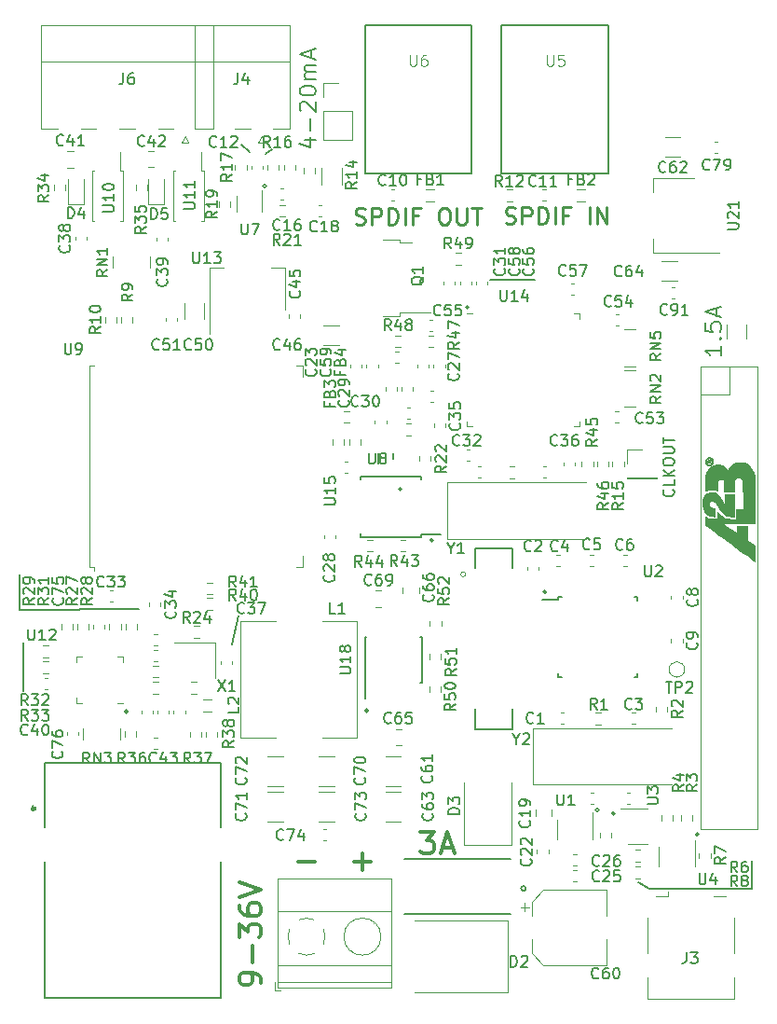
<source format=gbr>
G04 #@! TF.GenerationSoftware,KiCad,Pcbnew,(5.1.9)-1*
G04 #@! TF.CreationDate,2021-07-06T15:31:00+07:00*
G04 #@! TF.ProjectId,main2,6d61696e-322e-46b6-9963-61645f706362,rev?*
G04 #@! TF.SameCoordinates,Original*
G04 #@! TF.FileFunction,Legend,Top*
G04 #@! TF.FilePolarity,Positive*
%FSLAX46Y46*%
G04 Gerber Fmt 4.6, Leading zero omitted, Abs format (unit mm)*
G04 Created by KiCad (PCBNEW (5.1.9)-1) date 2021-07-06 15:31:00*
%MOMM*%
%LPD*%
G01*
G04 APERTURE LIST*
%ADD10C,0.250000*%
%ADD11C,0.300000*%
%ADD12C,0.200000*%
%ADD13C,0.150000*%
%ADD14C,0.120000*%
%ADD15C,0.127000*%
%ADD16C,0.152400*%
%ADD17C,0.010000*%
%ADD18C,0.050000*%
G04 APERTURE END LIST*
D10*
X90178642Y-62900642D02*
X90392928Y-62972071D01*
X90750071Y-62972071D01*
X90892928Y-62900642D01*
X90964357Y-62829214D01*
X91035785Y-62686357D01*
X91035785Y-62543500D01*
X90964357Y-62400642D01*
X90892928Y-62329214D01*
X90750071Y-62257785D01*
X90464357Y-62186357D01*
X90321500Y-62114928D01*
X90250071Y-62043500D01*
X90178642Y-61900642D01*
X90178642Y-61757785D01*
X90250071Y-61614928D01*
X90321500Y-61543500D01*
X90464357Y-61472071D01*
X90821500Y-61472071D01*
X91035785Y-61543500D01*
X91678642Y-62972071D02*
X91678642Y-61472071D01*
X92250071Y-61472071D01*
X92392928Y-61543500D01*
X92464357Y-61614928D01*
X92535785Y-61757785D01*
X92535785Y-61972071D01*
X92464357Y-62114928D01*
X92392928Y-62186357D01*
X92250071Y-62257785D01*
X91678642Y-62257785D01*
X93178642Y-62972071D02*
X93178642Y-61472071D01*
X93535785Y-61472071D01*
X93750071Y-61543500D01*
X93892928Y-61686357D01*
X93964357Y-61829214D01*
X94035785Y-62114928D01*
X94035785Y-62329214D01*
X93964357Y-62614928D01*
X93892928Y-62757785D01*
X93750071Y-62900642D01*
X93535785Y-62972071D01*
X93178642Y-62972071D01*
X94678642Y-62972071D02*
X94678642Y-61472071D01*
X95892928Y-62186357D02*
X95392928Y-62186357D01*
X95392928Y-62972071D02*
X95392928Y-61472071D01*
X96107214Y-61472071D01*
X98107214Y-61472071D02*
X98392928Y-61472071D01*
X98535785Y-61543500D01*
X98678642Y-61686357D01*
X98750071Y-61972071D01*
X98750071Y-62472071D01*
X98678642Y-62757785D01*
X98535785Y-62900642D01*
X98392928Y-62972071D01*
X98107214Y-62972071D01*
X97964357Y-62900642D01*
X97821500Y-62757785D01*
X97750071Y-62472071D01*
X97750071Y-61972071D01*
X97821500Y-61686357D01*
X97964357Y-61543500D01*
X98107214Y-61472071D01*
X99392928Y-61472071D02*
X99392928Y-62686357D01*
X99464357Y-62829214D01*
X99535785Y-62900642D01*
X99678642Y-62972071D01*
X99964357Y-62972071D01*
X100107214Y-62900642D01*
X100178642Y-62829214D01*
X100250071Y-62686357D01*
X100250071Y-61472071D01*
X100750071Y-61472071D02*
X101607214Y-61472071D01*
X101178642Y-62972071D02*
X101178642Y-61472071D01*
X103815142Y-62837142D02*
X104029428Y-62908571D01*
X104386571Y-62908571D01*
X104529428Y-62837142D01*
X104600857Y-62765714D01*
X104672285Y-62622857D01*
X104672285Y-62480000D01*
X104600857Y-62337142D01*
X104529428Y-62265714D01*
X104386571Y-62194285D01*
X104100857Y-62122857D01*
X103958000Y-62051428D01*
X103886571Y-61980000D01*
X103815142Y-61837142D01*
X103815142Y-61694285D01*
X103886571Y-61551428D01*
X103958000Y-61480000D01*
X104100857Y-61408571D01*
X104458000Y-61408571D01*
X104672285Y-61480000D01*
X105315142Y-62908571D02*
X105315142Y-61408571D01*
X105886571Y-61408571D01*
X106029428Y-61480000D01*
X106100857Y-61551428D01*
X106172285Y-61694285D01*
X106172285Y-61908571D01*
X106100857Y-62051428D01*
X106029428Y-62122857D01*
X105886571Y-62194285D01*
X105315142Y-62194285D01*
X106815142Y-62908571D02*
X106815142Y-61408571D01*
X107172285Y-61408571D01*
X107386571Y-61480000D01*
X107529428Y-61622857D01*
X107600857Y-61765714D01*
X107672285Y-62051428D01*
X107672285Y-62265714D01*
X107600857Y-62551428D01*
X107529428Y-62694285D01*
X107386571Y-62837142D01*
X107172285Y-62908571D01*
X106815142Y-62908571D01*
X108315142Y-62908571D02*
X108315142Y-61408571D01*
X109529428Y-62122857D02*
X109029428Y-62122857D01*
X109029428Y-62908571D02*
X109029428Y-61408571D01*
X109743714Y-61408571D01*
X111458000Y-62908571D02*
X111458000Y-61408571D01*
X112172285Y-62908571D02*
X112172285Y-61408571D01*
X113029428Y-62908571D01*
X113029428Y-61408571D01*
D11*
X81613261Y-131825452D02*
X81613261Y-131444500D01*
X81518023Y-131254023D01*
X81422785Y-131158785D01*
X81137071Y-130968309D01*
X80756119Y-130873071D01*
X79994214Y-130873071D01*
X79803738Y-130968309D01*
X79708500Y-131063547D01*
X79613261Y-131254023D01*
X79613261Y-131634976D01*
X79708500Y-131825452D01*
X79803738Y-131920690D01*
X79994214Y-132015928D01*
X80470404Y-132015928D01*
X80660880Y-131920690D01*
X80756119Y-131825452D01*
X80851357Y-131634976D01*
X80851357Y-131254023D01*
X80756119Y-131063547D01*
X80660880Y-130968309D01*
X80470404Y-130873071D01*
X80851357Y-130015928D02*
X80851357Y-128492119D01*
X79613261Y-127730214D02*
X79613261Y-126492119D01*
X80375166Y-127158785D01*
X80375166Y-126873071D01*
X80470404Y-126682595D01*
X80565642Y-126587357D01*
X80756119Y-126492119D01*
X81232309Y-126492119D01*
X81422785Y-126587357D01*
X81518023Y-126682595D01*
X81613261Y-126873071D01*
X81613261Y-127444500D01*
X81518023Y-127634976D01*
X81422785Y-127730214D01*
X79613261Y-124777833D02*
X79613261Y-125158785D01*
X79708500Y-125349261D01*
X79803738Y-125444500D01*
X80089452Y-125634976D01*
X80470404Y-125730214D01*
X81232309Y-125730214D01*
X81422785Y-125634976D01*
X81518023Y-125539738D01*
X81613261Y-125349261D01*
X81613261Y-124968309D01*
X81518023Y-124777833D01*
X81422785Y-124682595D01*
X81232309Y-124587357D01*
X80756119Y-124587357D01*
X80565642Y-124682595D01*
X80470404Y-124777833D01*
X80375166Y-124968309D01*
X80375166Y-125349261D01*
X80470404Y-125539738D01*
X80565642Y-125634976D01*
X80756119Y-125730214D01*
X79613261Y-124015928D02*
X81613261Y-123349261D01*
X79613261Y-122682595D01*
X84963095Y-120792857D02*
X86486904Y-120792857D01*
X90043095Y-120792857D02*
X91566904Y-120792857D01*
X90805000Y-121554761D02*
X90805000Y-120030952D01*
D12*
X85594071Y-55276285D02*
X86594071Y-55276285D01*
X85022642Y-55633428D02*
X86094071Y-55990571D01*
X86094071Y-55062000D01*
X86022642Y-54490571D02*
X86022642Y-53347714D01*
X85236928Y-52704857D02*
X85165500Y-52633428D01*
X85094071Y-52490571D01*
X85094071Y-52133428D01*
X85165500Y-51990571D01*
X85236928Y-51919142D01*
X85379785Y-51847714D01*
X85522642Y-51847714D01*
X85736928Y-51919142D01*
X86594071Y-52776285D01*
X86594071Y-51847714D01*
X85094071Y-50919142D02*
X85094071Y-50776285D01*
X85165500Y-50633428D01*
X85236928Y-50562000D01*
X85379785Y-50490571D01*
X85665500Y-50419142D01*
X86022642Y-50419142D01*
X86308357Y-50490571D01*
X86451214Y-50562000D01*
X86522642Y-50633428D01*
X86594071Y-50776285D01*
X86594071Y-50919142D01*
X86522642Y-51062000D01*
X86451214Y-51133428D01*
X86308357Y-51204857D01*
X86022642Y-51276285D01*
X85665500Y-51276285D01*
X85379785Y-51204857D01*
X85236928Y-51133428D01*
X85165500Y-51062000D01*
X85094071Y-50919142D01*
X86594071Y-49776285D02*
X85594071Y-49776285D01*
X85736928Y-49776285D02*
X85665500Y-49704857D01*
X85594071Y-49562000D01*
X85594071Y-49347714D01*
X85665500Y-49204857D01*
X85808357Y-49133428D01*
X86594071Y-49133428D01*
X85808357Y-49133428D02*
X85665500Y-49062000D01*
X85594071Y-48919142D01*
X85594071Y-48704857D01*
X85665500Y-48562000D01*
X85808357Y-48490571D01*
X86594071Y-48490571D01*
X86165500Y-47847714D02*
X86165500Y-47133428D01*
X86594071Y-47990571D02*
X85094071Y-47490571D01*
X86594071Y-46990571D01*
D13*
X119038642Y-87050309D02*
X119086261Y-87097928D01*
X119133880Y-87240785D01*
X119133880Y-87336023D01*
X119086261Y-87478880D01*
X118991023Y-87574119D01*
X118895785Y-87621738D01*
X118705309Y-87669357D01*
X118562452Y-87669357D01*
X118371976Y-87621738D01*
X118276738Y-87574119D01*
X118181500Y-87478880D01*
X118133880Y-87336023D01*
X118133880Y-87240785D01*
X118181500Y-87097928D01*
X118229119Y-87050309D01*
X119133880Y-86145547D02*
X119133880Y-86621738D01*
X118133880Y-86621738D01*
X119133880Y-85812214D02*
X118133880Y-85812214D01*
X119133880Y-85240785D02*
X118562452Y-85669357D01*
X118133880Y-85240785D02*
X118705309Y-85812214D01*
X118133880Y-84621738D02*
X118133880Y-84431261D01*
X118181500Y-84336023D01*
X118276738Y-84240785D01*
X118467214Y-84193166D01*
X118800547Y-84193166D01*
X118991023Y-84240785D01*
X119086261Y-84336023D01*
X119133880Y-84431261D01*
X119133880Y-84621738D01*
X119086261Y-84716976D01*
X118991023Y-84812214D01*
X118800547Y-84859833D01*
X118467214Y-84859833D01*
X118276738Y-84812214D01*
X118181500Y-84716976D01*
X118133880Y-84621738D01*
X118133880Y-83764595D02*
X118943404Y-83764595D01*
X119038642Y-83716976D01*
X119086261Y-83669357D01*
X119133880Y-83574119D01*
X119133880Y-83383642D01*
X119086261Y-83288404D01*
X119038642Y-83240785D01*
X118943404Y-83193166D01*
X118133880Y-83193166D01*
X118133880Y-82859833D02*
X118133880Y-82288404D01*
X119133880Y-82574119D02*
X118133880Y-82574119D01*
X82056990Y-59499500D02*
G75*
G03*
X82056990Y-59499500I-141990J0D01*
G01*
X69483990Y-107188000D02*
G75*
G03*
X69483990Y-107188000I-141990J0D01*
G01*
X112282990Y-116141500D02*
G75*
G03*
X112282990Y-116141500I-141990J0D01*
G01*
X113743490Y-116459000D02*
G75*
G03*
X113743490Y-116459000I-141990J0D01*
G01*
X121363490Y-118364000D02*
G75*
G03*
X121363490Y-118364000I-141990J0D01*
G01*
X107520490Y-96329500D02*
G75*
G03*
X107520490Y-96329500I-141990J0D01*
G01*
X91327990Y-107124500D02*
G75*
G03*
X91327990Y-107124500I-141990J0D01*
G01*
X97233490Y-91630500D02*
G75*
G03*
X97233490Y-91630500I-141990J0D01*
G01*
X100471990Y-70485000D02*
G75*
G03*
X100471990Y-70485000I-141990J0D01*
G01*
D12*
X123424071Y-73993214D02*
X123424071Y-74850357D01*
X123424071Y-74421785D02*
X121924071Y-74421785D01*
X122138357Y-74564642D01*
X122281214Y-74707500D01*
X122352642Y-74850357D01*
X123281214Y-73350357D02*
X123352642Y-73278928D01*
X123424071Y-73350357D01*
X123352642Y-73421785D01*
X123281214Y-73350357D01*
X123424071Y-73350357D01*
X121924071Y-71921785D02*
X121924071Y-72636071D01*
X122638357Y-72707500D01*
X122566928Y-72636071D01*
X122495500Y-72493214D01*
X122495500Y-72136071D01*
X122566928Y-71993214D01*
X122638357Y-71921785D01*
X122781214Y-71850357D01*
X123138357Y-71850357D01*
X123281214Y-71921785D01*
X123352642Y-71993214D01*
X123424071Y-72136071D01*
X123424071Y-72493214D01*
X123352642Y-72636071D01*
X123281214Y-72707500D01*
X122995500Y-71278928D02*
X122995500Y-70564642D01*
X123424071Y-71421785D02*
X121924071Y-70921785D01*
X123424071Y-70421785D01*
D13*
X82550000Y-56134000D02*
X81978500Y-56578500D01*
X79819500Y-55689500D02*
X80518000Y-56388000D01*
X106489500Y-68008500D02*
X102425500Y-68008500D01*
X116903500Y-123317000D02*
X115887500Y-122682000D01*
X126174500Y-123317000D02*
X116903500Y-123317000D01*
X126174500Y-120777000D02*
X126174500Y-123317000D01*
X78930500Y-101092000D02*
X79565500Y-98488500D01*
X59944000Y-100901500D02*
X59944000Y-105346500D01*
X59626500Y-97980500D02*
X59626500Y-94742000D01*
X70485000Y-97853500D02*
X59626500Y-97980500D01*
D11*
X96075690Y-118094261D02*
X97313785Y-118094261D01*
X96647119Y-118856166D01*
X96932833Y-118856166D01*
X97123309Y-118951404D01*
X97218547Y-119046642D01*
X97313785Y-119237119D01*
X97313785Y-119713309D01*
X97218547Y-119903785D01*
X97123309Y-119999023D01*
X96932833Y-120094261D01*
X96361404Y-120094261D01*
X96170928Y-119999023D01*
X96075690Y-119903785D01*
X98075690Y-119522833D02*
X99028071Y-119522833D01*
X97885214Y-120094261D02*
X98551880Y-118094261D01*
X99218547Y-120094261D01*
D14*
X121542500Y-117852500D02*
X126742500Y-117852500D01*
X121542500Y-76009500D02*
X121542500Y-117852500D01*
X126742500Y-75882500D02*
X126742500Y-117852500D01*
X121542500Y-78422500D02*
X124142500Y-78422500D01*
X124142500Y-78422500D02*
X124142500Y-75882500D01*
X124142500Y-75882500D02*
X126682500Y-75882500D01*
X121542500Y-77216000D02*
X121542500Y-75886000D01*
X121542500Y-75886000D02*
X124142500Y-75886000D01*
X100775000Y-71090000D02*
X100300000Y-71090000D01*
X110520000Y-81310000D02*
X110520000Y-80835000D01*
X110045000Y-81310000D02*
X110520000Y-81310000D01*
X100300000Y-81310000D02*
X100300000Y-80835000D01*
X100775000Y-81310000D02*
X100300000Y-81310000D01*
X110520000Y-71090000D02*
X110520000Y-71565000D01*
X110045000Y-71090000D02*
X110520000Y-71090000D01*
D15*
X101009980Y-106970660D02*
X101009980Y-108770660D01*
X104409980Y-106970660D02*
X104409980Y-108770660D01*
X101012520Y-94189720D02*
X101012520Y-92389720D01*
X104412520Y-94189720D02*
X104412520Y-92389720D01*
X101009980Y-108770660D02*
X104409980Y-108770660D01*
X104412520Y-92389720D02*
X101012520Y-92389720D01*
D14*
X100184966Y-94747080D02*
G75*
G03*
X100184966Y-94747080I-215646J0D01*
G01*
X64704500Y-64402580D02*
X64704500Y-64121420D01*
X65724500Y-64402580D02*
X65724500Y-64121420D01*
X72070500Y-64466080D02*
X72070500Y-64184920D01*
X73090500Y-64466080D02*
X73090500Y-64184920D01*
X111555920Y-115572000D02*
X111837080Y-115572000D01*
X111555920Y-114552000D02*
X111837080Y-114552000D01*
X107698000Y-119760120D02*
X107698000Y-120041280D01*
X106678000Y-119760120D02*
X106678000Y-120041280D01*
X110249580Y-122633200D02*
X109968420Y-122633200D01*
X110249580Y-121613200D02*
X109968420Y-121613200D01*
X110249580Y-121172700D02*
X109968420Y-121172700D01*
X110249580Y-120152700D02*
X109968420Y-120152700D01*
X68149080Y-97220500D02*
X67867920Y-97220500D01*
X68149080Y-96200500D02*
X67867920Y-96200500D01*
X71435500Y-97331920D02*
X71435500Y-97613080D01*
X72455500Y-97331920D02*
X72455500Y-97613080D01*
X78932500Y-102883580D02*
X78932500Y-102602420D01*
X77912500Y-102883580D02*
X77912500Y-102602420D01*
X62180080Y-105158000D02*
X61898920Y-105158000D01*
X62180080Y-104138000D02*
X61898920Y-104138000D01*
X71868420Y-110555500D02*
X72149580Y-110555500D01*
X71868420Y-109535500D02*
X72149580Y-109535500D01*
X71868420Y-101598000D02*
X72149580Y-101598000D01*
X71868420Y-102618000D02*
X72149580Y-102618000D01*
X85155500Y-71451080D02*
X85155500Y-71169920D01*
X84135500Y-71451080D02*
X84135500Y-71169920D01*
X71868420Y-101157500D02*
X72149580Y-101157500D01*
X71868420Y-100137500D02*
X72149580Y-100137500D01*
X70737000Y-107110920D02*
X70737000Y-107392080D01*
X71757000Y-107110920D02*
X71757000Y-107392080D01*
X73217500Y-107110920D02*
X73217500Y-107392080D01*
X72197500Y-107110920D02*
X72197500Y-107392080D01*
X73979500Y-71487420D02*
X73979500Y-71768580D01*
X72959500Y-71487420D02*
X72959500Y-71768580D01*
X73658000Y-107110920D02*
X73658000Y-107392080D01*
X74678000Y-107110920D02*
X74678000Y-107392080D01*
X109106580Y-108333000D02*
X108825420Y-108333000D01*
X109106580Y-107313000D02*
X108825420Y-107313000D01*
X105789000Y-94374580D02*
X105789000Y-94093420D01*
X106809000Y-94374580D02*
X106809000Y-94093420D01*
X115302420Y-108333000D02*
X115583580Y-108333000D01*
X115302420Y-107313000D02*
X115583580Y-107313000D01*
X108725580Y-92962000D02*
X108444420Y-92962000D01*
X108725580Y-93982000D02*
X108444420Y-93982000D01*
X111492420Y-92962000D02*
X111773580Y-92962000D01*
X111492420Y-93982000D02*
X111773580Y-93982000D01*
X114821580Y-92962000D02*
X114540420Y-92962000D01*
X114821580Y-93982000D02*
X114540420Y-93982000D01*
X114857920Y-114552000D02*
X115139080Y-114552000D01*
X114857920Y-115572000D02*
X115139080Y-115572000D01*
X119890000Y-96696920D02*
X119890000Y-96978080D01*
X118870000Y-96696920D02*
X118870000Y-96978080D01*
X118870000Y-100633920D02*
X118870000Y-100915080D01*
X119890000Y-100633920D02*
X119890000Y-100915080D01*
X64035000Y-58826500D02*
X64035000Y-61111500D01*
X64035000Y-61111500D02*
X65505000Y-61111500D01*
X65505000Y-61111500D02*
X65505000Y-58826500D01*
X72807500Y-61111500D02*
X72807500Y-58826500D01*
X71337500Y-61111500D02*
X72807500Y-61111500D01*
X71337500Y-58826500D02*
X71337500Y-61111500D01*
X124560000Y-133291000D02*
X116740000Y-133291000D01*
X118540000Y-123971000D02*
X118540000Y-123541000D01*
X124560000Y-133291000D02*
X124560000Y-131341000D01*
X124560000Y-129121000D02*
X124560000Y-125891000D01*
X122760000Y-123971000D02*
X123840000Y-123971000D01*
X117460000Y-123971000D02*
X118540000Y-123971000D01*
X116740000Y-129121000D02*
X116740000Y-125891000D01*
X116740000Y-133291000D02*
X116740000Y-131341000D01*
X77107622Y-106120000D02*
X76308378Y-106120000D01*
X77107622Y-107240000D02*
X76308378Y-107240000D01*
X63832000Y-59389242D02*
X63832000Y-59863758D01*
X62787000Y-59389242D02*
X62787000Y-59863758D01*
X70216500Y-59389242D02*
X70216500Y-59863758D01*
X71261500Y-59389242D02*
X71261500Y-59863758D01*
X112441758Y-107300500D02*
X111967242Y-107300500D01*
X112441758Y-108345500D02*
X111967242Y-108345500D01*
X117460500Y-107234758D02*
X117460500Y-106760242D01*
X118505500Y-107234758D02*
X118505500Y-106760242D01*
X120791500Y-117077258D02*
X120791500Y-116602742D01*
X119746500Y-117077258D02*
X119746500Y-116602742D01*
X75992758Y-100471500D02*
X75518242Y-100471500D01*
X75992758Y-99426500D02*
X75518242Y-99426500D01*
X75264242Y-104506500D02*
X75738758Y-104506500D01*
X75264242Y-105551500D02*
X75738758Y-105551500D01*
X71771742Y-104506500D02*
X72246258Y-104506500D01*
X71771742Y-105551500D02*
X72246258Y-105551500D01*
X68848500Y-99741758D02*
X68848500Y-99267242D01*
X67803500Y-99741758D02*
X67803500Y-99267242D01*
X69264000Y-99741758D02*
X69264000Y-99267242D01*
X70309000Y-99741758D02*
X70309000Y-99267242D01*
X64467000Y-99741758D02*
X64467000Y-99267242D01*
X63422000Y-99741758D02*
X63422000Y-99267242D01*
X71771742Y-104091000D02*
X72246258Y-104091000D01*
X71771742Y-103046000D02*
X72246258Y-103046000D01*
X64882500Y-99267242D02*
X64882500Y-99741758D01*
X65927500Y-99267242D02*
X65927500Y-99741758D01*
X61802242Y-101204500D02*
X62276758Y-101204500D01*
X61802242Y-102249500D02*
X62276758Y-102249500D01*
X61802242Y-102665000D02*
X62276758Y-102665000D01*
X61802242Y-103710000D02*
X62276758Y-103710000D01*
X70245500Y-109457258D02*
X70245500Y-108982742D01*
X69200500Y-109457258D02*
X69200500Y-108982742D01*
X76151000Y-109520758D02*
X76151000Y-109046242D01*
X75106000Y-109520758D02*
X75106000Y-109046242D01*
X76566500Y-109520758D02*
X76566500Y-109046242D01*
X77611500Y-109520758D02*
X77611500Y-109046242D01*
X117968500Y-117077258D02*
X117968500Y-116602742D01*
X119013500Y-117077258D02*
X119013500Y-116602742D01*
X113425500Y-118664758D02*
X113425500Y-118190242D01*
X112380500Y-118664758D02*
X112380500Y-118190242D01*
X115586742Y-119746500D02*
X116061258Y-119746500D01*
X115586742Y-120791500D02*
X116061258Y-120791500D01*
X121397500Y-120031742D02*
X121397500Y-120506258D01*
X122442500Y-120031742D02*
X122442500Y-120506258D01*
X116061258Y-122315500D02*
X115586742Y-122315500D01*
X116061258Y-121270500D02*
X115586742Y-121270500D01*
X120080000Y-103378000D02*
G75*
G03*
X120080000Y-103378000I-700000J0D01*
G01*
X66217500Y-60388500D02*
X66217500Y-62698500D01*
X66217500Y-62698500D02*
X66432500Y-62698500D01*
X66217500Y-60388500D02*
X66217500Y-58078500D01*
X66217500Y-58078500D02*
X66432500Y-58078500D01*
X69037500Y-60388500D02*
X69037500Y-62698500D01*
X69037500Y-62698500D02*
X68822500Y-62698500D01*
X69037500Y-60388500D02*
X69037500Y-58078500D01*
X69037500Y-58078500D02*
X68822500Y-58078500D01*
X68822500Y-58078500D02*
X68822500Y-56388500D01*
X76188500Y-58078500D02*
X76188500Y-56388500D01*
X76403500Y-58078500D02*
X76188500Y-58078500D01*
X76403500Y-60388500D02*
X76403500Y-58078500D01*
X76403500Y-62698500D02*
X76188500Y-62698500D01*
X76403500Y-60388500D02*
X76403500Y-62698500D01*
X73583500Y-58078500D02*
X73798500Y-58078500D01*
X73583500Y-60388500D02*
X73583500Y-58078500D01*
X73583500Y-62698500D02*
X73798500Y-62698500D01*
X73583500Y-60388500D02*
X73583500Y-62698500D01*
X108499000Y-117032200D02*
X108499000Y-118832200D01*
X111719000Y-118832200D02*
X111719000Y-116382200D01*
X84779300Y-94070300D02*
X85399300Y-94070300D01*
X85399300Y-94070300D02*
X85399300Y-93070300D01*
X84779300Y-75830300D02*
X85399300Y-75830300D01*
X85399300Y-75830300D02*
X85399300Y-76830300D01*
X65959300Y-94070300D02*
X65959300Y-75830300D01*
X65959300Y-75830300D02*
X66379300Y-75830300D01*
X65959300Y-94070300D02*
X66379300Y-94070300D01*
X66379300Y-94070300D02*
X66379300Y-94450300D01*
X65294000Y-106440500D02*
X64819000Y-106440500D01*
X64819000Y-106440500D02*
X64819000Y-105965500D01*
X68564000Y-102220500D02*
X69039000Y-102220500D01*
X69039000Y-102220500D02*
X69039000Y-102695500D01*
X65294000Y-102220500D02*
X64819000Y-102220500D01*
X64819000Y-102220500D02*
X64819000Y-102695500D01*
X68564000Y-106440500D02*
X69039000Y-106440500D01*
X83737500Y-66924000D02*
X82477500Y-66924000D01*
X76917500Y-66924000D02*
X78177500Y-66924000D01*
X83737500Y-70684000D02*
X83737500Y-66924000D01*
X76917500Y-72934000D02*
X76917500Y-66924000D01*
D13*
X108567501Y-96820501D02*
X108567501Y-97045501D01*
X115817501Y-96820501D02*
X115817501Y-97145501D01*
X115817501Y-104070501D02*
X115817501Y-103745501D01*
X108567501Y-104070501D02*
X108567501Y-103745501D01*
X108567501Y-96820501D02*
X108892501Y-96820501D01*
X108567501Y-104070501D02*
X108892501Y-104070501D01*
X115817501Y-104070501D02*
X115492501Y-104070501D01*
X115817501Y-96820501D02*
X115492501Y-96820501D01*
X108567501Y-97045501D02*
X107142501Y-97045501D01*
D14*
X116724000Y-115992000D02*
X114274000Y-115992000D01*
X114924000Y-119212000D02*
X116724000Y-119212000D01*
X117770000Y-119496000D02*
X117770000Y-121296000D01*
X120990000Y-121296000D02*
X120990000Y-118846000D01*
X77465000Y-104127500D02*
X77465000Y-100977500D01*
X77465000Y-100977500D02*
X73665000Y-100977500D01*
X118930000Y-108702000D02*
X106330000Y-108702000D01*
X106330000Y-108702000D02*
X106330000Y-113802000D01*
X106330000Y-113802000D02*
X118930000Y-113802000D01*
X106516500Y-116134248D02*
X106516500Y-116656752D01*
X107986500Y-116134248D02*
X107986500Y-116656752D01*
X64000748Y-57821500D02*
X64523252Y-57821500D01*
X64000748Y-56351500D02*
X64523252Y-56351500D01*
X71303248Y-56288000D02*
X71825752Y-56288000D01*
X71303248Y-57758000D02*
X71825752Y-57758000D01*
X93676080Y-59815000D02*
X93394920Y-59815000D01*
X93676080Y-60835000D02*
X93394920Y-60835000D01*
X107455580Y-60835000D02*
X107174420Y-60835000D01*
X107455580Y-59815000D02*
X107174420Y-59815000D01*
X81726500Y-57925580D02*
X81726500Y-57644420D01*
X80706500Y-57925580D02*
X80706500Y-57644420D01*
X101550080Y-84961000D02*
X101268920Y-84961000D01*
X101550080Y-85981000D02*
X101268920Y-85981000D01*
X107237920Y-84961000D02*
X107519080Y-84961000D01*
X107237920Y-85981000D02*
X107519080Y-85981000D01*
X94855420Y-80647000D02*
X95136580Y-80647000D01*
X94855420Y-79627000D02*
X95136580Y-79627000D01*
X91946000Y-81039580D02*
X91946000Y-80758420D01*
X92966000Y-81039580D02*
X92966000Y-80758420D01*
X86790920Y-62232000D02*
X87072080Y-62232000D01*
X86790920Y-61212000D02*
X87072080Y-61212000D01*
X98169000Y-68466580D02*
X98169000Y-68185420D01*
X99189000Y-68466580D02*
X99189000Y-68185420D01*
X89203920Y-84516500D02*
X89485080Y-84516500D01*
X89203920Y-85536500D02*
X89485080Y-85536500D01*
X89723500Y-75678420D02*
X89723500Y-75959580D01*
X90743500Y-75678420D02*
X90743500Y-75959580D01*
X96839500Y-75678420D02*
X96839500Y-75959580D01*
X95819500Y-75678420D02*
X95819500Y-75959580D01*
X95379000Y-77773920D02*
X95379000Y-78055080D01*
X94359000Y-77773920D02*
X94359000Y-78055080D01*
X87310500Y-91453580D02*
X87310500Y-91172420D01*
X88330500Y-91453580D02*
X88330500Y-91172420D01*
X100534080Y-83437000D02*
X100252920Y-83437000D01*
X100534080Y-84457000D02*
X100252920Y-84457000D01*
X109091000Y-84568420D02*
X109091000Y-84849580D01*
X110111000Y-84568420D02*
X110111000Y-84849580D01*
X97343500Y-81075920D02*
X97343500Y-81357080D01*
X98363500Y-81075920D02*
X98363500Y-81357080D01*
X113803820Y-71092600D02*
X114084980Y-71092600D01*
X113803820Y-72112600D02*
X114084980Y-72112600D01*
X113778420Y-79944500D02*
X114059580Y-79944500D01*
X113778420Y-80964500D02*
X114059580Y-80964500D01*
X102173500Y-68466580D02*
X102173500Y-68185420D01*
X101153500Y-68466580D02*
X101153500Y-68185420D01*
X97168580Y-71626000D02*
X96887420Y-71626000D01*
X97168580Y-72646000D02*
X96887420Y-72646000D01*
X122795420Y-56453500D02*
X123076580Y-56453500D01*
X122795420Y-55433500D02*
X123076580Y-55433500D01*
X99693000Y-68466580D02*
X99693000Y-68185420D01*
X100713000Y-68466580D02*
X100713000Y-68185420D01*
X98300000Y-75678420D02*
X98300000Y-75959580D01*
X97280000Y-75678420D02*
X97280000Y-75959580D01*
X109777920Y-68324000D02*
X110059080Y-68324000D01*
X109777920Y-69344000D02*
X110059080Y-69344000D01*
X97232080Y-78103000D02*
X96950920Y-78103000D01*
X97232080Y-79123000D02*
X96950920Y-79123000D01*
X118921920Y-69661500D02*
X119203080Y-69661500D01*
X118921920Y-68641500D02*
X119203080Y-68641500D01*
X97364122Y-60885000D02*
X96564878Y-60885000D01*
X97364122Y-59765000D02*
X96564878Y-59765000D01*
X111080122Y-59765000D02*
X110280878Y-59765000D01*
X111080122Y-60885000D02*
X110280878Y-60885000D01*
X93918500Y-78077279D02*
X93918500Y-77751721D01*
X92898500Y-78077279D02*
X92898500Y-77751721D01*
X94079279Y-75567000D02*
X93753721Y-75567000D01*
X94079279Y-74547000D02*
X93753721Y-74547000D01*
X94164000Y-64638000D02*
X95264000Y-64638000D01*
X94164000Y-64368000D02*
X94164000Y-64638000D01*
X92664000Y-64368000D02*
X94164000Y-64368000D01*
X94164000Y-70998000D02*
X96994000Y-70998000D01*
X94164000Y-71268000D02*
X94164000Y-70998000D01*
X92664000Y-71268000D02*
X94164000Y-71268000D01*
X84723500Y-57547742D02*
X84723500Y-58022258D01*
X83678500Y-57547742D02*
X83678500Y-58022258D01*
X103966242Y-60847500D02*
X104440758Y-60847500D01*
X103966242Y-59802500D02*
X104440758Y-59802500D01*
X85456500Y-57865242D02*
X85456500Y-58339758D01*
X86501500Y-57865242D02*
X86501500Y-58339758D01*
X88921000Y-59337564D02*
X88921000Y-57883436D01*
X87101000Y-59337564D02*
X87101000Y-57883436D01*
X83199500Y-58022258D02*
X83199500Y-57547742D01*
X82154500Y-58022258D02*
X82154500Y-57547742D01*
X79233500Y-57547742D02*
X79233500Y-58022258D01*
X80278500Y-57547742D02*
X80278500Y-58022258D01*
X104156742Y-85993500D02*
X104631258Y-85993500D01*
X104156742Y-84948500D02*
X104631258Y-84948500D01*
X78818000Y-61387758D02*
X78818000Y-60913242D01*
X77773000Y-61387758D02*
X77773000Y-60913242D01*
X94758742Y-81075000D02*
X95233258Y-81075000D01*
X94758742Y-82120000D02*
X95233258Y-82120000D01*
X83739758Y-62244500D02*
X83265242Y-62244500D01*
X83739758Y-61199500D02*
X83265242Y-61199500D01*
X96979000Y-83963742D02*
X96979000Y-84438258D01*
X95934000Y-83963742D02*
X95934000Y-84438258D01*
X99267242Y-65581000D02*
X99741758Y-65581000D01*
X99267242Y-66626000D02*
X99741758Y-66626000D01*
X94250742Y-91616000D02*
X94725258Y-91616000D01*
X94250742Y-92661000D02*
X94725258Y-92661000D01*
X91266742Y-92661000D02*
X91741258Y-92661000D01*
X91266742Y-91616000D02*
X91741258Y-91616000D01*
X96790742Y-74119000D02*
X97265258Y-74119000D01*
X96790742Y-73074000D02*
X97265258Y-73074000D01*
X93806242Y-73074000D02*
X94280758Y-73074000D01*
X93806242Y-74119000D02*
X94280758Y-74119000D01*
X114574700Y-79556400D02*
X115574700Y-79556400D01*
X114574700Y-76196400D02*
X115574700Y-76196400D01*
X71466500Y-65921000D02*
X71466500Y-66921000D01*
X68106500Y-65921000D02*
X68106500Y-66921000D01*
X65439500Y-109720000D02*
X65439500Y-108720000D01*
X68799500Y-109720000D02*
X68799500Y-108720000D01*
X114574700Y-75860700D02*
X115574700Y-75860700D01*
X114574700Y-72500700D02*
X115574700Y-72500700D01*
D15*
X113117500Y-44850000D02*
X103417500Y-44850000D01*
X113117500Y-44850000D02*
X113117500Y-58350000D01*
X103417500Y-44850000D02*
X103417500Y-58350000D01*
X113117500Y-58350000D02*
X103417500Y-58350000D01*
X100735000Y-58350000D02*
X91035000Y-58350000D01*
X91035000Y-44850000D02*
X91035000Y-58350000D01*
X100735000Y-44850000D02*
X100735000Y-58350000D01*
X100735000Y-44850000D02*
X91035000Y-44850000D01*
D14*
X79358000Y-60387000D02*
X79358000Y-61787000D01*
X81678000Y-61787000D02*
X81678000Y-59887000D01*
D16*
X94348300Y-86995000D02*
G75*
G03*
X94348300Y-86995000I-127000J0D01*
G01*
X93599000Y-83727740D02*
X93599000Y-84293260D01*
X92202000Y-84674260D02*
X92202000Y-83727740D01*
D14*
X123226000Y-65576500D02*
X117216000Y-65576500D01*
X120976000Y-58756500D02*
X117216000Y-58756500D01*
X117216000Y-65576500D02*
X117216000Y-64316500D01*
X117216000Y-58756500D02*
X117216000Y-60016500D01*
X98519500Y-91513500D02*
X111119500Y-91513500D01*
X98519500Y-86413500D02*
X98519500Y-91513500D01*
X111119500Y-86413500D02*
X98519500Y-86413500D01*
X83643080Y-59688000D02*
X83361920Y-59688000D01*
X83643080Y-60708000D02*
X83361920Y-60708000D01*
X91184000Y-75678420D02*
X91184000Y-75959580D01*
X92204000Y-75678420D02*
X92204000Y-75959580D01*
X87236248Y-73935000D02*
X88658752Y-73935000D01*
X87236248Y-72115000D02*
X88658752Y-72115000D01*
X76411500Y-70154748D02*
X76411500Y-71577252D01*
X74591500Y-70154748D02*
X74591500Y-71577252D01*
X94368252Y-110272500D02*
X93845748Y-110272500D01*
X94368252Y-108802500D02*
X93845748Y-108802500D01*
X95946900Y-96489152D02*
X95946900Y-95966648D01*
X94476900Y-96489152D02*
X94476900Y-95966648D01*
X92004248Y-96229500D02*
X92526752Y-96229500D01*
X92004248Y-97699500D02*
X92526752Y-97699500D01*
X103987000Y-126163000D02*
X103987000Y-132663000D01*
X103987000Y-126163000D02*
X95587000Y-126163000D01*
X103987000Y-132663000D02*
X95587000Y-132663000D01*
X100021500Y-119310500D02*
X104321500Y-119310500D01*
X104321500Y-119310500D02*
X104321500Y-113610500D01*
X100021500Y-119310500D02*
X100021500Y-113610500D01*
X92485000Y-127635000D02*
G75*
G03*
X92485000Y-127635000I-1680000J0D01*
G01*
X83125000Y-131735000D02*
X93405000Y-131735000D01*
X83125000Y-130235000D02*
X93405000Y-130235000D01*
X83125000Y-125334000D02*
X93405000Y-125334000D01*
X83125000Y-122374000D02*
X93405000Y-122374000D01*
X83125000Y-132295000D02*
X93405000Y-132295000D01*
X83125000Y-122374000D02*
X83125000Y-132295000D01*
X93405000Y-122374000D02*
X93405000Y-132295000D01*
X92080000Y-126566000D02*
X92033000Y-126612000D01*
X89771000Y-128874000D02*
X89736000Y-128909000D01*
X91875000Y-126360000D02*
X91840000Y-126396000D01*
X89578000Y-128658000D02*
X89531000Y-128704000D01*
X82885000Y-131795000D02*
X82885000Y-132535000D01*
X82885000Y-132535000D02*
X83385000Y-132535000D01*
X86408318Y-129169756D02*
G75*
G02*
X85725000Y-129315000I-683318J1534756D01*
G01*
X87260426Y-126951958D02*
G75*
G02*
X87260000Y-128319000I-1535426J-683042D01*
G01*
X85041958Y-126099574D02*
G75*
G02*
X86409000Y-126100000I683042J-1535426D01*
G01*
X84189574Y-128318042D02*
G75*
G02*
X84190000Y-126951000I1535426J683042D01*
G01*
X85753805Y-129315253D02*
G75*
G02*
X85041000Y-129170000I-28805J1680253D01*
G01*
X96911900Y-105418658D02*
X96911900Y-104944142D01*
X97956900Y-105418658D02*
X97956900Y-104944142D01*
X96911900Y-101946942D02*
X96911900Y-102421458D01*
X97956900Y-101946942D02*
X97956900Y-102421458D01*
X97969600Y-98975142D02*
X97969600Y-99449658D01*
X96924600Y-98975142D02*
X96924600Y-99449658D01*
X87235420Y-118874000D02*
X87516580Y-118874000D01*
X87235420Y-117854000D02*
X87516580Y-117854000D01*
X82926500Y-109567000D02*
X79726500Y-109567000D01*
X79726500Y-109567000D02*
X79726500Y-98967000D01*
X79726500Y-98967000D02*
X82926500Y-98967000D01*
X87126500Y-98967000D02*
X90326500Y-98967000D01*
X90326500Y-98967000D02*
X90326500Y-109567000D01*
X90326500Y-109567000D02*
X87126500Y-109567000D01*
X113011000Y-130219500D02*
X113011000Y-127869500D01*
X113011000Y-123399500D02*
X113011000Y-125749500D01*
X107255437Y-123399500D02*
X113011000Y-123399500D01*
X107255437Y-130219500D02*
X113011000Y-130219500D01*
X106191000Y-129155063D02*
X106191000Y-127869500D01*
X106191000Y-124463937D02*
X106191000Y-125749500D01*
X106191000Y-124463937D02*
X107255437Y-123399500D01*
X106191000Y-129155063D02*
X107255437Y-130219500D01*
X105163500Y-124962000D02*
X105951000Y-124962000D01*
X105557250Y-124568250D02*
X105557250Y-125355750D01*
X69928000Y-71390742D02*
X69928000Y-71865258D01*
X68883000Y-71390742D02*
X68883000Y-71865258D01*
X67422500Y-71390742D02*
X67422500Y-71865258D01*
X68467500Y-71390742D02*
X68467500Y-71865258D01*
X113523500Y-84471742D02*
X113523500Y-84946258D01*
X114568500Y-84471742D02*
X114568500Y-84946258D01*
D12*
X105664606Y-123263000D02*
G75*
G03*
X105664606Y-123263000I-223606J0D01*
G01*
X94578000Y-120548000D02*
X104304000Y-120548000D01*
X104304000Y-125578000D02*
X94578000Y-125578000D01*
D14*
X84221000Y-54269000D02*
X84221000Y-44849000D01*
X84221000Y-44849000D02*
X75601000Y-44849000D01*
X75601000Y-44849000D02*
X75601000Y-54269000D01*
X84221000Y-54269000D02*
X82711000Y-54269000D01*
X75601000Y-54269000D02*
X77111000Y-54269000D01*
X80611000Y-54269000D02*
X79211000Y-54269000D01*
X84221000Y-48159000D02*
X75601000Y-48159000D01*
X81361000Y-55559000D02*
X81661000Y-54959000D01*
X81661000Y-54959000D02*
X81961000Y-55559000D01*
X81961000Y-55559000D02*
X81361000Y-55559000D01*
X77236000Y-54269000D02*
X77236000Y-44849000D01*
X77236000Y-44849000D02*
X61616000Y-44849000D01*
X61616000Y-44849000D02*
X61616000Y-54269000D01*
X77236000Y-54269000D02*
X75726000Y-54269000D01*
X61616000Y-54269000D02*
X63126000Y-54269000D01*
X73626000Y-54269000D02*
X72226000Y-54269000D01*
X70126000Y-54269000D02*
X68726000Y-54269000D01*
X66626000Y-54269000D02*
X65226000Y-54269000D01*
X77236000Y-48159000D02*
X61616000Y-48159000D01*
X74376000Y-55559000D02*
X74676000Y-54959000D01*
X74676000Y-54959000D02*
X74976000Y-55559000D01*
X74976000Y-55559000D02*
X74376000Y-55559000D01*
X87252500Y-55305000D02*
X89912500Y-55305000D01*
X87252500Y-52705000D02*
X87252500Y-55305000D01*
X89912500Y-52705000D02*
X89912500Y-55305000D01*
X87252500Y-52705000D02*
X89912500Y-52705000D01*
X87252500Y-51435000D02*
X87252500Y-50105000D01*
X87252500Y-50105000D02*
X88582500Y-50105000D01*
X66355500Y-99645080D02*
X66355500Y-99363920D01*
X67375500Y-99645080D02*
X67375500Y-99363920D01*
X64962500Y-109079420D02*
X64962500Y-109360580D01*
X63942500Y-109079420D02*
X63942500Y-109360580D01*
D11*
X61063500Y-116001000D02*
G75*
G03*
X61063500Y-116001000I-150000J0D01*
G01*
D15*
X61913500Y-117701000D02*
X61913500Y-111821000D01*
X61913500Y-133221000D02*
X61913500Y-120801000D01*
X77913500Y-117701000D02*
X77913500Y-111821000D01*
X77913500Y-133221000D02*
X77913500Y-120801000D01*
X61913500Y-133221000D02*
X77913500Y-133221000D01*
X61913500Y-111821000D02*
X77913500Y-111821000D01*
D13*
X91086700Y-104576700D02*
X91086700Y-105976700D01*
X96186700Y-104576700D02*
X96186700Y-100426700D01*
X91036700Y-104576700D02*
X91036700Y-100426700D01*
X96186700Y-104576700D02*
X96041700Y-104576700D01*
X96186700Y-100426700D02*
X96041700Y-100426700D01*
X91036700Y-100426700D02*
X91181700Y-100426700D01*
X91036700Y-104576700D02*
X91086700Y-104576700D01*
D14*
X94310252Y-111289000D02*
X92887748Y-111289000D01*
X94310252Y-114009000D02*
X92887748Y-114009000D01*
X94310252Y-117184000D02*
X92887748Y-117184000D01*
X94310252Y-114464000D02*
X92887748Y-114464000D01*
X86855248Y-111276300D02*
X88277752Y-111276300D01*
X86855248Y-113996300D02*
X88277752Y-113996300D01*
X83578752Y-114464000D02*
X82156248Y-114464000D01*
X83578752Y-117184000D02*
X82156248Y-117184000D01*
X83578752Y-111289000D02*
X82156248Y-111289000D01*
X83578752Y-114009000D02*
X82156248Y-114009000D01*
X86855248Y-114464000D02*
X88277752Y-114464000D01*
X86855248Y-117184000D02*
X88277752Y-117184000D01*
X125687500Y-72105436D02*
X125687500Y-73309564D01*
X123867500Y-72105436D02*
X123867500Y-73309564D01*
X114875000Y-86039000D02*
X117535000Y-86039000D01*
X114875000Y-85979000D02*
X114875000Y-86039000D01*
X117535000Y-85979000D02*
X117535000Y-86039000D01*
X114875000Y-85979000D02*
X117535000Y-85979000D01*
X114875000Y-84709000D02*
X114875000Y-83379000D01*
X114875000Y-83379000D02*
X116205000Y-83379000D01*
X88060000Y-82977758D02*
X88060000Y-82503242D01*
X89105000Y-82977758D02*
X89105000Y-82503242D01*
X89581758Y-80977000D02*
X89107242Y-80977000D01*
X89581758Y-79932000D02*
X89107242Y-79932000D01*
X76661242Y-97931500D02*
X77135758Y-97931500D01*
X76661242Y-96886500D02*
X77135758Y-96886500D01*
X76661242Y-95489500D02*
X77135758Y-95489500D01*
X76661242Y-96534500D02*
X77135758Y-96534500D01*
X90629000Y-82977758D02*
X90629000Y-82503242D01*
X89584000Y-82977758D02*
X89584000Y-82503242D01*
X110729500Y-84471742D02*
X110729500Y-84946258D01*
X111774500Y-84471742D02*
X111774500Y-84946258D01*
X113171500Y-84471742D02*
X113171500Y-84946258D01*
X112126500Y-84471742D02*
X112126500Y-84946258D01*
D13*
X96158500Y-91337500D02*
X96158500Y-91132500D01*
X90658500Y-91337500D02*
X90658500Y-91037500D01*
X90658500Y-85827500D02*
X90658500Y-86127500D01*
X96158500Y-85827500D02*
X96158500Y-86127500D01*
X96158500Y-91337500D02*
X90658500Y-91337500D01*
X96158500Y-85827500D02*
X90658500Y-85827500D01*
X96158500Y-91132500D02*
X97908500Y-91132500D01*
D17*
G36*
X122149153Y-84386278D02*
G01*
X122183930Y-84332961D01*
X122236863Y-84331900D01*
X122269588Y-84352877D01*
X122324949Y-84372572D01*
X122371831Y-84356220D01*
X122433011Y-84330464D01*
X122463388Y-84324264D01*
X122494223Y-84341082D01*
X122487051Y-84378815D01*
X122448273Y-84418380D01*
X122428174Y-84429237D01*
X122368030Y-84472147D01*
X122349664Y-84519221D01*
X122374255Y-84554391D01*
X122418338Y-84563323D01*
X122475536Y-84573286D01*
X122495235Y-84593206D01*
X122468016Y-84609123D01*
X122396912Y-84619914D01*
X122315941Y-84623088D01*
X122243426Y-84623088D01*
X122243426Y-84533441D01*
X122276109Y-84513092D01*
X122277632Y-84469711D01*
X122250282Y-84429799D01*
X122233764Y-84421368D01*
X122203587Y-84435113D01*
X122196412Y-84471186D01*
X122215394Y-84522556D01*
X122243426Y-84533441D01*
X122243426Y-84623088D01*
X122136647Y-84623088D01*
X122136647Y-84487680D01*
X122149153Y-84386278D01*
G37*
X122149153Y-84386278D02*
X122183930Y-84332961D01*
X122236863Y-84331900D01*
X122269588Y-84352877D01*
X122324949Y-84372572D01*
X122371831Y-84356220D01*
X122433011Y-84330464D01*
X122463388Y-84324264D01*
X122494223Y-84341082D01*
X122487051Y-84378815D01*
X122448273Y-84418380D01*
X122428174Y-84429237D01*
X122368030Y-84472147D01*
X122349664Y-84519221D01*
X122374255Y-84554391D01*
X122418338Y-84563323D01*
X122475536Y-84573286D01*
X122495235Y-84593206D01*
X122468016Y-84609123D01*
X122396912Y-84619914D01*
X122315941Y-84623088D01*
X122243426Y-84623088D01*
X122243426Y-84533441D01*
X122276109Y-84513092D01*
X122277632Y-84469711D01*
X122250282Y-84429799D01*
X122233764Y-84421368D01*
X122203587Y-84435113D01*
X122196412Y-84471186D01*
X122215394Y-84522556D01*
X122243426Y-84533441D01*
X122243426Y-84623088D01*
X122136647Y-84623088D01*
X122136647Y-84487680D01*
X122149153Y-84386278D01*
G36*
X121971659Y-84336985D02*
G01*
X122032234Y-84238315D01*
X122116142Y-84173365D01*
X122246364Y-84125484D01*
X122379670Y-84129747D01*
X122501532Y-84181486D01*
X122597421Y-84276035D01*
X122631504Y-84338900D01*
X122666740Y-84447482D01*
X122666023Y-84539745D01*
X122630226Y-84644911D01*
X122566931Y-84735085D01*
X122472245Y-84810754D01*
X122368869Y-84855904D01*
X122322452Y-84862035D01*
X122288199Y-84855457D01*
X122288199Y-84763547D01*
X122396741Y-84748287D01*
X122488038Y-84694401D01*
X122553461Y-84612056D01*
X122584376Y-84511419D01*
X122572152Y-84402658D01*
X122523823Y-84314464D01*
X122433235Y-84240427D01*
X122326460Y-84212986D01*
X122217501Y-84227328D01*
X122120362Y-84278641D01*
X122049045Y-84362110D01*
X122017556Y-84472924D01*
X122017117Y-84488617D01*
X122040733Y-84606234D01*
X122114512Y-84694772D01*
X122171045Y-84730012D01*
X122288199Y-84763547D01*
X122288199Y-84855457D01*
X122182552Y-84835165D01*
X122068249Y-84760519D01*
X121988690Y-84647776D01*
X121953025Y-84506618D01*
X121952007Y-84470063D01*
X121971659Y-84336985D01*
G37*
X121971659Y-84336985D02*
X122032234Y-84238315D01*
X122116142Y-84173365D01*
X122246364Y-84125484D01*
X122379670Y-84129747D01*
X122501532Y-84181486D01*
X122597421Y-84276035D01*
X122631504Y-84338900D01*
X122666740Y-84447482D01*
X122666023Y-84539745D01*
X122630226Y-84644911D01*
X122566931Y-84735085D01*
X122472245Y-84810754D01*
X122368869Y-84855904D01*
X122322452Y-84862035D01*
X122288199Y-84855457D01*
X122288199Y-84763547D01*
X122396741Y-84748287D01*
X122488038Y-84694401D01*
X122553461Y-84612056D01*
X122584376Y-84511419D01*
X122572152Y-84402658D01*
X122523823Y-84314464D01*
X122433235Y-84240427D01*
X122326460Y-84212986D01*
X122217501Y-84227328D01*
X122120362Y-84278641D01*
X122049045Y-84362110D01*
X122017556Y-84472924D01*
X122017117Y-84488617D01*
X122040733Y-84606234D01*
X122114512Y-84694772D01*
X122171045Y-84730012D01*
X122288199Y-84763547D01*
X122288199Y-84855457D01*
X122182552Y-84835165D01*
X122068249Y-84760519D01*
X121988690Y-84647776D01*
X121953025Y-84506618D01*
X121952007Y-84470063D01*
X121971659Y-84336985D01*
G36*
X121711670Y-88103244D02*
G01*
X121766677Y-87846099D01*
X121856849Y-87636919D01*
X121982873Y-87474855D01*
X122145437Y-87359054D01*
X122345226Y-87288667D01*
X122373845Y-87282831D01*
X122496694Y-87267712D01*
X122611855Y-87275622D01*
X122717492Y-87298487D01*
X122860091Y-87344551D01*
X122985553Y-87408870D01*
X123100965Y-87498444D01*
X123213415Y-87620268D01*
X123329989Y-87781340D01*
X123457777Y-87988657D01*
X123511564Y-88082459D01*
X123578263Y-88197872D01*
X123636085Y-88292973D01*
X123677786Y-88356133D01*
X123694173Y-88375576D01*
X123703392Y-88353298D01*
X123711150Y-88280685D01*
X123716876Y-88167157D01*
X123720002Y-88022136D01*
X123720412Y-87941793D01*
X123720412Y-87491794D01*
X124557117Y-87491794D01*
X124557117Y-89502788D01*
X124308212Y-89485223D01*
X124110949Y-89462125D01*
X123937632Y-89419191D01*
X123781749Y-89351205D01*
X123636786Y-89252948D01*
X123496230Y-89119202D01*
X123353567Y-88944752D01*
X123202283Y-88724378D01*
X123050672Y-88477911D01*
X122972430Y-88352214D01*
X122894585Y-88237850D01*
X122827758Y-88149902D01*
X122792918Y-88111853D01*
X122681643Y-88043571D01*
X122564500Y-88026473D01*
X122454005Y-88055077D01*
X122362671Y-88123903D01*
X122303011Y-88227470D01*
X122286499Y-88333672D01*
X122295547Y-88433864D01*
X122317453Y-88521041D01*
X122324419Y-88537044D01*
X122390091Y-88614582D01*
X122493469Y-88683182D01*
X122612564Y-88730966D01*
X122711882Y-88746361D01*
X122823941Y-88746853D01*
X122823941Y-89472543D01*
X122647902Y-89454143D01*
X122390749Y-89401727D01*
X122170805Y-89303890D01*
X121990050Y-89163489D01*
X121850464Y-88983379D01*
X121754025Y-88766417D01*
X121702713Y-88515459D01*
X121698508Y-88233362D01*
X121711670Y-88103244D01*
G37*
X121711670Y-88103244D02*
X121766677Y-87846099D01*
X121856849Y-87636919D01*
X121982873Y-87474855D01*
X122145437Y-87359054D01*
X122345226Y-87288667D01*
X122373845Y-87282831D01*
X122496694Y-87267712D01*
X122611855Y-87275622D01*
X122717492Y-87298487D01*
X122860091Y-87344551D01*
X122985553Y-87408870D01*
X123100965Y-87498444D01*
X123213415Y-87620268D01*
X123329989Y-87781340D01*
X123457777Y-87988657D01*
X123511564Y-88082459D01*
X123578263Y-88197872D01*
X123636085Y-88292973D01*
X123677786Y-88356133D01*
X123694173Y-88375576D01*
X123703392Y-88353298D01*
X123711150Y-88280685D01*
X123716876Y-88167157D01*
X123720002Y-88022136D01*
X123720412Y-87941793D01*
X123720412Y-87491794D01*
X124557117Y-87491794D01*
X124557117Y-89502788D01*
X124308212Y-89485223D01*
X124110949Y-89462125D01*
X123937632Y-89419191D01*
X123781749Y-89351205D01*
X123636786Y-89252948D01*
X123496230Y-89119202D01*
X123353567Y-88944752D01*
X123202283Y-88724378D01*
X123050672Y-88477911D01*
X122972430Y-88352214D01*
X122894585Y-88237850D01*
X122827758Y-88149902D01*
X122792918Y-88111853D01*
X122681643Y-88043571D01*
X122564500Y-88026473D01*
X122454005Y-88055077D01*
X122362671Y-88123903D01*
X122303011Y-88227470D01*
X122286499Y-88333672D01*
X122295547Y-88433864D01*
X122317453Y-88521041D01*
X122324419Y-88537044D01*
X122390091Y-88614582D01*
X122493469Y-88683182D01*
X122612564Y-88730966D01*
X122711882Y-88746361D01*
X122823941Y-88746853D01*
X122823941Y-89472543D01*
X122647902Y-89454143D01*
X122390749Y-89401727D01*
X122170805Y-89303890D01*
X121990050Y-89163489D01*
X121850464Y-88983379D01*
X121754025Y-88766417D01*
X121702713Y-88515459D01*
X121698508Y-88233362D01*
X121711670Y-88103244D01*
G36*
X121963963Y-86438114D02*
G01*
X121968201Y-86210298D01*
X121972525Y-86033069D01*
X121977859Y-85897259D01*
X121985125Y-85793697D01*
X121995249Y-85713212D01*
X122009152Y-85646634D01*
X122027760Y-85584793D01*
X122051994Y-85518518D01*
X122058204Y-85502352D01*
X122177136Y-85268721D01*
X122334689Y-85076811D01*
X122524997Y-84930008D01*
X122742198Y-84831699D01*
X122980428Y-84785273D01*
X123233824Y-84794115D01*
X123273163Y-84800486D01*
X123494060Y-84865363D01*
X123680223Y-84977046D01*
X123839104Y-85140183D01*
X123858258Y-85165569D01*
X123968082Y-85315180D01*
X124040566Y-85170840D01*
X124150703Y-85001396D01*
X124299392Y-84841851D01*
X124467081Y-84711510D01*
X124557117Y-84660802D01*
X124710784Y-84608057D01*
X124900267Y-84574769D01*
X125104477Y-84562127D01*
X125302327Y-84571318D01*
X125472727Y-84603531D01*
X125488265Y-84608329D01*
X125742614Y-84720762D01*
X125963555Y-84882586D01*
X126150658Y-85093350D01*
X126303493Y-85352605D01*
X126385164Y-85549441D01*
X126454647Y-85743676D01*
X126463554Y-87932279D01*
X126472461Y-90120881D01*
X124995488Y-90128632D01*
X123518515Y-90136382D01*
X124159259Y-90569676D01*
X124333244Y-90686998D01*
X124491431Y-90793031D01*
X124626938Y-90883213D01*
X124732880Y-90952983D01*
X124802376Y-90997776D01*
X124827972Y-91012931D01*
X124839886Y-90989247D01*
X124849030Y-90915081D01*
X124854597Y-90799680D01*
X124855941Y-90691696D01*
X124855941Y-90360500D01*
X125812176Y-90360500D01*
X125813764Y-91690264D01*
X126141676Y-91912550D01*
X126469588Y-92134837D01*
X126469588Y-93556789D01*
X126088588Y-93279088D01*
X125926805Y-93161052D01*
X125733337Y-93019712D01*
X125516867Y-92861424D01*
X125286074Y-92692547D01*
X125049640Y-92519439D01*
X124816244Y-92348457D01*
X124594567Y-92185959D01*
X124393290Y-92038304D01*
X124221094Y-91911848D01*
X124086659Y-91812949D01*
X124064059Y-91796292D01*
X123729410Y-91549811D01*
X123405100Y-91311466D01*
X123097827Y-91086162D01*
X122814292Y-90878799D01*
X122561195Y-90694282D01*
X122345234Y-90537511D01*
X122233764Y-90457002D01*
X121957353Y-90257878D01*
X121957353Y-89875895D01*
X121958323Y-89732681D01*
X121960977Y-89613937D01*
X121964925Y-89530852D01*
X121969781Y-89494615D01*
X121970586Y-89493911D01*
X122002480Y-89507498D01*
X122064903Y-89541169D01*
X122082645Y-89551361D01*
X122288985Y-89640283D01*
X122533217Y-89688272D01*
X122798242Y-89696782D01*
X123077941Y-89688147D01*
X123086435Y-89365691D01*
X123094929Y-89043236D01*
X123238992Y-89212059D01*
X123419219Y-89401239D01*
X123595787Y-89539495D01*
X123778280Y-89634185D01*
X123799936Y-89642560D01*
X123938237Y-89683388D01*
X124108516Y-89717685D01*
X124290539Y-89742884D01*
X124464074Y-89756419D01*
X124608888Y-89755725D01*
X124654235Y-89750889D01*
X124796176Y-89729308D01*
X124796176Y-88866382D01*
X125393823Y-88866382D01*
X125392522Y-87633735D01*
X125391621Y-87362523D01*
X125389596Y-87105442D01*
X125386588Y-86869655D01*
X125382740Y-86662322D01*
X125378193Y-86490605D01*
X125373089Y-86361665D01*
X125367571Y-86282664D01*
X125365441Y-86267465D01*
X125311384Y-86129118D01*
X125215864Y-86025215D01*
X125089966Y-85961732D01*
X124944777Y-85944647D01*
X124815237Y-85970802D01*
X124735291Y-86003276D01*
X124674897Y-86042179D01*
X124631139Y-86095956D01*
X124601099Y-86173056D01*
X124581858Y-86281925D01*
X124570500Y-86431010D01*
X124564106Y-86628757D01*
X124562662Y-86701995D01*
X124553265Y-87222853D01*
X123690529Y-87222853D01*
X123690417Y-86782088D01*
X123689464Y-86605296D01*
X123685901Y-86477150D01*
X123678522Y-86386549D01*
X123666118Y-86322390D01*
X123647482Y-86273572D01*
X123632082Y-86245833D01*
X123544752Y-86153479D01*
X123432216Y-86104664D01*
X123310414Y-86100229D01*
X123195283Y-86141014D01*
X123109641Y-86218278D01*
X123084405Y-86258512D01*
X123066509Y-86307952D01*
X123054335Y-86377853D01*
X123046270Y-86479467D01*
X123040696Y-86624046D01*
X123038371Y-86714551D01*
X123028683Y-87128461D01*
X122859077Y-87068818D01*
X122668785Y-87026670D01*
X122457306Y-87020106D01*
X122249660Y-87048171D01*
X122096233Y-87097929D01*
X121951232Y-87162435D01*
X121963963Y-86438114D01*
G37*
X121963963Y-86438114D02*
X121968201Y-86210298D01*
X121972525Y-86033069D01*
X121977859Y-85897259D01*
X121985125Y-85793697D01*
X121995249Y-85713212D01*
X122009152Y-85646634D01*
X122027760Y-85584793D01*
X122051994Y-85518518D01*
X122058204Y-85502352D01*
X122177136Y-85268721D01*
X122334689Y-85076811D01*
X122524997Y-84930008D01*
X122742198Y-84831699D01*
X122980428Y-84785273D01*
X123233824Y-84794115D01*
X123273163Y-84800486D01*
X123494060Y-84865363D01*
X123680223Y-84977046D01*
X123839104Y-85140183D01*
X123858258Y-85165569D01*
X123968082Y-85315180D01*
X124040566Y-85170840D01*
X124150703Y-85001396D01*
X124299392Y-84841851D01*
X124467081Y-84711510D01*
X124557117Y-84660802D01*
X124710784Y-84608057D01*
X124900267Y-84574769D01*
X125104477Y-84562127D01*
X125302327Y-84571318D01*
X125472727Y-84603531D01*
X125488265Y-84608329D01*
X125742614Y-84720762D01*
X125963555Y-84882586D01*
X126150658Y-85093350D01*
X126303493Y-85352605D01*
X126385164Y-85549441D01*
X126454647Y-85743676D01*
X126463554Y-87932279D01*
X126472461Y-90120881D01*
X124995488Y-90128632D01*
X123518515Y-90136382D01*
X124159259Y-90569676D01*
X124333244Y-90686998D01*
X124491431Y-90793031D01*
X124626938Y-90883213D01*
X124732880Y-90952983D01*
X124802376Y-90997776D01*
X124827972Y-91012931D01*
X124839886Y-90989247D01*
X124849030Y-90915081D01*
X124854597Y-90799680D01*
X124855941Y-90691696D01*
X124855941Y-90360500D01*
X125812176Y-90360500D01*
X125813764Y-91690264D01*
X126141676Y-91912550D01*
X126469588Y-92134837D01*
X126469588Y-93556789D01*
X126088588Y-93279088D01*
X125926805Y-93161052D01*
X125733337Y-93019712D01*
X125516867Y-92861424D01*
X125286074Y-92692547D01*
X125049640Y-92519439D01*
X124816244Y-92348457D01*
X124594567Y-92185959D01*
X124393290Y-92038304D01*
X124221094Y-91911848D01*
X124086659Y-91812949D01*
X124064059Y-91796292D01*
X123729410Y-91549811D01*
X123405100Y-91311466D01*
X123097827Y-91086162D01*
X122814292Y-90878799D01*
X122561195Y-90694282D01*
X122345234Y-90537511D01*
X122233764Y-90457002D01*
X121957353Y-90257878D01*
X121957353Y-89875895D01*
X121958323Y-89732681D01*
X121960977Y-89613937D01*
X121964925Y-89530852D01*
X121969781Y-89494615D01*
X121970586Y-89493911D01*
X122002480Y-89507498D01*
X122064903Y-89541169D01*
X122082645Y-89551361D01*
X122288985Y-89640283D01*
X122533217Y-89688272D01*
X122798242Y-89696782D01*
X123077941Y-89688147D01*
X123086435Y-89365691D01*
X123094929Y-89043236D01*
X123238992Y-89212059D01*
X123419219Y-89401239D01*
X123595787Y-89539495D01*
X123778280Y-89634185D01*
X123799936Y-89642560D01*
X123938237Y-89683388D01*
X124108516Y-89717685D01*
X124290539Y-89742884D01*
X124464074Y-89756419D01*
X124608888Y-89755725D01*
X124654235Y-89750889D01*
X124796176Y-89729308D01*
X124796176Y-88866382D01*
X125393823Y-88866382D01*
X125392522Y-87633735D01*
X125391621Y-87362523D01*
X125389596Y-87105442D01*
X125386588Y-86869655D01*
X125382740Y-86662322D01*
X125378193Y-86490605D01*
X125373089Y-86361665D01*
X125367571Y-86282664D01*
X125365441Y-86267465D01*
X125311384Y-86129118D01*
X125215864Y-86025215D01*
X125089966Y-85961732D01*
X124944777Y-85944647D01*
X124815237Y-85970802D01*
X124735291Y-86003276D01*
X124674897Y-86042179D01*
X124631139Y-86095956D01*
X124601099Y-86173056D01*
X124581858Y-86281925D01*
X124570500Y-86431010D01*
X124564106Y-86628757D01*
X124562662Y-86701995D01*
X124553265Y-87222853D01*
X123690529Y-87222853D01*
X123690417Y-86782088D01*
X123689464Y-86605296D01*
X123685901Y-86477150D01*
X123678522Y-86386549D01*
X123666118Y-86322390D01*
X123647482Y-86273572D01*
X123632082Y-86245833D01*
X123544752Y-86153479D01*
X123432216Y-86104664D01*
X123310414Y-86100229D01*
X123195283Y-86141014D01*
X123109641Y-86218278D01*
X123084405Y-86258512D01*
X123066509Y-86307952D01*
X123054335Y-86377853D01*
X123046270Y-86479467D01*
X123040696Y-86624046D01*
X123038371Y-86714551D01*
X123028683Y-87128461D01*
X122859077Y-87068818D01*
X122668785Y-87026670D01*
X122457306Y-87020106D01*
X122249660Y-87048171D01*
X122096233Y-87097929D01*
X121951232Y-87162435D01*
X121963963Y-86438114D01*
D14*
X119710252Y-55033500D02*
X118287748Y-55033500D01*
X119710252Y-56853500D02*
X118287748Y-56853500D01*
X117970248Y-66273000D02*
X119392752Y-66273000D01*
X117970248Y-68093000D02*
X119392752Y-68093000D01*
D13*
X103346404Y-68921380D02*
X103346404Y-69730904D01*
X103394023Y-69826142D01*
X103441642Y-69873761D01*
X103536880Y-69921380D01*
X103727357Y-69921380D01*
X103822595Y-69873761D01*
X103870214Y-69826142D01*
X103917833Y-69730904D01*
X103917833Y-68921380D01*
X104917833Y-69921380D02*
X104346404Y-69921380D01*
X104632119Y-69921380D02*
X104632119Y-68921380D01*
X104536880Y-69064238D01*
X104441642Y-69159476D01*
X104346404Y-69207095D01*
X105774976Y-69254714D02*
X105774976Y-69921380D01*
X105536880Y-68873761D02*
X105298785Y-69588047D01*
X105917833Y-69588047D01*
X64141642Y-64904857D02*
X64189261Y-64952476D01*
X64236880Y-65095333D01*
X64236880Y-65190571D01*
X64189261Y-65333428D01*
X64094023Y-65428666D01*
X63998785Y-65476285D01*
X63808309Y-65523904D01*
X63665452Y-65523904D01*
X63474976Y-65476285D01*
X63379738Y-65428666D01*
X63284500Y-65333428D01*
X63236880Y-65190571D01*
X63236880Y-65095333D01*
X63284500Y-64952476D01*
X63332119Y-64904857D01*
X63236880Y-64571523D02*
X63236880Y-63952476D01*
X63617833Y-64285809D01*
X63617833Y-64142952D01*
X63665452Y-64047714D01*
X63713071Y-64000095D01*
X63808309Y-63952476D01*
X64046404Y-63952476D01*
X64141642Y-64000095D01*
X64189261Y-64047714D01*
X64236880Y-64142952D01*
X64236880Y-64428666D01*
X64189261Y-64523904D01*
X64141642Y-64571523D01*
X63665452Y-63381047D02*
X63617833Y-63476285D01*
X63570214Y-63523904D01*
X63474976Y-63571523D01*
X63427357Y-63571523D01*
X63332119Y-63523904D01*
X63284500Y-63476285D01*
X63236880Y-63381047D01*
X63236880Y-63190571D01*
X63284500Y-63095333D01*
X63332119Y-63047714D01*
X63427357Y-63000095D01*
X63474976Y-63000095D01*
X63570214Y-63047714D01*
X63617833Y-63095333D01*
X63665452Y-63190571D01*
X63665452Y-63381047D01*
X63713071Y-63476285D01*
X63760690Y-63523904D01*
X63855928Y-63571523D01*
X64046404Y-63571523D01*
X64141642Y-63523904D01*
X64189261Y-63476285D01*
X64236880Y-63381047D01*
X64236880Y-63190571D01*
X64189261Y-63095333D01*
X64141642Y-63047714D01*
X64046404Y-63000095D01*
X63855928Y-63000095D01*
X63760690Y-63047714D01*
X63713071Y-63095333D01*
X63665452Y-63190571D01*
X73001142Y-67952857D02*
X73048761Y-68000476D01*
X73096380Y-68143333D01*
X73096380Y-68238571D01*
X73048761Y-68381428D01*
X72953523Y-68476666D01*
X72858285Y-68524285D01*
X72667809Y-68571904D01*
X72524952Y-68571904D01*
X72334476Y-68524285D01*
X72239238Y-68476666D01*
X72144000Y-68381428D01*
X72096380Y-68238571D01*
X72096380Y-68143333D01*
X72144000Y-68000476D01*
X72191619Y-67952857D01*
X72096380Y-67619523D02*
X72096380Y-67000476D01*
X72477333Y-67333809D01*
X72477333Y-67190952D01*
X72524952Y-67095714D01*
X72572571Y-67048095D01*
X72667809Y-67000476D01*
X72905904Y-67000476D01*
X73001142Y-67048095D01*
X73048761Y-67095714D01*
X73096380Y-67190952D01*
X73096380Y-67476666D01*
X73048761Y-67571904D01*
X73001142Y-67619523D01*
X73096380Y-66524285D02*
X73096380Y-66333809D01*
X73048761Y-66238571D01*
X73001142Y-66190952D01*
X72858285Y-66095714D01*
X72667809Y-66048095D01*
X72286857Y-66048095D01*
X72191619Y-66095714D01*
X72144000Y-66143333D01*
X72096380Y-66238571D01*
X72096380Y-66429047D01*
X72144000Y-66524285D01*
X72191619Y-66571904D01*
X72286857Y-66619523D01*
X72524952Y-66619523D01*
X72620190Y-66571904D01*
X72667809Y-66524285D01*
X72715428Y-66429047D01*
X72715428Y-66238571D01*
X72667809Y-66143333D01*
X72620190Y-66095714D01*
X72524952Y-66048095D01*
X106084642Y-120594357D02*
X106132261Y-120641976D01*
X106179880Y-120784833D01*
X106179880Y-120880071D01*
X106132261Y-121022928D01*
X106037023Y-121118166D01*
X105941785Y-121165785D01*
X105751309Y-121213404D01*
X105608452Y-121213404D01*
X105417976Y-121165785D01*
X105322738Y-121118166D01*
X105227500Y-121022928D01*
X105179880Y-120880071D01*
X105179880Y-120784833D01*
X105227500Y-120641976D01*
X105275119Y-120594357D01*
X105275119Y-120213404D02*
X105227500Y-120165785D01*
X105179880Y-120070547D01*
X105179880Y-119832452D01*
X105227500Y-119737214D01*
X105275119Y-119689595D01*
X105370357Y-119641976D01*
X105465595Y-119641976D01*
X105608452Y-119689595D01*
X106179880Y-120261023D01*
X106179880Y-119641976D01*
X105275119Y-119261023D02*
X105227500Y-119213404D01*
X105179880Y-119118166D01*
X105179880Y-118880071D01*
X105227500Y-118784833D01*
X105275119Y-118737214D01*
X105370357Y-118689595D01*
X105465595Y-118689595D01*
X105608452Y-118737214D01*
X106179880Y-119308642D01*
X106179880Y-118689595D01*
X112323642Y-122531142D02*
X112276023Y-122578761D01*
X112133166Y-122626380D01*
X112037928Y-122626380D01*
X111895071Y-122578761D01*
X111799833Y-122483523D01*
X111752214Y-122388285D01*
X111704595Y-122197809D01*
X111704595Y-122054952D01*
X111752214Y-121864476D01*
X111799833Y-121769238D01*
X111895071Y-121674000D01*
X112037928Y-121626380D01*
X112133166Y-121626380D01*
X112276023Y-121674000D01*
X112323642Y-121721619D01*
X112704595Y-121721619D02*
X112752214Y-121674000D01*
X112847452Y-121626380D01*
X113085547Y-121626380D01*
X113180785Y-121674000D01*
X113228404Y-121721619D01*
X113276023Y-121816857D01*
X113276023Y-121912095D01*
X113228404Y-122054952D01*
X112656976Y-122626380D01*
X113276023Y-122626380D01*
X114180785Y-121626380D02*
X113704595Y-121626380D01*
X113656976Y-122102571D01*
X113704595Y-122054952D01*
X113799833Y-122007333D01*
X114037928Y-122007333D01*
X114133166Y-122054952D01*
X114180785Y-122102571D01*
X114228404Y-122197809D01*
X114228404Y-122435904D01*
X114180785Y-122531142D01*
X114133166Y-122578761D01*
X114037928Y-122626380D01*
X113799833Y-122626380D01*
X113704595Y-122578761D01*
X113656976Y-122531142D01*
X112323642Y-121134142D02*
X112276023Y-121181761D01*
X112133166Y-121229380D01*
X112037928Y-121229380D01*
X111895071Y-121181761D01*
X111799833Y-121086523D01*
X111752214Y-120991285D01*
X111704595Y-120800809D01*
X111704595Y-120657952D01*
X111752214Y-120467476D01*
X111799833Y-120372238D01*
X111895071Y-120277000D01*
X112037928Y-120229380D01*
X112133166Y-120229380D01*
X112276023Y-120277000D01*
X112323642Y-120324619D01*
X112704595Y-120324619D02*
X112752214Y-120277000D01*
X112847452Y-120229380D01*
X113085547Y-120229380D01*
X113180785Y-120277000D01*
X113228404Y-120324619D01*
X113276023Y-120419857D01*
X113276023Y-120515095D01*
X113228404Y-120657952D01*
X112656976Y-121229380D01*
X113276023Y-121229380D01*
X114133166Y-120229380D02*
X113942690Y-120229380D01*
X113847452Y-120277000D01*
X113799833Y-120324619D01*
X113704595Y-120467476D01*
X113656976Y-120657952D01*
X113656976Y-121038904D01*
X113704595Y-121134142D01*
X113752214Y-121181761D01*
X113847452Y-121229380D01*
X114037928Y-121229380D01*
X114133166Y-121181761D01*
X114180785Y-121134142D01*
X114228404Y-121038904D01*
X114228404Y-120800809D01*
X114180785Y-120705571D01*
X114133166Y-120657952D01*
X114037928Y-120610333D01*
X113847452Y-120610333D01*
X113752214Y-120657952D01*
X113704595Y-120705571D01*
X113656976Y-120800809D01*
X67302142Y-95797642D02*
X67254523Y-95845261D01*
X67111666Y-95892880D01*
X67016428Y-95892880D01*
X66873571Y-95845261D01*
X66778333Y-95750023D01*
X66730714Y-95654785D01*
X66683095Y-95464309D01*
X66683095Y-95321452D01*
X66730714Y-95130976D01*
X66778333Y-95035738D01*
X66873571Y-94940500D01*
X67016428Y-94892880D01*
X67111666Y-94892880D01*
X67254523Y-94940500D01*
X67302142Y-94988119D01*
X67635476Y-94892880D02*
X68254523Y-94892880D01*
X67921190Y-95273833D01*
X68064047Y-95273833D01*
X68159285Y-95321452D01*
X68206904Y-95369071D01*
X68254523Y-95464309D01*
X68254523Y-95702404D01*
X68206904Y-95797642D01*
X68159285Y-95845261D01*
X68064047Y-95892880D01*
X67778333Y-95892880D01*
X67683095Y-95845261D01*
X67635476Y-95797642D01*
X68587857Y-94892880D02*
X69206904Y-94892880D01*
X68873571Y-95273833D01*
X69016428Y-95273833D01*
X69111666Y-95321452D01*
X69159285Y-95369071D01*
X69206904Y-95464309D01*
X69206904Y-95702404D01*
X69159285Y-95797642D01*
X69111666Y-95845261D01*
X69016428Y-95892880D01*
X68730714Y-95892880D01*
X68635476Y-95845261D01*
X68587857Y-95797642D01*
X73763142Y-98115357D02*
X73810761Y-98162976D01*
X73858380Y-98305833D01*
X73858380Y-98401071D01*
X73810761Y-98543928D01*
X73715523Y-98639166D01*
X73620285Y-98686785D01*
X73429809Y-98734404D01*
X73286952Y-98734404D01*
X73096476Y-98686785D01*
X73001238Y-98639166D01*
X72906000Y-98543928D01*
X72858380Y-98401071D01*
X72858380Y-98305833D01*
X72906000Y-98162976D01*
X72953619Y-98115357D01*
X72858380Y-97782023D02*
X72858380Y-97162976D01*
X73239333Y-97496309D01*
X73239333Y-97353452D01*
X73286952Y-97258214D01*
X73334571Y-97210595D01*
X73429809Y-97162976D01*
X73667904Y-97162976D01*
X73763142Y-97210595D01*
X73810761Y-97258214D01*
X73858380Y-97353452D01*
X73858380Y-97639166D01*
X73810761Y-97734404D01*
X73763142Y-97782023D01*
X73191714Y-96305833D02*
X73858380Y-96305833D01*
X72810761Y-96543928D02*
X73525047Y-96782023D01*
X73525047Y-96162976D01*
X80065642Y-98210642D02*
X80018023Y-98258261D01*
X79875166Y-98305880D01*
X79779928Y-98305880D01*
X79637071Y-98258261D01*
X79541833Y-98163023D01*
X79494214Y-98067785D01*
X79446595Y-97877309D01*
X79446595Y-97734452D01*
X79494214Y-97543976D01*
X79541833Y-97448738D01*
X79637071Y-97353500D01*
X79779928Y-97305880D01*
X79875166Y-97305880D01*
X80018023Y-97353500D01*
X80065642Y-97401119D01*
X80398976Y-97305880D02*
X81018023Y-97305880D01*
X80684690Y-97686833D01*
X80827547Y-97686833D01*
X80922785Y-97734452D01*
X80970404Y-97782071D01*
X81018023Y-97877309D01*
X81018023Y-98115404D01*
X80970404Y-98210642D01*
X80922785Y-98258261D01*
X80827547Y-98305880D01*
X80541833Y-98305880D01*
X80446595Y-98258261D01*
X80398976Y-98210642D01*
X81351357Y-97305880D02*
X82018023Y-97305880D01*
X81589452Y-98305880D01*
X60380642Y-109259642D02*
X60333023Y-109307261D01*
X60190166Y-109354880D01*
X60094928Y-109354880D01*
X59952071Y-109307261D01*
X59856833Y-109212023D01*
X59809214Y-109116785D01*
X59761595Y-108926309D01*
X59761595Y-108783452D01*
X59809214Y-108592976D01*
X59856833Y-108497738D01*
X59952071Y-108402500D01*
X60094928Y-108354880D01*
X60190166Y-108354880D01*
X60333023Y-108402500D01*
X60380642Y-108450119D01*
X61237785Y-108688214D02*
X61237785Y-109354880D01*
X60999690Y-108307261D02*
X60761595Y-109021547D01*
X61380642Y-109021547D01*
X61952071Y-108354880D02*
X62047309Y-108354880D01*
X62142547Y-108402500D01*
X62190166Y-108450119D01*
X62237785Y-108545357D01*
X62285404Y-108735833D01*
X62285404Y-108973928D01*
X62237785Y-109164404D01*
X62190166Y-109259642D01*
X62142547Y-109307261D01*
X62047309Y-109354880D01*
X61952071Y-109354880D01*
X61856833Y-109307261D01*
X61809214Y-109259642D01*
X61761595Y-109164404D01*
X61713976Y-108973928D01*
X61713976Y-108735833D01*
X61761595Y-108545357D01*
X61809214Y-108450119D01*
X61856833Y-108402500D01*
X61952071Y-108354880D01*
X72064642Y-111799642D02*
X72017023Y-111847261D01*
X71874166Y-111894880D01*
X71778928Y-111894880D01*
X71636071Y-111847261D01*
X71540833Y-111752023D01*
X71493214Y-111656785D01*
X71445595Y-111466309D01*
X71445595Y-111323452D01*
X71493214Y-111132976D01*
X71540833Y-111037738D01*
X71636071Y-110942500D01*
X71778928Y-110894880D01*
X71874166Y-110894880D01*
X72017023Y-110942500D01*
X72064642Y-110990119D01*
X72921785Y-111228214D02*
X72921785Y-111894880D01*
X72683690Y-110847261D02*
X72445595Y-111561547D01*
X73064642Y-111561547D01*
X73350357Y-110894880D02*
X73969404Y-110894880D01*
X73636071Y-111275833D01*
X73778928Y-111275833D01*
X73874166Y-111323452D01*
X73921785Y-111371071D01*
X73969404Y-111466309D01*
X73969404Y-111704404D01*
X73921785Y-111799642D01*
X73874166Y-111847261D01*
X73778928Y-111894880D01*
X73493214Y-111894880D01*
X73397976Y-111847261D01*
X73350357Y-111799642D01*
X85066142Y-69032357D02*
X85113761Y-69079976D01*
X85161380Y-69222833D01*
X85161380Y-69318071D01*
X85113761Y-69460928D01*
X85018523Y-69556166D01*
X84923285Y-69603785D01*
X84732809Y-69651404D01*
X84589952Y-69651404D01*
X84399476Y-69603785D01*
X84304238Y-69556166D01*
X84209000Y-69460928D01*
X84161380Y-69318071D01*
X84161380Y-69222833D01*
X84209000Y-69079976D01*
X84256619Y-69032357D01*
X84494714Y-68175214D02*
X85161380Y-68175214D01*
X84113761Y-68413309D02*
X84828047Y-68651404D01*
X84828047Y-68032357D01*
X84161380Y-67175214D02*
X84161380Y-67651404D01*
X84637571Y-67699023D01*
X84589952Y-67651404D01*
X84542333Y-67556166D01*
X84542333Y-67318071D01*
X84589952Y-67222833D01*
X84637571Y-67175214D01*
X84732809Y-67127595D01*
X84970904Y-67127595D01*
X85066142Y-67175214D01*
X85113761Y-67222833D01*
X85161380Y-67318071D01*
X85161380Y-67556166D01*
X85113761Y-67651404D01*
X85066142Y-67699023D01*
X72318642Y-74271142D02*
X72271023Y-74318761D01*
X72128166Y-74366380D01*
X72032928Y-74366380D01*
X71890071Y-74318761D01*
X71794833Y-74223523D01*
X71747214Y-74128285D01*
X71699595Y-73937809D01*
X71699595Y-73794952D01*
X71747214Y-73604476D01*
X71794833Y-73509238D01*
X71890071Y-73414000D01*
X72032928Y-73366380D01*
X72128166Y-73366380D01*
X72271023Y-73414000D01*
X72318642Y-73461619D01*
X73223404Y-73366380D02*
X72747214Y-73366380D01*
X72699595Y-73842571D01*
X72747214Y-73794952D01*
X72842452Y-73747333D01*
X73080547Y-73747333D01*
X73175785Y-73794952D01*
X73223404Y-73842571D01*
X73271023Y-73937809D01*
X73271023Y-74175904D01*
X73223404Y-74271142D01*
X73175785Y-74318761D01*
X73080547Y-74366380D01*
X72842452Y-74366380D01*
X72747214Y-74318761D01*
X72699595Y-74271142D01*
X74223404Y-74366380D02*
X73651976Y-74366380D01*
X73937690Y-74366380D02*
X73937690Y-73366380D01*
X73842452Y-73509238D01*
X73747214Y-73604476D01*
X73651976Y-73652095D01*
X106322833Y-108180142D02*
X106275214Y-108227761D01*
X106132357Y-108275380D01*
X106037119Y-108275380D01*
X105894261Y-108227761D01*
X105799023Y-108132523D01*
X105751404Y-108037285D01*
X105703785Y-107846809D01*
X105703785Y-107703952D01*
X105751404Y-107513476D01*
X105799023Y-107418238D01*
X105894261Y-107323000D01*
X106037119Y-107275380D01*
X106132357Y-107275380D01*
X106275214Y-107323000D01*
X106322833Y-107370619D01*
X107275214Y-108275380D02*
X106703785Y-108275380D01*
X106989500Y-108275380D02*
X106989500Y-107275380D01*
X106894261Y-107418238D01*
X106799023Y-107513476D01*
X106703785Y-107561095D01*
X106132333Y-92559142D02*
X106084714Y-92606761D01*
X105941857Y-92654380D01*
X105846619Y-92654380D01*
X105703761Y-92606761D01*
X105608523Y-92511523D01*
X105560904Y-92416285D01*
X105513285Y-92225809D01*
X105513285Y-92082952D01*
X105560904Y-91892476D01*
X105608523Y-91797238D01*
X105703761Y-91702000D01*
X105846619Y-91654380D01*
X105941857Y-91654380D01*
X106084714Y-91702000D01*
X106132333Y-91749619D01*
X106513285Y-91749619D02*
X106560904Y-91702000D01*
X106656142Y-91654380D01*
X106894238Y-91654380D01*
X106989476Y-91702000D01*
X107037095Y-91749619D01*
X107084714Y-91844857D01*
X107084714Y-91940095D01*
X107037095Y-92082952D01*
X106465666Y-92654380D01*
X107084714Y-92654380D01*
X115276333Y-106910142D02*
X115228714Y-106957761D01*
X115085857Y-107005380D01*
X114990619Y-107005380D01*
X114847761Y-106957761D01*
X114752523Y-106862523D01*
X114704904Y-106767285D01*
X114657285Y-106576809D01*
X114657285Y-106433952D01*
X114704904Y-106243476D01*
X114752523Y-106148238D01*
X114847761Y-106053000D01*
X114990619Y-106005380D01*
X115085857Y-106005380D01*
X115228714Y-106053000D01*
X115276333Y-106100619D01*
X115609666Y-106005380D02*
X116228714Y-106005380D01*
X115895380Y-106386333D01*
X116038238Y-106386333D01*
X116133476Y-106433952D01*
X116181095Y-106481571D01*
X116228714Y-106576809D01*
X116228714Y-106814904D01*
X116181095Y-106910142D01*
X116133476Y-106957761D01*
X116038238Y-107005380D01*
X115752523Y-107005380D01*
X115657285Y-106957761D01*
X115609666Y-106910142D01*
X108545333Y-92559142D02*
X108497714Y-92606761D01*
X108354857Y-92654380D01*
X108259619Y-92654380D01*
X108116761Y-92606761D01*
X108021523Y-92511523D01*
X107973904Y-92416285D01*
X107926285Y-92225809D01*
X107926285Y-92082952D01*
X107973904Y-91892476D01*
X108021523Y-91797238D01*
X108116761Y-91702000D01*
X108259619Y-91654380D01*
X108354857Y-91654380D01*
X108497714Y-91702000D01*
X108545333Y-91749619D01*
X109402476Y-91987714D02*
X109402476Y-92654380D01*
X109164380Y-91606761D02*
X108926285Y-92321047D01*
X109545333Y-92321047D01*
X111466333Y-92399142D02*
X111418714Y-92446761D01*
X111275857Y-92494380D01*
X111180619Y-92494380D01*
X111037761Y-92446761D01*
X110942523Y-92351523D01*
X110894904Y-92256285D01*
X110847285Y-92065809D01*
X110847285Y-91922952D01*
X110894904Y-91732476D01*
X110942523Y-91637238D01*
X111037761Y-91542000D01*
X111180619Y-91494380D01*
X111275857Y-91494380D01*
X111418714Y-91542000D01*
X111466333Y-91589619D01*
X112371095Y-91494380D02*
X111894904Y-91494380D01*
X111847285Y-91970571D01*
X111894904Y-91922952D01*
X111990142Y-91875333D01*
X112228238Y-91875333D01*
X112323476Y-91922952D01*
X112371095Y-91970571D01*
X112418714Y-92065809D01*
X112418714Y-92303904D01*
X112371095Y-92399142D01*
X112323476Y-92446761D01*
X112228238Y-92494380D01*
X111990142Y-92494380D01*
X111894904Y-92446761D01*
X111847285Y-92399142D01*
X114450833Y-92432142D02*
X114403214Y-92479761D01*
X114260357Y-92527380D01*
X114165119Y-92527380D01*
X114022261Y-92479761D01*
X113927023Y-92384523D01*
X113879404Y-92289285D01*
X113831785Y-92098809D01*
X113831785Y-91955952D01*
X113879404Y-91765476D01*
X113927023Y-91670238D01*
X114022261Y-91575000D01*
X114165119Y-91527380D01*
X114260357Y-91527380D01*
X114403214Y-91575000D01*
X114450833Y-91622619D01*
X115307976Y-91527380D02*
X115117500Y-91527380D01*
X115022261Y-91575000D01*
X114974642Y-91622619D01*
X114879404Y-91765476D01*
X114831785Y-91955952D01*
X114831785Y-92336904D01*
X114879404Y-92432142D01*
X114927023Y-92479761D01*
X115022261Y-92527380D01*
X115212738Y-92527380D01*
X115307976Y-92479761D01*
X115355595Y-92432142D01*
X115403214Y-92336904D01*
X115403214Y-92098809D01*
X115355595Y-92003571D01*
X115307976Y-91955952D01*
X115212738Y-91908333D01*
X115022261Y-91908333D01*
X114927023Y-91955952D01*
X114879404Y-92003571D01*
X114831785Y-92098809D01*
X121197642Y-97004166D02*
X121245261Y-97051785D01*
X121292880Y-97194642D01*
X121292880Y-97289880D01*
X121245261Y-97432738D01*
X121150023Y-97527976D01*
X121054785Y-97575595D01*
X120864309Y-97623214D01*
X120721452Y-97623214D01*
X120530976Y-97575595D01*
X120435738Y-97527976D01*
X120340500Y-97432738D01*
X120292880Y-97289880D01*
X120292880Y-97194642D01*
X120340500Y-97051785D01*
X120388119Y-97004166D01*
X120721452Y-96432738D02*
X120673833Y-96527976D01*
X120626214Y-96575595D01*
X120530976Y-96623214D01*
X120483357Y-96623214D01*
X120388119Y-96575595D01*
X120340500Y-96527976D01*
X120292880Y-96432738D01*
X120292880Y-96242261D01*
X120340500Y-96147023D01*
X120388119Y-96099404D01*
X120483357Y-96051785D01*
X120530976Y-96051785D01*
X120626214Y-96099404D01*
X120673833Y-96147023D01*
X120721452Y-96242261D01*
X120721452Y-96432738D01*
X120769071Y-96527976D01*
X120816690Y-96575595D01*
X120911928Y-96623214D01*
X121102404Y-96623214D01*
X121197642Y-96575595D01*
X121245261Y-96527976D01*
X121292880Y-96432738D01*
X121292880Y-96242261D01*
X121245261Y-96147023D01*
X121197642Y-96099404D01*
X121102404Y-96051785D01*
X120911928Y-96051785D01*
X120816690Y-96099404D01*
X120769071Y-96147023D01*
X120721452Y-96242261D01*
X121167142Y-100941166D02*
X121214761Y-100988785D01*
X121262380Y-101131642D01*
X121262380Y-101226880D01*
X121214761Y-101369738D01*
X121119523Y-101464976D01*
X121024285Y-101512595D01*
X120833809Y-101560214D01*
X120690952Y-101560214D01*
X120500476Y-101512595D01*
X120405238Y-101464976D01*
X120310000Y-101369738D01*
X120262380Y-101226880D01*
X120262380Y-101131642D01*
X120310000Y-100988785D01*
X120357619Y-100941166D01*
X121262380Y-100464976D02*
X121262380Y-100274500D01*
X121214761Y-100179261D01*
X121167142Y-100131642D01*
X121024285Y-100036404D01*
X120833809Y-99988785D01*
X120452857Y-99988785D01*
X120357619Y-100036404D01*
X120310000Y-100084023D01*
X120262380Y-100179261D01*
X120262380Y-100369738D01*
X120310000Y-100464976D01*
X120357619Y-100512595D01*
X120452857Y-100560214D01*
X120690952Y-100560214D01*
X120786190Y-100512595D01*
X120833809Y-100464976D01*
X120881428Y-100369738D01*
X120881428Y-100179261D01*
X120833809Y-100084023D01*
X120786190Y-100036404D01*
X120690952Y-99988785D01*
X64031904Y-62428380D02*
X64031904Y-61428380D01*
X64270000Y-61428380D01*
X64412857Y-61476000D01*
X64508095Y-61571238D01*
X64555714Y-61666476D01*
X64603333Y-61856952D01*
X64603333Y-61999809D01*
X64555714Y-62190285D01*
X64508095Y-62285523D01*
X64412857Y-62380761D01*
X64270000Y-62428380D01*
X64031904Y-62428380D01*
X65460476Y-61761714D02*
X65460476Y-62428380D01*
X65222380Y-61380761D02*
X64984285Y-62095047D01*
X65603333Y-62095047D01*
X71588404Y-62491880D02*
X71588404Y-61491880D01*
X71826500Y-61491880D01*
X71969357Y-61539500D01*
X72064595Y-61634738D01*
X72112214Y-61729976D01*
X72159833Y-61920452D01*
X72159833Y-62063309D01*
X72112214Y-62253785D01*
X72064595Y-62349023D01*
X71969357Y-62444261D01*
X71826500Y-62491880D01*
X71588404Y-62491880D01*
X73064595Y-61491880D02*
X72588404Y-61491880D01*
X72540785Y-61968071D01*
X72588404Y-61920452D01*
X72683642Y-61872833D01*
X72921738Y-61872833D01*
X73016976Y-61920452D01*
X73064595Y-61968071D01*
X73112214Y-62063309D01*
X73112214Y-62301404D01*
X73064595Y-62396642D01*
X73016976Y-62444261D01*
X72921738Y-62491880D01*
X72683642Y-62491880D01*
X72588404Y-62444261D01*
X72540785Y-62396642D01*
X120253166Y-129055880D02*
X120253166Y-129770166D01*
X120205547Y-129913023D01*
X120110309Y-130008261D01*
X119967452Y-130055880D01*
X119872214Y-130055880D01*
X120634119Y-129055880D02*
X121253166Y-129055880D01*
X120919833Y-129436833D01*
X121062690Y-129436833D01*
X121157928Y-129484452D01*
X121205547Y-129532071D01*
X121253166Y-129627309D01*
X121253166Y-129865404D01*
X121205547Y-129960642D01*
X121157928Y-130008261D01*
X121062690Y-130055880D01*
X120776976Y-130055880D01*
X120681738Y-130008261D01*
X120634119Y-129960642D01*
X79573380Y-106783166D02*
X79573380Y-107259357D01*
X78573380Y-107259357D01*
X78668619Y-106497452D02*
X78621000Y-106449833D01*
X78573380Y-106354595D01*
X78573380Y-106116500D01*
X78621000Y-106021261D01*
X78668619Y-105973642D01*
X78763857Y-105926023D01*
X78859095Y-105926023D01*
X79001952Y-105973642D01*
X79573380Y-106545071D01*
X79573380Y-105926023D01*
X62301380Y-60332857D02*
X61825190Y-60666190D01*
X62301380Y-60904285D02*
X61301380Y-60904285D01*
X61301380Y-60523333D01*
X61349000Y-60428095D01*
X61396619Y-60380476D01*
X61491857Y-60332857D01*
X61634714Y-60332857D01*
X61729952Y-60380476D01*
X61777571Y-60428095D01*
X61825190Y-60523333D01*
X61825190Y-60904285D01*
X61301380Y-59999523D02*
X61301380Y-59380476D01*
X61682333Y-59713809D01*
X61682333Y-59570952D01*
X61729952Y-59475714D01*
X61777571Y-59428095D01*
X61872809Y-59380476D01*
X62110904Y-59380476D01*
X62206142Y-59428095D01*
X62253761Y-59475714D01*
X62301380Y-59570952D01*
X62301380Y-59856666D01*
X62253761Y-59951904D01*
X62206142Y-59999523D01*
X61634714Y-58523333D02*
X62301380Y-58523333D01*
X61253761Y-58761428D02*
X61968047Y-58999523D01*
X61968047Y-58380476D01*
X71127880Y-63190357D02*
X70651690Y-63523690D01*
X71127880Y-63761785D02*
X70127880Y-63761785D01*
X70127880Y-63380833D01*
X70175500Y-63285595D01*
X70223119Y-63237976D01*
X70318357Y-63190357D01*
X70461214Y-63190357D01*
X70556452Y-63237976D01*
X70604071Y-63285595D01*
X70651690Y-63380833D01*
X70651690Y-63761785D01*
X70127880Y-62857023D02*
X70127880Y-62237976D01*
X70508833Y-62571309D01*
X70508833Y-62428452D01*
X70556452Y-62333214D01*
X70604071Y-62285595D01*
X70699309Y-62237976D01*
X70937404Y-62237976D01*
X71032642Y-62285595D01*
X71080261Y-62333214D01*
X71127880Y-62428452D01*
X71127880Y-62714166D01*
X71080261Y-62809404D01*
X71032642Y-62857023D01*
X70127880Y-61333214D02*
X70127880Y-61809404D01*
X70604071Y-61857023D01*
X70556452Y-61809404D01*
X70508833Y-61714166D01*
X70508833Y-61476071D01*
X70556452Y-61380833D01*
X70604071Y-61333214D01*
X70699309Y-61285595D01*
X70937404Y-61285595D01*
X71032642Y-61333214D01*
X71080261Y-61380833D01*
X71127880Y-61476071D01*
X71127880Y-61714166D01*
X71080261Y-61809404D01*
X71032642Y-61857023D01*
X112101333Y-107005380D02*
X111768000Y-106529190D01*
X111529904Y-107005380D02*
X111529904Y-106005380D01*
X111910857Y-106005380D01*
X112006095Y-106053000D01*
X112053714Y-106100619D01*
X112101333Y-106195857D01*
X112101333Y-106338714D01*
X112053714Y-106433952D01*
X112006095Y-106481571D01*
X111910857Y-106529190D01*
X111529904Y-106529190D01*
X113053714Y-107005380D02*
X112482285Y-107005380D01*
X112768000Y-107005380D02*
X112768000Y-106005380D01*
X112672761Y-106148238D01*
X112577523Y-106243476D01*
X112482285Y-106291095D01*
X119895880Y-107100666D02*
X119419690Y-107434000D01*
X119895880Y-107672095D02*
X118895880Y-107672095D01*
X118895880Y-107291142D01*
X118943500Y-107195904D01*
X118991119Y-107148285D01*
X119086357Y-107100666D01*
X119229214Y-107100666D01*
X119324452Y-107148285D01*
X119372071Y-107195904D01*
X119419690Y-107291142D01*
X119419690Y-107672095D01*
X118991119Y-106719714D02*
X118943500Y-106672095D01*
X118895880Y-106576857D01*
X118895880Y-106338761D01*
X118943500Y-106243523D01*
X118991119Y-106195904D01*
X119086357Y-106148285D01*
X119181595Y-106148285D01*
X119324452Y-106195904D01*
X119895880Y-106767333D01*
X119895880Y-106148285D01*
X121229380Y-113831666D02*
X120753190Y-114165000D01*
X121229380Y-114403095D02*
X120229380Y-114403095D01*
X120229380Y-114022142D01*
X120277000Y-113926904D01*
X120324619Y-113879285D01*
X120419857Y-113831666D01*
X120562714Y-113831666D01*
X120657952Y-113879285D01*
X120705571Y-113926904D01*
X120753190Y-114022142D01*
X120753190Y-114403095D01*
X120229380Y-113498333D02*
X120229380Y-112879285D01*
X120610333Y-113212619D01*
X120610333Y-113069761D01*
X120657952Y-112974523D01*
X120705571Y-112926904D01*
X120800809Y-112879285D01*
X121038904Y-112879285D01*
X121134142Y-112926904D01*
X121181761Y-112974523D01*
X121229380Y-113069761D01*
X121229380Y-113355476D01*
X121181761Y-113450714D01*
X121134142Y-113498333D01*
X75112642Y-99131380D02*
X74779309Y-98655190D01*
X74541214Y-99131380D02*
X74541214Y-98131380D01*
X74922166Y-98131380D01*
X75017404Y-98179000D01*
X75065023Y-98226619D01*
X75112642Y-98321857D01*
X75112642Y-98464714D01*
X75065023Y-98559952D01*
X75017404Y-98607571D01*
X74922166Y-98655190D01*
X74541214Y-98655190D01*
X75493595Y-98226619D02*
X75541214Y-98179000D01*
X75636452Y-98131380D01*
X75874547Y-98131380D01*
X75969785Y-98179000D01*
X76017404Y-98226619D01*
X76065023Y-98321857D01*
X76065023Y-98417095D01*
X76017404Y-98559952D01*
X75445976Y-99131380D01*
X76065023Y-99131380D01*
X76922166Y-98464714D02*
X76922166Y-99131380D01*
X76684071Y-98083761D02*
X76445976Y-98798047D01*
X77065023Y-98798047D01*
X64904880Y-96908857D02*
X64428690Y-97242190D01*
X64904880Y-97480285D02*
X63904880Y-97480285D01*
X63904880Y-97099333D01*
X63952500Y-97004095D01*
X64000119Y-96956476D01*
X64095357Y-96908857D01*
X64238214Y-96908857D01*
X64333452Y-96956476D01*
X64381071Y-97004095D01*
X64428690Y-97099333D01*
X64428690Y-97480285D01*
X64000119Y-96527904D02*
X63952500Y-96480285D01*
X63904880Y-96385047D01*
X63904880Y-96146952D01*
X63952500Y-96051714D01*
X64000119Y-96004095D01*
X64095357Y-95956476D01*
X64190595Y-95956476D01*
X64333452Y-96004095D01*
X64904880Y-96575523D01*
X64904880Y-95956476D01*
X63904880Y-95623142D02*
X63904880Y-94956476D01*
X64904880Y-95385047D01*
X66238380Y-96908857D02*
X65762190Y-97242190D01*
X66238380Y-97480285D02*
X65238380Y-97480285D01*
X65238380Y-97099333D01*
X65286000Y-97004095D01*
X65333619Y-96956476D01*
X65428857Y-96908857D01*
X65571714Y-96908857D01*
X65666952Y-96956476D01*
X65714571Y-97004095D01*
X65762190Y-97099333D01*
X65762190Y-97480285D01*
X65333619Y-96527904D02*
X65286000Y-96480285D01*
X65238380Y-96385047D01*
X65238380Y-96146952D01*
X65286000Y-96051714D01*
X65333619Y-96004095D01*
X65428857Y-95956476D01*
X65524095Y-95956476D01*
X65666952Y-96004095D01*
X66238380Y-96575523D01*
X66238380Y-95956476D01*
X65666952Y-95385047D02*
X65619333Y-95480285D01*
X65571714Y-95527904D01*
X65476476Y-95575523D01*
X65428857Y-95575523D01*
X65333619Y-95527904D01*
X65286000Y-95480285D01*
X65238380Y-95385047D01*
X65238380Y-95194571D01*
X65286000Y-95099333D01*
X65333619Y-95051714D01*
X65428857Y-95004095D01*
X65476476Y-95004095D01*
X65571714Y-95051714D01*
X65619333Y-95099333D01*
X65666952Y-95194571D01*
X65666952Y-95385047D01*
X65714571Y-95480285D01*
X65762190Y-95527904D01*
X65857428Y-95575523D01*
X66047904Y-95575523D01*
X66143142Y-95527904D01*
X66190761Y-95480285D01*
X66238380Y-95385047D01*
X66238380Y-95194571D01*
X66190761Y-95099333D01*
X66143142Y-95051714D01*
X66047904Y-95004095D01*
X65857428Y-95004095D01*
X65762190Y-95051714D01*
X65714571Y-95099333D01*
X65666952Y-95194571D01*
X60967880Y-96908857D02*
X60491690Y-97242190D01*
X60967880Y-97480285D02*
X59967880Y-97480285D01*
X59967880Y-97099333D01*
X60015500Y-97004095D01*
X60063119Y-96956476D01*
X60158357Y-96908857D01*
X60301214Y-96908857D01*
X60396452Y-96956476D01*
X60444071Y-97004095D01*
X60491690Y-97099333D01*
X60491690Y-97480285D01*
X60063119Y-96527904D02*
X60015500Y-96480285D01*
X59967880Y-96385047D01*
X59967880Y-96146952D01*
X60015500Y-96051714D01*
X60063119Y-96004095D01*
X60158357Y-95956476D01*
X60253595Y-95956476D01*
X60396452Y-96004095D01*
X60967880Y-96575523D01*
X60967880Y-95956476D01*
X60967880Y-95480285D02*
X60967880Y-95289809D01*
X60920261Y-95194571D01*
X60872642Y-95146952D01*
X60729785Y-95051714D01*
X60539309Y-95004095D01*
X60158357Y-95004095D01*
X60063119Y-95051714D01*
X60015500Y-95099333D01*
X59967880Y-95194571D01*
X59967880Y-95385047D01*
X60015500Y-95480285D01*
X60063119Y-95527904D01*
X60158357Y-95575523D01*
X60396452Y-95575523D01*
X60491690Y-95527904D01*
X60539309Y-95480285D01*
X60586928Y-95385047D01*
X60586928Y-95194571D01*
X60539309Y-95099333D01*
X60491690Y-95051714D01*
X60396452Y-95004095D01*
X62301380Y-96908857D02*
X61825190Y-97242190D01*
X62301380Y-97480285D02*
X61301380Y-97480285D01*
X61301380Y-97099333D01*
X61349000Y-97004095D01*
X61396619Y-96956476D01*
X61491857Y-96908857D01*
X61634714Y-96908857D01*
X61729952Y-96956476D01*
X61777571Y-97004095D01*
X61825190Y-97099333D01*
X61825190Y-97480285D01*
X61301380Y-96575523D02*
X61301380Y-95956476D01*
X61682333Y-96289809D01*
X61682333Y-96146952D01*
X61729952Y-96051714D01*
X61777571Y-96004095D01*
X61872809Y-95956476D01*
X62110904Y-95956476D01*
X62206142Y-96004095D01*
X62253761Y-96051714D01*
X62301380Y-96146952D01*
X62301380Y-96432666D01*
X62253761Y-96527904D01*
X62206142Y-96575523D01*
X62301380Y-95004095D02*
X62301380Y-95575523D01*
X62301380Y-95289809D02*
X61301380Y-95289809D01*
X61444238Y-95385047D01*
X61539476Y-95480285D01*
X61587095Y-95575523D01*
X60380642Y-106624380D02*
X60047309Y-106148190D01*
X59809214Y-106624380D02*
X59809214Y-105624380D01*
X60190166Y-105624380D01*
X60285404Y-105672000D01*
X60333023Y-105719619D01*
X60380642Y-105814857D01*
X60380642Y-105957714D01*
X60333023Y-106052952D01*
X60285404Y-106100571D01*
X60190166Y-106148190D01*
X59809214Y-106148190D01*
X60713976Y-105624380D02*
X61333023Y-105624380D01*
X60999690Y-106005333D01*
X61142547Y-106005333D01*
X61237785Y-106052952D01*
X61285404Y-106100571D01*
X61333023Y-106195809D01*
X61333023Y-106433904D01*
X61285404Y-106529142D01*
X61237785Y-106576761D01*
X61142547Y-106624380D01*
X60856833Y-106624380D01*
X60761595Y-106576761D01*
X60713976Y-106529142D01*
X61713976Y-105719619D02*
X61761595Y-105672000D01*
X61856833Y-105624380D01*
X62094928Y-105624380D01*
X62190166Y-105672000D01*
X62237785Y-105719619D01*
X62285404Y-105814857D01*
X62285404Y-105910095D01*
X62237785Y-106052952D01*
X61666357Y-106624380D01*
X62285404Y-106624380D01*
X60380642Y-108021380D02*
X60047309Y-107545190D01*
X59809214Y-108021380D02*
X59809214Y-107021380D01*
X60190166Y-107021380D01*
X60285404Y-107069000D01*
X60333023Y-107116619D01*
X60380642Y-107211857D01*
X60380642Y-107354714D01*
X60333023Y-107449952D01*
X60285404Y-107497571D01*
X60190166Y-107545190D01*
X59809214Y-107545190D01*
X60713976Y-107021380D02*
X61333023Y-107021380D01*
X60999690Y-107402333D01*
X61142547Y-107402333D01*
X61237785Y-107449952D01*
X61285404Y-107497571D01*
X61333023Y-107592809D01*
X61333023Y-107830904D01*
X61285404Y-107926142D01*
X61237785Y-107973761D01*
X61142547Y-108021380D01*
X60856833Y-108021380D01*
X60761595Y-107973761D01*
X60713976Y-107926142D01*
X61666357Y-107021380D02*
X62285404Y-107021380D01*
X61952071Y-107402333D01*
X62094928Y-107402333D01*
X62190166Y-107449952D01*
X62237785Y-107497571D01*
X62285404Y-107592809D01*
X62285404Y-107830904D01*
X62237785Y-107926142D01*
X62190166Y-107973761D01*
X62094928Y-108021380D01*
X61809214Y-108021380D01*
X61713976Y-107973761D01*
X61666357Y-107926142D01*
X69207142Y-111894880D02*
X68873809Y-111418690D01*
X68635714Y-111894880D02*
X68635714Y-110894880D01*
X69016666Y-110894880D01*
X69111904Y-110942500D01*
X69159523Y-110990119D01*
X69207142Y-111085357D01*
X69207142Y-111228214D01*
X69159523Y-111323452D01*
X69111904Y-111371071D01*
X69016666Y-111418690D01*
X68635714Y-111418690D01*
X69540476Y-110894880D02*
X70159523Y-110894880D01*
X69826190Y-111275833D01*
X69969047Y-111275833D01*
X70064285Y-111323452D01*
X70111904Y-111371071D01*
X70159523Y-111466309D01*
X70159523Y-111704404D01*
X70111904Y-111799642D01*
X70064285Y-111847261D01*
X69969047Y-111894880D01*
X69683333Y-111894880D01*
X69588095Y-111847261D01*
X69540476Y-111799642D01*
X71016666Y-110894880D02*
X70826190Y-110894880D01*
X70730952Y-110942500D01*
X70683333Y-110990119D01*
X70588095Y-111132976D01*
X70540476Y-111323452D01*
X70540476Y-111704404D01*
X70588095Y-111799642D01*
X70635714Y-111847261D01*
X70730952Y-111894880D01*
X70921428Y-111894880D01*
X71016666Y-111847261D01*
X71064285Y-111799642D01*
X71111904Y-111704404D01*
X71111904Y-111466309D01*
X71064285Y-111371071D01*
X71016666Y-111323452D01*
X70921428Y-111275833D01*
X70730952Y-111275833D01*
X70635714Y-111323452D01*
X70588095Y-111371071D01*
X70540476Y-111466309D01*
X75176142Y-111894880D02*
X74842809Y-111418690D01*
X74604714Y-111894880D02*
X74604714Y-110894880D01*
X74985666Y-110894880D01*
X75080904Y-110942500D01*
X75128523Y-110990119D01*
X75176142Y-111085357D01*
X75176142Y-111228214D01*
X75128523Y-111323452D01*
X75080904Y-111371071D01*
X74985666Y-111418690D01*
X74604714Y-111418690D01*
X75509476Y-110894880D02*
X76128523Y-110894880D01*
X75795190Y-111275833D01*
X75938047Y-111275833D01*
X76033285Y-111323452D01*
X76080904Y-111371071D01*
X76128523Y-111466309D01*
X76128523Y-111704404D01*
X76080904Y-111799642D01*
X76033285Y-111847261D01*
X75938047Y-111894880D01*
X75652333Y-111894880D01*
X75557095Y-111847261D01*
X75509476Y-111799642D01*
X76461857Y-110894880D02*
X77128523Y-110894880D01*
X76699952Y-111894880D01*
X79128880Y-109862857D02*
X78652690Y-110196190D01*
X79128880Y-110434285D02*
X78128880Y-110434285D01*
X78128880Y-110053333D01*
X78176500Y-109958095D01*
X78224119Y-109910476D01*
X78319357Y-109862857D01*
X78462214Y-109862857D01*
X78557452Y-109910476D01*
X78605071Y-109958095D01*
X78652690Y-110053333D01*
X78652690Y-110434285D01*
X78128880Y-109529523D02*
X78128880Y-108910476D01*
X78509833Y-109243809D01*
X78509833Y-109100952D01*
X78557452Y-109005714D01*
X78605071Y-108958095D01*
X78700309Y-108910476D01*
X78938404Y-108910476D01*
X79033642Y-108958095D01*
X79081261Y-109005714D01*
X79128880Y-109100952D01*
X79128880Y-109386666D01*
X79081261Y-109481904D01*
X79033642Y-109529523D01*
X78557452Y-108339047D02*
X78509833Y-108434285D01*
X78462214Y-108481904D01*
X78366976Y-108529523D01*
X78319357Y-108529523D01*
X78224119Y-108481904D01*
X78176500Y-108434285D01*
X78128880Y-108339047D01*
X78128880Y-108148571D01*
X78176500Y-108053333D01*
X78224119Y-108005714D01*
X78319357Y-107958095D01*
X78366976Y-107958095D01*
X78462214Y-108005714D01*
X78509833Y-108053333D01*
X78557452Y-108148571D01*
X78557452Y-108339047D01*
X78605071Y-108434285D01*
X78652690Y-108481904D01*
X78747928Y-108529523D01*
X78938404Y-108529523D01*
X79033642Y-108481904D01*
X79081261Y-108434285D01*
X79128880Y-108339047D01*
X79128880Y-108148571D01*
X79081261Y-108053333D01*
X79033642Y-108005714D01*
X78938404Y-107958095D01*
X78747928Y-107958095D01*
X78652690Y-108005714D01*
X78605071Y-108053333D01*
X78557452Y-108148571D01*
X120022880Y-113831666D02*
X119546690Y-114165000D01*
X120022880Y-114403095D02*
X119022880Y-114403095D01*
X119022880Y-114022142D01*
X119070500Y-113926904D01*
X119118119Y-113879285D01*
X119213357Y-113831666D01*
X119356214Y-113831666D01*
X119451452Y-113879285D01*
X119499071Y-113926904D01*
X119546690Y-114022142D01*
X119546690Y-114403095D01*
X119356214Y-112974523D02*
X120022880Y-112974523D01*
X118975261Y-113212619D02*
X119689547Y-113450714D01*
X119689547Y-112831666D01*
X124864833Y-121800880D02*
X124531500Y-121324690D01*
X124293404Y-121800880D02*
X124293404Y-120800880D01*
X124674357Y-120800880D01*
X124769595Y-120848500D01*
X124817214Y-120896119D01*
X124864833Y-120991357D01*
X124864833Y-121134214D01*
X124817214Y-121229452D01*
X124769595Y-121277071D01*
X124674357Y-121324690D01*
X124293404Y-121324690D01*
X125721976Y-120800880D02*
X125531500Y-120800880D01*
X125436261Y-120848500D01*
X125388642Y-120896119D01*
X125293404Y-121038976D01*
X125245785Y-121229452D01*
X125245785Y-121610404D01*
X125293404Y-121705642D01*
X125341023Y-121753261D01*
X125436261Y-121800880D01*
X125626738Y-121800880D01*
X125721976Y-121753261D01*
X125769595Y-121705642D01*
X125817214Y-121610404D01*
X125817214Y-121372309D01*
X125769595Y-121277071D01*
X125721976Y-121229452D01*
X125626738Y-121181833D01*
X125436261Y-121181833D01*
X125341023Y-121229452D01*
X125293404Y-121277071D01*
X125245785Y-121372309D01*
X123802380Y-120435666D02*
X123326190Y-120769000D01*
X123802380Y-121007095D02*
X122802380Y-121007095D01*
X122802380Y-120626142D01*
X122850000Y-120530904D01*
X122897619Y-120483285D01*
X122992857Y-120435666D01*
X123135714Y-120435666D01*
X123230952Y-120483285D01*
X123278571Y-120530904D01*
X123326190Y-120626142D01*
X123326190Y-121007095D01*
X122802380Y-120102333D02*
X122802380Y-119435666D01*
X123802380Y-119864238D01*
X124864833Y-123070880D02*
X124531500Y-122594690D01*
X124293404Y-123070880D02*
X124293404Y-122070880D01*
X124674357Y-122070880D01*
X124769595Y-122118500D01*
X124817214Y-122166119D01*
X124864833Y-122261357D01*
X124864833Y-122404214D01*
X124817214Y-122499452D01*
X124769595Y-122547071D01*
X124674357Y-122594690D01*
X124293404Y-122594690D01*
X125436261Y-122499452D02*
X125341023Y-122451833D01*
X125293404Y-122404214D01*
X125245785Y-122308976D01*
X125245785Y-122261357D01*
X125293404Y-122166119D01*
X125341023Y-122118500D01*
X125436261Y-122070880D01*
X125626738Y-122070880D01*
X125721976Y-122118500D01*
X125769595Y-122166119D01*
X125817214Y-122261357D01*
X125817214Y-122308976D01*
X125769595Y-122404214D01*
X125721976Y-122451833D01*
X125626738Y-122499452D01*
X125436261Y-122499452D01*
X125341023Y-122547071D01*
X125293404Y-122594690D01*
X125245785Y-122689928D01*
X125245785Y-122880404D01*
X125293404Y-122975642D01*
X125341023Y-123023261D01*
X125436261Y-123070880D01*
X125626738Y-123070880D01*
X125721976Y-123023261D01*
X125769595Y-122975642D01*
X125817214Y-122880404D01*
X125817214Y-122689928D01*
X125769595Y-122594690D01*
X125721976Y-122547071D01*
X125626738Y-122499452D01*
X118372095Y-104481380D02*
X118943523Y-104481380D01*
X118657809Y-105481380D02*
X118657809Y-104481380D01*
X119276857Y-105481380D02*
X119276857Y-104481380D01*
X119657809Y-104481380D01*
X119753047Y-104529000D01*
X119800666Y-104576619D01*
X119848285Y-104671857D01*
X119848285Y-104814714D01*
X119800666Y-104909952D01*
X119753047Y-104957571D01*
X119657809Y-105005190D01*
X119276857Y-105005190D01*
X120229238Y-104576619D02*
X120276857Y-104529000D01*
X120372095Y-104481380D01*
X120610190Y-104481380D01*
X120705428Y-104529000D01*
X120753047Y-104576619D01*
X120800666Y-104671857D01*
X120800666Y-104767095D01*
X120753047Y-104909952D01*
X120181619Y-105481380D01*
X120800666Y-105481380D01*
X67206880Y-61817095D02*
X68016404Y-61817095D01*
X68111642Y-61769476D01*
X68159261Y-61721857D01*
X68206880Y-61626619D01*
X68206880Y-61436142D01*
X68159261Y-61340904D01*
X68111642Y-61293285D01*
X68016404Y-61245666D01*
X67206880Y-61245666D01*
X68206880Y-60245666D02*
X68206880Y-60817095D01*
X68206880Y-60531380D02*
X67206880Y-60531380D01*
X67349738Y-60626619D01*
X67444976Y-60721857D01*
X67492595Y-60817095D01*
X67206880Y-59626619D02*
X67206880Y-59531380D01*
X67254500Y-59436142D01*
X67302119Y-59388523D01*
X67397357Y-59340904D01*
X67587833Y-59293285D01*
X67825928Y-59293285D01*
X68016404Y-59340904D01*
X68111642Y-59388523D01*
X68159261Y-59436142D01*
X68206880Y-59531380D01*
X68206880Y-59626619D01*
X68159261Y-59721857D01*
X68111642Y-59769476D01*
X68016404Y-59817095D01*
X67825928Y-59864714D01*
X67587833Y-59864714D01*
X67397357Y-59817095D01*
X67302119Y-59769476D01*
X67254500Y-59721857D01*
X67206880Y-59626619D01*
X74572880Y-61563095D02*
X75382404Y-61563095D01*
X75477642Y-61515476D01*
X75525261Y-61467857D01*
X75572880Y-61372619D01*
X75572880Y-61182142D01*
X75525261Y-61086904D01*
X75477642Y-61039285D01*
X75382404Y-60991666D01*
X74572880Y-60991666D01*
X75572880Y-59991666D02*
X75572880Y-60563095D01*
X75572880Y-60277380D02*
X74572880Y-60277380D01*
X74715738Y-60372619D01*
X74810976Y-60467857D01*
X74858595Y-60563095D01*
X75572880Y-59039285D02*
X75572880Y-59610714D01*
X75572880Y-59325000D02*
X74572880Y-59325000D01*
X74715738Y-59420238D01*
X74810976Y-59515476D01*
X74858595Y-59610714D01*
X108521595Y-114704880D02*
X108521595Y-115514404D01*
X108569214Y-115609642D01*
X108616833Y-115657261D01*
X108712071Y-115704880D01*
X108902547Y-115704880D01*
X108997785Y-115657261D01*
X109045404Y-115609642D01*
X109093023Y-115514404D01*
X109093023Y-114704880D01*
X110093023Y-115704880D02*
X109521595Y-115704880D01*
X109807309Y-115704880D02*
X109807309Y-114704880D01*
X109712071Y-114847738D01*
X109616833Y-114942976D01*
X109521595Y-114990595D01*
X63754095Y-73747380D02*
X63754095Y-74556904D01*
X63801714Y-74652142D01*
X63849333Y-74699761D01*
X63944571Y-74747380D01*
X64135047Y-74747380D01*
X64230285Y-74699761D01*
X64277904Y-74652142D01*
X64325523Y-74556904D01*
X64325523Y-73747380D01*
X64849333Y-74747380D02*
X65039809Y-74747380D01*
X65135047Y-74699761D01*
X65182666Y-74652142D01*
X65277904Y-74509285D01*
X65325523Y-74318809D01*
X65325523Y-73937857D01*
X65277904Y-73842619D01*
X65230285Y-73795000D01*
X65135047Y-73747380D01*
X64944571Y-73747380D01*
X64849333Y-73795000D01*
X64801714Y-73842619D01*
X64754095Y-73937857D01*
X64754095Y-74175952D01*
X64801714Y-74271190D01*
X64849333Y-74318809D01*
X64944571Y-74366428D01*
X65135047Y-74366428D01*
X65230285Y-74318809D01*
X65277904Y-74271190D01*
X65325523Y-74175952D01*
X60420404Y-99718880D02*
X60420404Y-100528404D01*
X60468023Y-100623642D01*
X60515642Y-100671261D01*
X60610880Y-100718880D01*
X60801357Y-100718880D01*
X60896595Y-100671261D01*
X60944214Y-100623642D01*
X60991833Y-100528404D01*
X60991833Y-99718880D01*
X61991833Y-100718880D02*
X61420404Y-100718880D01*
X61706119Y-100718880D02*
X61706119Y-99718880D01*
X61610880Y-99861738D01*
X61515642Y-99956976D01*
X61420404Y-100004595D01*
X62372785Y-99814119D02*
X62420404Y-99766500D01*
X62515642Y-99718880D01*
X62753738Y-99718880D01*
X62848976Y-99766500D01*
X62896595Y-99814119D01*
X62944214Y-99909357D01*
X62944214Y-100004595D01*
X62896595Y-100147452D01*
X62325166Y-100718880D01*
X62944214Y-100718880D01*
X75406404Y-65492380D02*
X75406404Y-66301904D01*
X75454023Y-66397142D01*
X75501642Y-66444761D01*
X75596880Y-66492380D01*
X75787357Y-66492380D01*
X75882595Y-66444761D01*
X75930214Y-66397142D01*
X75977833Y-66301904D01*
X75977833Y-65492380D01*
X76977833Y-66492380D02*
X76406404Y-66492380D01*
X76692119Y-66492380D02*
X76692119Y-65492380D01*
X76596880Y-65635238D01*
X76501642Y-65730476D01*
X76406404Y-65778095D01*
X77311166Y-65492380D02*
X77930214Y-65492380D01*
X77596880Y-65873333D01*
X77739738Y-65873333D01*
X77834976Y-65920952D01*
X77882595Y-65968571D01*
X77930214Y-66063809D01*
X77930214Y-66301904D01*
X77882595Y-66397142D01*
X77834976Y-66444761D01*
X77739738Y-66492380D01*
X77454023Y-66492380D01*
X77358785Y-66444761D01*
X77311166Y-66397142D01*
X116459095Y-93940380D02*
X116459095Y-94749904D01*
X116506714Y-94845142D01*
X116554333Y-94892761D01*
X116649571Y-94940380D01*
X116840047Y-94940380D01*
X116935285Y-94892761D01*
X116982904Y-94845142D01*
X117030523Y-94749904D01*
X117030523Y-93940380D01*
X117459095Y-94035619D02*
X117506714Y-93988000D01*
X117601952Y-93940380D01*
X117840047Y-93940380D01*
X117935285Y-93988000D01*
X117982904Y-94035619D01*
X118030523Y-94130857D01*
X118030523Y-94226095D01*
X117982904Y-94368952D01*
X117411476Y-94940380D01*
X118030523Y-94940380D01*
X116673380Y-115569904D02*
X117482904Y-115569904D01*
X117578142Y-115522285D01*
X117625761Y-115474666D01*
X117673380Y-115379428D01*
X117673380Y-115188952D01*
X117625761Y-115093714D01*
X117578142Y-115046095D01*
X117482904Y-114998476D01*
X116673380Y-114998476D01*
X116673380Y-114617523D02*
X116673380Y-113998476D01*
X117054333Y-114331809D01*
X117054333Y-114188952D01*
X117101952Y-114093714D01*
X117149571Y-114046095D01*
X117244809Y-113998476D01*
X117482904Y-113998476D01*
X117578142Y-114046095D01*
X117625761Y-114093714D01*
X117673380Y-114188952D01*
X117673380Y-114474666D01*
X117625761Y-114569904D01*
X117578142Y-114617523D01*
X121412095Y-121880380D02*
X121412095Y-122689904D01*
X121459714Y-122785142D01*
X121507333Y-122832761D01*
X121602571Y-122880380D01*
X121793047Y-122880380D01*
X121888285Y-122832761D01*
X121935904Y-122785142D01*
X121983523Y-122689904D01*
X121983523Y-121880380D01*
X122888285Y-122213714D02*
X122888285Y-122880380D01*
X122650190Y-121832761D02*
X122412095Y-122547047D01*
X123031142Y-122547047D01*
X77676476Y-104354380D02*
X78343142Y-105354380D01*
X78343142Y-104354380D02*
X77676476Y-105354380D01*
X79247904Y-105354380D02*
X78676476Y-105354380D01*
X78962190Y-105354380D02*
X78962190Y-104354380D01*
X78866952Y-104497238D01*
X78771714Y-104592476D01*
X78676476Y-104640095D01*
X104806809Y-109704190D02*
X104806809Y-110180380D01*
X104473476Y-109180380D02*
X104806809Y-109704190D01*
X105140142Y-109180380D01*
X105425857Y-109275619D02*
X105473476Y-109228000D01*
X105568714Y-109180380D01*
X105806809Y-109180380D01*
X105902047Y-109228000D01*
X105949666Y-109275619D01*
X105997285Y-109370857D01*
X105997285Y-109466095D01*
X105949666Y-109608952D01*
X105378238Y-110180380D01*
X105997285Y-110180380D01*
X105957642Y-117101857D02*
X106005261Y-117149476D01*
X106052880Y-117292333D01*
X106052880Y-117387571D01*
X106005261Y-117530428D01*
X105910023Y-117625666D01*
X105814785Y-117673285D01*
X105624309Y-117720904D01*
X105481452Y-117720904D01*
X105290976Y-117673285D01*
X105195738Y-117625666D01*
X105100500Y-117530428D01*
X105052880Y-117387571D01*
X105052880Y-117292333D01*
X105100500Y-117149476D01*
X105148119Y-117101857D01*
X106052880Y-116149476D02*
X106052880Y-116720904D01*
X106052880Y-116435190D02*
X105052880Y-116435190D01*
X105195738Y-116530428D01*
X105290976Y-116625666D01*
X105338595Y-116720904D01*
X106052880Y-115673285D02*
X106052880Y-115482809D01*
X106005261Y-115387571D01*
X105957642Y-115339952D01*
X105814785Y-115244714D01*
X105624309Y-115197095D01*
X105243357Y-115197095D01*
X105148119Y-115244714D01*
X105100500Y-115292333D01*
X105052880Y-115387571D01*
X105052880Y-115578047D01*
X105100500Y-115673285D01*
X105148119Y-115720904D01*
X105243357Y-115768523D01*
X105481452Y-115768523D01*
X105576690Y-115720904D01*
X105624309Y-115673285D01*
X105671928Y-115578047D01*
X105671928Y-115387571D01*
X105624309Y-115292333D01*
X105576690Y-115244714D01*
X105481452Y-115197095D01*
X63619142Y-55729142D02*
X63571523Y-55776761D01*
X63428666Y-55824380D01*
X63333428Y-55824380D01*
X63190571Y-55776761D01*
X63095333Y-55681523D01*
X63047714Y-55586285D01*
X63000095Y-55395809D01*
X63000095Y-55252952D01*
X63047714Y-55062476D01*
X63095333Y-54967238D01*
X63190571Y-54872000D01*
X63333428Y-54824380D01*
X63428666Y-54824380D01*
X63571523Y-54872000D01*
X63619142Y-54919619D01*
X64476285Y-55157714D02*
X64476285Y-55824380D01*
X64238190Y-54776761D02*
X64000095Y-55491047D01*
X64619142Y-55491047D01*
X65523904Y-55824380D02*
X64952476Y-55824380D01*
X65238190Y-55824380D02*
X65238190Y-54824380D01*
X65142952Y-54967238D01*
X65047714Y-55062476D01*
X64952476Y-55110095D01*
X70985142Y-55792642D02*
X70937523Y-55840261D01*
X70794666Y-55887880D01*
X70699428Y-55887880D01*
X70556571Y-55840261D01*
X70461333Y-55745023D01*
X70413714Y-55649785D01*
X70366095Y-55459309D01*
X70366095Y-55316452D01*
X70413714Y-55125976D01*
X70461333Y-55030738D01*
X70556571Y-54935500D01*
X70699428Y-54887880D01*
X70794666Y-54887880D01*
X70937523Y-54935500D01*
X70985142Y-54983119D01*
X71842285Y-55221214D02*
X71842285Y-55887880D01*
X71604190Y-54840261D02*
X71366095Y-55554547D01*
X71985142Y-55554547D01*
X72318476Y-54983119D02*
X72366095Y-54935500D01*
X72461333Y-54887880D01*
X72699428Y-54887880D01*
X72794666Y-54935500D01*
X72842285Y-54983119D01*
X72889904Y-55078357D01*
X72889904Y-55173595D01*
X72842285Y-55316452D01*
X72270857Y-55887880D01*
X72889904Y-55887880D01*
X92892642Y-59348642D02*
X92845023Y-59396261D01*
X92702166Y-59443880D01*
X92606928Y-59443880D01*
X92464071Y-59396261D01*
X92368833Y-59301023D01*
X92321214Y-59205785D01*
X92273595Y-59015309D01*
X92273595Y-58872452D01*
X92321214Y-58681976D01*
X92368833Y-58586738D01*
X92464071Y-58491500D01*
X92606928Y-58443880D01*
X92702166Y-58443880D01*
X92845023Y-58491500D01*
X92892642Y-58539119D01*
X93845023Y-59443880D02*
X93273595Y-59443880D01*
X93559309Y-59443880D02*
X93559309Y-58443880D01*
X93464071Y-58586738D01*
X93368833Y-58681976D01*
X93273595Y-58729595D01*
X94464071Y-58443880D02*
X94559309Y-58443880D01*
X94654547Y-58491500D01*
X94702166Y-58539119D01*
X94749785Y-58634357D01*
X94797404Y-58824833D01*
X94797404Y-59062928D01*
X94749785Y-59253404D01*
X94702166Y-59348642D01*
X94654547Y-59396261D01*
X94559309Y-59443880D01*
X94464071Y-59443880D01*
X94368833Y-59396261D01*
X94321214Y-59348642D01*
X94273595Y-59253404D01*
X94225976Y-59062928D01*
X94225976Y-58824833D01*
X94273595Y-58634357D01*
X94321214Y-58539119D01*
X94368833Y-58491500D01*
X94464071Y-58443880D01*
X106545142Y-59412142D02*
X106497523Y-59459761D01*
X106354666Y-59507380D01*
X106259428Y-59507380D01*
X106116571Y-59459761D01*
X106021333Y-59364523D01*
X105973714Y-59269285D01*
X105926095Y-59078809D01*
X105926095Y-58935952D01*
X105973714Y-58745476D01*
X106021333Y-58650238D01*
X106116571Y-58555000D01*
X106259428Y-58507380D01*
X106354666Y-58507380D01*
X106497523Y-58555000D01*
X106545142Y-58602619D01*
X107497523Y-59507380D02*
X106926095Y-59507380D01*
X107211809Y-59507380D02*
X107211809Y-58507380D01*
X107116571Y-58650238D01*
X107021333Y-58745476D01*
X106926095Y-58793095D01*
X108449904Y-59507380D02*
X107878476Y-59507380D01*
X108164190Y-59507380D02*
X108164190Y-58507380D01*
X108068952Y-58650238D01*
X107973714Y-58745476D01*
X107878476Y-58793095D01*
X77525642Y-55856142D02*
X77478023Y-55903761D01*
X77335166Y-55951380D01*
X77239928Y-55951380D01*
X77097071Y-55903761D01*
X77001833Y-55808523D01*
X76954214Y-55713285D01*
X76906595Y-55522809D01*
X76906595Y-55379952D01*
X76954214Y-55189476D01*
X77001833Y-55094238D01*
X77097071Y-54999000D01*
X77239928Y-54951380D01*
X77335166Y-54951380D01*
X77478023Y-54999000D01*
X77525642Y-55046619D01*
X78478023Y-55951380D02*
X77906595Y-55951380D01*
X78192309Y-55951380D02*
X78192309Y-54951380D01*
X78097071Y-55094238D01*
X78001833Y-55189476D01*
X77906595Y-55237095D01*
X78858976Y-55046619D02*
X78906595Y-54999000D01*
X79001833Y-54951380D01*
X79239928Y-54951380D01*
X79335166Y-54999000D01*
X79382785Y-55046619D01*
X79430404Y-55141857D01*
X79430404Y-55237095D01*
X79382785Y-55379952D01*
X78811357Y-55951380D01*
X79430404Y-55951380D01*
X86669642Y-63539642D02*
X86622023Y-63587261D01*
X86479166Y-63634880D01*
X86383928Y-63634880D01*
X86241071Y-63587261D01*
X86145833Y-63492023D01*
X86098214Y-63396785D01*
X86050595Y-63206309D01*
X86050595Y-63063452D01*
X86098214Y-62872976D01*
X86145833Y-62777738D01*
X86241071Y-62682500D01*
X86383928Y-62634880D01*
X86479166Y-62634880D01*
X86622023Y-62682500D01*
X86669642Y-62730119D01*
X87622023Y-63634880D02*
X87050595Y-63634880D01*
X87336309Y-63634880D02*
X87336309Y-62634880D01*
X87241071Y-62777738D01*
X87145833Y-62872976D01*
X87050595Y-62920595D01*
X88193452Y-63063452D02*
X88098214Y-63015833D01*
X88050595Y-62968214D01*
X88002976Y-62872976D01*
X88002976Y-62825357D01*
X88050595Y-62730119D01*
X88098214Y-62682500D01*
X88193452Y-62634880D01*
X88383928Y-62634880D01*
X88479166Y-62682500D01*
X88526785Y-62730119D01*
X88574404Y-62825357D01*
X88574404Y-62872976D01*
X88526785Y-62968214D01*
X88479166Y-63015833D01*
X88383928Y-63063452D01*
X88193452Y-63063452D01*
X88098214Y-63111071D01*
X88050595Y-63158690D01*
X88002976Y-63253928D01*
X88002976Y-63444404D01*
X88050595Y-63539642D01*
X88098214Y-63587261D01*
X88193452Y-63634880D01*
X88383928Y-63634880D01*
X88479166Y-63587261D01*
X88526785Y-63539642D01*
X88574404Y-63444404D01*
X88574404Y-63253928D01*
X88526785Y-63158690D01*
X88479166Y-63111071D01*
X88383928Y-63063452D01*
X103671642Y-67000357D02*
X103719261Y-67047976D01*
X103766880Y-67190833D01*
X103766880Y-67286071D01*
X103719261Y-67428928D01*
X103624023Y-67524166D01*
X103528785Y-67571785D01*
X103338309Y-67619404D01*
X103195452Y-67619404D01*
X103004976Y-67571785D01*
X102909738Y-67524166D01*
X102814500Y-67428928D01*
X102766880Y-67286071D01*
X102766880Y-67190833D01*
X102814500Y-67047976D01*
X102862119Y-67000357D01*
X102766880Y-66667023D02*
X102766880Y-66047976D01*
X103147833Y-66381309D01*
X103147833Y-66238452D01*
X103195452Y-66143214D01*
X103243071Y-66095595D01*
X103338309Y-66047976D01*
X103576404Y-66047976D01*
X103671642Y-66095595D01*
X103719261Y-66143214D01*
X103766880Y-66238452D01*
X103766880Y-66524166D01*
X103719261Y-66619404D01*
X103671642Y-66667023D01*
X103766880Y-65095595D02*
X103766880Y-65667023D01*
X103766880Y-65381309D02*
X102766880Y-65381309D01*
X102909738Y-65476547D01*
X103004976Y-65571785D01*
X103052595Y-65667023D01*
X86526642Y-76144357D02*
X86574261Y-76191976D01*
X86621880Y-76334833D01*
X86621880Y-76430071D01*
X86574261Y-76572928D01*
X86479023Y-76668166D01*
X86383785Y-76715785D01*
X86193309Y-76763404D01*
X86050452Y-76763404D01*
X85859976Y-76715785D01*
X85764738Y-76668166D01*
X85669500Y-76572928D01*
X85621880Y-76430071D01*
X85621880Y-76334833D01*
X85669500Y-76191976D01*
X85717119Y-76144357D01*
X85717119Y-75763404D02*
X85669500Y-75715785D01*
X85621880Y-75620547D01*
X85621880Y-75382452D01*
X85669500Y-75287214D01*
X85717119Y-75239595D01*
X85812357Y-75191976D01*
X85907595Y-75191976D01*
X86050452Y-75239595D01*
X86621880Y-75811023D01*
X86621880Y-75191976D01*
X85621880Y-74858642D02*
X85621880Y-74239595D01*
X86002833Y-74572928D01*
X86002833Y-74430071D01*
X86050452Y-74334833D01*
X86098071Y-74287214D01*
X86193309Y-74239595D01*
X86431404Y-74239595D01*
X86526642Y-74287214D01*
X86574261Y-74334833D01*
X86621880Y-74430071D01*
X86621880Y-74715785D01*
X86574261Y-74811023D01*
X86526642Y-74858642D01*
X89511142Y-78938357D02*
X89558761Y-78985976D01*
X89606380Y-79128833D01*
X89606380Y-79224071D01*
X89558761Y-79366928D01*
X89463523Y-79462166D01*
X89368285Y-79509785D01*
X89177809Y-79557404D01*
X89034952Y-79557404D01*
X88844476Y-79509785D01*
X88749238Y-79462166D01*
X88654000Y-79366928D01*
X88606380Y-79224071D01*
X88606380Y-79128833D01*
X88654000Y-78985976D01*
X88701619Y-78938357D01*
X88701619Y-78557404D02*
X88654000Y-78509785D01*
X88606380Y-78414547D01*
X88606380Y-78176452D01*
X88654000Y-78081214D01*
X88701619Y-78033595D01*
X88796857Y-77985976D01*
X88892095Y-77985976D01*
X89034952Y-78033595D01*
X89606380Y-78605023D01*
X89606380Y-77985976D01*
X89606380Y-77509785D02*
X89606380Y-77319309D01*
X89558761Y-77224071D01*
X89511142Y-77176452D01*
X89368285Y-77081214D01*
X89177809Y-77033595D01*
X88796857Y-77033595D01*
X88701619Y-77081214D01*
X88654000Y-77128833D01*
X88606380Y-77224071D01*
X88606380Y-77414547D01*
X88654000Y-77509785D01*
X88701619Y-77557404D01*
X88796857Y-77605023D01*
X89034952Y-77605023D01*
X89130190Y-77557404D01*
X89177809Y-77509785D01*
X89225428Y-77414547D01*
X89225428Y-77224071D01*
X89177809Y-77128833D01*
X89130190Y-77081214D01*
X89034952Y-77033595D01*
X88177642Y-94813357D02*
X88225261Y-94860976D01*
X88272880Y-95003833D01*
X88272880Y-95099071D01*
X88225261Y-95241928D01*
X88130023Y-95337166D01*
X88034785Y-95384785D01*
X87844309Y-95432404D01*
X87701452Y-95432404D01*
X87510976Y-95384785D01*
X87415738Y-95337166D01*
X87320500Y-95241928D01*
X87272880Y-95099071D01*
X87272880Y-95003833D01*
X87320500Y-94860976D01*
X87368119Y-94813357D01*
X87368119Y-94432404D02*
X87320500Y-94384785D01*
X87272880Y-94289547D01*
X87272880Y-94051452D01*
X87320500Y-93956214D01*
X87368119Y-93908595D01*
X87463357Y-93860976D01*
X87558595Y-93860976D01*
X87701452Y-93908595D01*
X88272880Y-94480023D01*
X88272880Y-93860976D01*
X87701452Y-93289547D02*
X87653833Y-93384785D01*
X87606214Y-93432404D01*
X87510976Y-93480023D01*
X87463357Y-93480023D01*
X87368119Y-93432404D01*
X87320500Y-93384785D01*
X87272880Y-93289547D01*
X87272880Y-93099071D01*
X87320500Y-93003833D01*
X87368119Y-92956214D01*
X87463357Y-92908595D01*
X87510976Y-92908595D01*
X87606214Y-92956214D01*
X87653833Y-93003833D01*
X87701452Y-93099071D01*
X87701452Y-93289547D01*
X87749071Y-93384785D01*
X87796690Y-93432404D01*
X87891928Y-93480023D01*
X88082404Y-93480023D01*
X88177642Y-93432404D01*
X88225261Y-93384785D01*
X88272880Y-93289547D01*
X88272880Y-93099071D01*
X88225261Y-93003833D01*
X88177642Y-92956214D01*
X88082404Y-92908595D01*
X87891928Y-92908595D01*
X87796690Y-92956214D01*
X87749071Y-93003833D01*
X87701452Y-93099071D01*
X99623642Y-82970642D02*
X99576023Y-83018261D01*
X99433166Y-83065880D01*
X99337928Y-83065880D01*
X99195071Y-83018261D01*
X99099833Y-82923023D01*
X99052214Y-82827785D01*
X99004595Y-82637309D01*
X99004595Y-82494452D01*
X99052214Y-82303976D01*
X99099833Y-82208738D01*
X99195071Y-82113500D01*
X99337928Y-82065880D01*
X99433166Y-82065880D01*
X99576023Y-82113500D01*
X99623642Y-82161119D01*
X99956976Y-82065880D02*
X100576023Y-82065880D01*
X100242690Y-82446833D01*
X100385547Y-82446833D01*
X100480785Y-82494452D01*
X100528404Y-82542071D01*
X100576023Y-82637309D01*
X100576023Y-82875404D01*
X100528404Y-82970642D01*
X100480785Y-83018261D01*
X100385547Y-83065880D01*
X100099833Y-83065880D01*
X100004595Y-83018261D01*
X99956976Y-82970642D01*
X100956976Y-82161119D02*
X101004595Y-82113500D01*
X101099833Y-82065880D01*
X101337928Y-82065880D01*
X101433166Y-82113500D01*
X101480785Y-82161119D01*
X101528404Y-82256357D01*
X101528404Y-82351595D01*
X101480785Y-82494452D01*
X100909357Y-83065880D01*
X101528404Y-83065880D01*
X108513642Y-82970642D02*
X108466023Y-83018261D01*
X108323166Y-83065880D01*
X108227928Y-83065880D01*
X108085071Y-83018261D01*
X107989833Y-82923023D01*
X107942214Y-82827785D01*
X107894595Y-82637309D01*
X107894595Y-82494452D01*
X107942214Y-82303976D01*
X107989833Y-82208738D01*
X108085071Y-82113500D01*
X108227928Y-82065880D01*
X108323166Y-82065880D01*
X108466023Y-82113500D01*
X108513642Y-82161119D01*
X108846976Y-82065880D02*
X109466023Y-82065880D01*
X109132690Y-82446833D01*
X109275547Y-82446833D01*
X109370785Y-82494452D01*
X109418404Y-82542071D01*
X109466023Y-82637309D01*
X109466023Y-82875404D01*
X109418404Y-82970642D01*
X109370785Y-83018261D01*
X109275547Y-83065880D01*
X108989833Y-83065880D01*
X108894595Y-83018261D01*
X108846976Y-82970642D01*
X110323166Y-82065880D02*
X110132690Y-82065880D01*
X110037452Y-82113500D01*
X109989833Y-82161119D01*
X109894595Y-82303976D01*
X109846976Y-82494452D01*
X109846976Y-82875404D01*
X109894595Y-82970642D01*
X109942214Y-83018261D01*
X110037452Y-83065880D01*
X110227928Y-83065880D01*
X110323166Y-83018261D01*
X110370785Y-82970642D01*
X110418404Y-82875404D01*
X110418404Y-82637309D01*
X110370785Y-82542071D01*
X110323166Y-82494452D01*
X110227928Y-82446833D01*
X110037452Y-82446833D01*
X109942214Y-82494452D01*
X109894595Y-82542071D01*
X109846976Y-82637309D01*
X99607642Y-81033857D02*
X99655261Y-81081476D01*
X99702880Y-81224333D01*
X99702880Y-81319571D01*
X99655261Y-81462428D01*
X99560023Y-81557666D01*
X99464785Y-81605285D01*
X99274309Y-81652904D01*
X99131452Y-81652904D01*
X98940976Y-81605285D01*
X98845738Y-81557666D01*
X98750500Y-81462428D01*
X98702880Y-81319571D01*
X98702880Y-81224333D01*
X98750500Y-81081476D01*
X98798119Y-81033857D01*
X98702880Y-80700523D02*
X98702880Y-80081476D01*
X99083833Y-80414809D01*
X99083833Y-80271952D01*
X99131452Y-80176714D01*
X99179071Y-80129095D01*
X99274309Y-80081476D01*
X99512404Y-80081476D01*
X99607642Y-80129095D01*
X99655261Y-80176714D01*
X99702880Y-80271952D01*
X99702880Y-80557666D01*
X99655261Y-80652904D01*
X99607642Y-80700523D01*
X98702880Y-79176714D02*
X98702880Y-79652904D01*
X99179071Y-79700523D01*
X99131452Y-79652904D01*
X99083833Y-79557666D01*
X99083833Y-79319571D01*
X99131452Y-79224333D01*
X99179071Y-79176714D01*
X99274309Y-79129095D01*
X99512404Y-79129095D01*
X99607642Y-79176714D01*
X99655261Y-79224333D01*
X99702880Y-79319571D01*
X99702880Y-79557666D01*
X99655261Y-79652904D01*
X99607642Y-79700523D01*
X113403142Y-70334142D02*
X113355523Y-70381761D01*
X113212666Y-70429380D01*
X113117428Y-70429380D01*
X112974571Y-70381761D01*
X112879333Y-70286523D01*
X112831714Y-70191285D01*
X112784095Y-70000809D01*
X112784095Y-69857952D01*
X112831714Y-69667476D01*
X112879333Y-69572238D01*
X112974571Y-69477000D01*
X113117428Y-69429380D01*
X113212666Y-69429380D01*
X113355523Y-69477000D01*
X113403142Y-69524619D01*
X114307904Y-69429380D02*
X113831714Y-69429380D01*
X113784095Y-69905571D01*
X113831714Y-69857952D01*
X113926952Y-69810333D01*
X114165047Y-69810333D01*
X114260285Y-69857952D01*
X114307904Y-69905571D01*
X114355523Y-70000809D01*
X114355523Y-70238904D01*
X114307904Y-70334142D01*
X114260285Y-70381761D01*
X114165047Y-70429380D01*
X113926952Y-70429380D01*
X113831714Y-70381761D01*
X113784095Y-70334142D01*
X115212666Y-69762714D02*
X115212666Y-70429380D01*
X114974571Y-69381761D02*
X114736476Y-70096047D01*
X115355523Y-70096047D01*
X116260642Y-80938642D02*
X116213023Y-80986261D01*
X116070166Y-81033880D01*
X115974928Y-81033880D01*
X115832071Y-80986261D01*
X115736833Y-80891023D01*
X115689214Y-80795785D01*
X115641595Y-80605309D01*
X115641595Y-80462452D01*
X115689214Y-80271976D01*
X115736833Y-80176738D01*
X115832071Y-80081500D01*
X115974928Y-80033880D01*
X116070166Y-80033880D01*
X116213023Y-80081500D01*
X116260642Y-80129119D01*
X117165404Y-80033880D02*
X116689214Y-80033880D01*
X116641595Y-80510071D01*
X116689214Y-80462452D01*
X116784452Y-80414833D01*
X117022547Y-80414833D01*
X117117785Y-80462452D01*
X117165404Y-80510071D01*
X117213023Y-80605309D01*
X117213023Y-80843404D01*
X117165404Y-80938642D01*
X117117785Y-80986261D01*
X117022547Y-81033880D01*
X116784452Y-81033880D01*
X116689214Y-80986261D01*
X116641595Y-80938642D01*
X117546357Y-80033880D02*
X118165404Y-80033880D01*
X117832071Y-80414833D01*
X117974928Y-80414833D01*
X118070166Y-80462452D01*
X118117785Y-80510071D01*
X118165404Y-80605309D01*
X118165404Y-80843404D01*
X118117785Y-80938642D01*
X118070166Y-80986261D01*
X117974928Y-81033880D01*
X117689214Y-81033880D01*
X117593976Y-80986261D01*
X117546357Y-80938642D01*
X106275142Y-67000357D02*
X106322761Y-67047976D01*
X106370380Y-67190833D01*
X106370380Y-67286071D01*
X106322761Y-67428928D01*
X106227523Y-67524166D01*
X106132285Y-67571785D01*
X105941809Y-67619404D01*
X105798952Y-67619404D01*
X105608476Y-67571785D01*
X105513238Y-67524166D01*
X105418000Y-67428928D01*
X105370380Y-67286071D01*
X105370380Y-67190833D01*
X105418000Y-67047976D01*
X105465619Y-67000357D01*
X105370380Y-66095595D02*
X105370380Y-66571785D01*
X105846571Y-66619404D01*
X105798952Y-66571785D01*
X105751333Y-66476547D01*
X105751333Y-66238452D01*
X105798952Y-66143214D01*
X105846571Y-66095595D01*
X105941809Y-66047976D01*
X106179904Y-66047976D01*
X106275142Y-66095595D01*
X106322761Y-66143214D01*
X106370380Y-66238452D01*
X106370380Y-66476547D01*
X106322761Y-66571785D01*
X106275142Y-66619404D01*
X105370380Y-65190833D02*
X105370380Y-65381309D01*
X105418000Y-65476547D01*
X105465619Y-65524166D01*
X105608476Y-65619404D01*
X105798952Y-65667023D01*
X106179904Y-65667023D01*
X106275142Y-65619404D01*
X106322761Y-65571785D01*
X106370380Y-65476547D01*
X106370380Y-65286071D01*
X106322761Y-65190833D01*
X106275142Y-65143214D01*
X106179904Y-65095595D01*
X105941809Y-65095595D01*
X105846571Y-65143214D01*
X105798952Y-65190833D01*
X105751333Y-65286071D01*
X105751333Y-65476547D01*
X105798952Y-65571785D01*
X105846571Y-65619404D01*
X105941809Y-65667023D01*
X97909142Y-71159642D02*
X97861523Y-71207261D01*
X97718666Y-71254880D01*
X97623428Y-71254880D01*
X97480571Y-71207261D01*
X97385333Y-71112023D01*
X97337714Y-71016785D01*
X97290095Y-70826309D01*
X97290095Y-70683452D01*
X97337714Y-70492976D01*
X97385333Y-70397738D01*
X97480571Y-70302500D01*
X97623428Y-70254880D01*
X97718666Y-70254880D01*
X97861523Y-70302500D01*
X97909142Y-70350119D01*
X98813904Y-70254880D02*
X98337714Y-70254880D01*
X98290095Y-70731071D01*
X98337714Y-70683452D01*
X98432952Y-70635833D01*
X98671047Y-70635833D01*
X98766285Y-70683452D01*
X98813904Y-70731071D01*
X98861523Y-70826309D01*
X98861523Y-71064404D01*
X98813904Y-71159642D01*
X98766285Y-71207261D01*
X98671047Y-71254880D01*
X98432952Y-71254880D01*
X98337714Y-71207261D01*
X98290095Y-71159642D01*
X99766285Y-70254880D02*
X99290095Y-70254880D01*
X99242476Y-70731071D01*
X99290095Y-70683452D01*
X99385333Y-70635833D01*
X99623428Y-70635833D01*
X99718666Y-70683452D01*
X99766285Y-70731071D01*
X99813904Y-70826309D01*
X99813904Y-71064404D01*
X99766285Y-71159642D01*
X99718666Y-71207261D01*
X99623428Y-71254880D01*
X99385333Y-71254880D01*
X99290095Y-71207261D01*
X99242476Y-71159642D01*
X122356642Y-57951642D02*
X122309023Y-57999261D01*
X122166166Y-58046880D01*
X122070928Y-58046880D01*
X121928071Y-57999261D01*
X121832833Y-57904023D01*
X121785214Y-57808785D01*
X121737595Y-57618309D01*
X121737595Y-57475452D01*
X121785214Y-57284976D01*
X121832833Y-57189738D01*
X121928071Y-57094500D01*
X122070928Y-57046880D01*
X122166166Y-57046880D01*
X122309023Y-57094500D01*
X122356642Y-57142119D01*
X122689976Y-57046880D02*
X123356642Y-57046880D01*
X122928071Y-58046880D01*
X123785214Y-58046880D02*
X123975690Y-58046880D01*
X124070928Y-57999261D01*
X124118547Y-57951642D01*
X124213785Y-57808785D01*
X124261404Y-57618309D01*
X124261404Y-57237357D01*
X124213785Y-57142119D01*
X124166166Y-57094500D01*
X124070928Y-57046880D01*
X123880452Y-57046880D01*
X123785214Y-57094500D01*
X123737595Y-57142119D01*
X123689976Y-57237357D01*
X123689976Y-57475452D01*
X123737595Y-57570690D01*
X123785214Y-57618309D01*
X123880452Y-57665928D01*
X124070928Y-57665928D01*
X124166166Y-57618309D01*
X124213785Y-57570690D01*
X124261404Y-57475452D01*
X105005142Y-67000357D02*
X105052761Y-67047976D01*
X105100380Y-67190833D01*
X105100380Y-67286071D01*
X105052761Y-67428928D01*
X104957523Y-67524166D01*
X104862285Y-67571785D01*
X104671809Y-67619404D01*
X104528952Y-67619404D01*
X104338476Y-67571785D01*
X104243238Y-67524166D01*
X104148000Y-67428928D01*
X104100380Y-67286071D01*
X104100380Y-67190833D01*
X104148000Y-67047976D01*
X104195619Y-67000357D01*
X104100380Y-66095595D02*
X104100380Y-66571785D01*
X104576571Y-66619404D01*
X104528952Y-66571785D01*
X104481333Y-66476547D01*
X104481333Y-66238452D01*
X104528952Y-66143214D01*
X104576571Y-66095595D01*
X104671809Y-66047976D01*
X104909904Y-66047976D01*
X105005142Y-66095595D01*
X105052761Y-66143214D01*
X105100380Y-66238452D01*
X105100380Y-66476547D01*
X105052761Y-66571785D01*
X105005142Y-66619404D01*
X104528952Y-65476547D02*
X104481333Y-65571785D01*
X104433714Y-65619404D01*
X104338476Y-65667023D01*
X104290857Y-65667023D01*
X104195619Y-65619404D01*
X104148000Y-65571785D01*
X104100380Y-65476547D01*
X104100380Y-65286071D01*
X104148000Y-65190833D01*
X104195619Y-65143214D01*
X104290857Y-65095595D01*
X104338476Y-65095595D01*
X104433714Y-65143214D01*
X104481333Y-65190833D01*
X104528952Y-65286071D01*
X104528952Y-65476547D01*
X104576571Y-65571785D01*
X104624190Y-65619404D01*
X104719428Y-65667023D01*
X104909904Y-65667023D01*
X105005142Y-65619404D01*
X105052761Y-65571785D01*
X105100380Y-65476547D01*
X105100380Y-65286071D01*
X105052761Y-65190833D01*
X105005142Y-65143214D01*
X104909904Y-65095595D01*
X104719428Y-65095595D01*
X104624190Y-65143214D01*
X104576571Y-65190833D01*
X104528952Y-65286071D01*
X99480642Y-76525357D02*
X99528261Y-76572976D01*
X99575880Y-76715833D01*
X99575880Y-76811071D01*
X99528261Y-76953928D01*
X99433023Y-77049166D01*
X99337785Y-77096785D01*
X99147309Y-77144404D01*
X99004452Y-77144404D01*
X98813976Y-77096785D01*
X98718738Y-77049166D01*
X98623500Y-76953928D01*
X98575880Y-76811071D01*
X98575880Y-76715833D01*
X98623500Y-76572976D01*
X98671119Y-76525357D01*
X98671119Y-76144404D02*
X98623500Y-76096785D01*
X98575880Y-76001547D01*
X98575880Y-75763452D01*
X98623500Y-75668214D01*
X98671119Y-75620595D01*
X98766357Y-75572976D01*
X98861595Y-75572976D01*
X99004452Y-75620595D01*
X99575880Y-76192023D01*
X99575880Y-75572976D01*
X98575880Y-75239642D02*
X98575880Y-74572976D01*
X99575880Y-75001547D01*
X109275642Y-67540142D02*
X109228023Y-67587761D01*
X109085166Y-67635380D01*
X108989928Y-67635380D01*
X108847071Y-67587761D01*
X108751833Y-67492523D01*
X108704214Y-67397285D01*
X108656595Y-67206809D01*
X108656595Y-67063952D01*
X108704214Y-66873476D01*
X108751833Y-66778238D01*
X108847071Y-66683000D01*
X108989928Y-66635380D01*
X109085166Y-66635380D01*
X109228023Y-66683000D01*
X109275642Y-66730619D01*
X110180404Y-66635380D02*
X109704214Y-66635380D01*
X109656595Y-67111571D01*
X109704214Y-67063952D01*
X109799452Y-67016333D01*
X110037547Y-67016333D01*
X110132785Y-67063952D01*
X110180404Y-67111571D01*
X110228023Y-67206809D01*
X110228023Y-67444904D01*
X110180404Y-67540142D01*
X110132785Y-67587761D01*
X110037547Y-67635380D01*
X109799452Y-67635380D01*
X109704214Y-67587761D01*
X109656595Y-67540142D01*
X110561357Y-66635380D02*
X111228023Y-66635380D01*
X110799452Y-67635380D01*
X90416142Y-79414642D02*
X90368523Y-79462261D01*
X90225666Y-79509880D01*
X90130428Y-79509880D01*
X89987571Y-79462261D01*
X89892333Y-79367023D01*
X89844714Y-79271785D01*
X89797095Y-79081309D01*
X89797095Y-78938452D01*
X89844714Y-78747976D01*
X89892333Y-78652738D01*
X89987571Y-78557500D01*
X90130428Y-78509880D01*
X90225666Y-78509880D01*
X90368523Y-78557500D01*
X90416142Y-78605119D01*
X90749476Y-78509880D02*
X91368523Y-78509880D01*
X91035190Y-78890833D01*
X91178047Y-78890833D01*
X91273285Y-78938452D01*
X91320904Y-78986071D01*
X91368523Y-79081309D01*
X91368523Y-79319404D01*
X91320904Y-79414642D01*
X91273285Y-79462261D01*
X91178047Y-79509880D01*
X90892333Y-79509880D01*
X90797095Y-79462261D01*
X90749476Y-79414642D01*
X91987571Y-78509880D02*
X92082809Y-78509880D01*
X92178047Y-78557500D01*
X92225666Y-78605119D01*
X92273285Y-78700357D01*
X92320904Y-78890833D01*
X92320904Y-79128928D01*
X92273285Y-79319404D01*
X92225666Y-79414642D01*
X92178047Y-79462261D01*
X92082809Y-79509880D01*
X91987571Y-79509880D01*
X91892333Y-79462261D01*
X91844714Y-79414642D01*
X91797095Y-79319404D01*
X91749476Y-79128928D01*
X91749476Y-78890833D01*
X91797095Y-78700357D01*
X91844714Y-78605119D01*
X91892333Y-78557500D01*
X91987571Y-78509880D01*
X118483142Y-71096142D02*
X118435523Y-71143761D01*
X118292666Y-71191380D01*
X118197428Y-71191380D01*
X118054571Y-71143761D01*
X117959333Y-71048523D01*
X117911714Y-70953285D01*
X117864095Y-70762809D01*
X117864095Y-70619952D01*
X117911714Y-70429476D01*
X117959333Y-70334238D01*
X118054571Y-70239000D01*
X118197428Y-70191380D01*
X118292666Y-70191380D01*
X118435523Y-70239000D01*
X118483142Y-70286619D01*
X118959333Y-71191380D02*
X119149809Y-71191380D01*
X119245047Y-71143761D01*
X119292666Y-71096142D01*
X119387904Y-70953285D01*
X119435523Y-70762809D01*
X119435523Y-70381857D01*
X119387904Y-70286619D01*
X119340285Y-70239000D01*
X119245047Y-70191380D01*
X119054571Y-70191380D01*
X118959333Y-70239000D01*
X118911714Y-70286619D01*
X118864095Y-70381857D01*
X118864095Y-70619952D01*
X118911714Y-70715190D01*
X118959333Y-70762809D01*
X119054571Y-70810428D01*
X119245047Y-70810428D01*
X119340285Y-70762809D01*
X119387904Y-70715190D01*
X119435523Y-70619952D01*
X120387904Y-71191380D02*
X119816476Y-71191380D01*
X120102190Y-71191380D02*
X120102190Y-70191380D01*
X120006952Y-70334238D01*
X119911714Y-70429476D01*
X119816476Y-70477095D01*
X96131166Y-58856571D02*
X95797833Y-58856571D01*
X95797833Y-59380380D02*
X95797833Y-58380380D01*
X96274023Y-58380380D01*
X96988309Y-58856571D02*
X97131166Y-58904190D01*
X97178785Y-58951809D01*
X97226404Y-59047047D01*
X97226404Y-59189904D01*
X97178785Y-59285142D01*
X97131166Y-59332761D01*
X97035928Y-59380380D01*
X96654976Y-59380380D01*
X96654976Y-58380380D01*
X96988309Y-58380380D01*
X97083547Y-58428000D01*
X97131166Y-58475619D01*
X97178785Y-58570857D01*
X97178785Y-58666095D01*
X97131166Y-58761333D01*
X97083547Y-58808952D01*
X96988309Y-58856571D01*
X96654976Y-58856571D01*
X98178785Y-59380380D02*
X97607357Y-59380380D01*
X97893071Y-59380380D02*
X97893071Y-58380380D01*
X97797833Y-58523238D01*
X97702595Y-58618476D01*
X97607357Y-58666095D01*
X109847166Y-58856571D02*
X109513833Y-58856571D01*
X109513833Y-59380380D02*
X109513833Y-58380380D01*
X109990023Y-58380380D01*
X110704309Y-58856571D02*
X110847166Y-58904190D01*
X110894785Y-58951809D01*
X110942404Y-59047047D01*
X110942404Y-59189904D01*
X110894785Y-59285142D01*
X110847166Y-59332761D01*
X110751928Y-59380380D01*
X110370976Y-59380380D01*
X110370976Y-58380380D01*
X110704309Y-58380380D01*
X110799547Y-58428000D01*
X110847166Y-58475619D01*
X110894785Y-58570857D01*
X110894785Y-58666095D01*
X110847166Y-58761333D01*
X110799547Y-58808952D01*
X110704309Y-58856571D01*
X110370976Y-58856571D01*
X111323357Y-58475619D02*
X111370976Y-58428000D01*
X111466214Y-58380380D01*
X111704309Y-58380380D01*
X111799547Y-58428000D01*
X111847166Y-58475619D01*
X111894785Y-58570857D01*
X111894785Y-58666095D01*
X111847166Y-58808952D01*
X111275738Y-59380380D01*
X111894785Y-59380380D01*
X87812571Y-79192333D02*
X87812571Y-79525666D01*
X88336380Y-79525666D02*
X87336380Y-79525666D01*
X87336380Y-79049476D01*
X87812571Y-78335190D02*
X87860190Y-78192333D01*
X87907809Y-78144714D01*
X88003047Y-78097095D01*
X88145904Y-78097095D01*
X88241142Y-78144714D01*
X88288761Y-78192333D01*
X88336380Y-78287571D01*
X88336380Y-78668523D01*
X87336380Y-78668523D01*
X87336380Y-78335190D01*
X87384000Y-78239952D01*
X87431619Y-78192333D01*
X87526857Y-78144714D01*
X87622095Y-78144714D01*
X87717333Y-78192333D01*
X87764952Y-78239952D01*
X87812571Y-78335190D01*
X87812571Y-78668523D01*
X87336380Y-77763761D02*
X87336380Y-77144714D01*
X87717333Y-77478047D01*
X87717333Y-77335190D01*
X87764952Y-77239952D01*
X87812571Y-77192333D01*
X87907809Y-77144714D01*
X88145904Y-77144714D01*
X88241142Y-77192333D01*
X88288761Y-77239952D01*
X88336380Y-77335190D01*
X88336380Y-77620904D01*
X88288761Y-77716142D01*
X88241142Y-77763761D01*
X88765071Y-76334833D02*
X88765071Y-76668166D01*
X89288880Y-76668166D02*
X88288880Y-76668166D01*
X88288880Y-76191976D01*
X88765071Y-75477690D02*
X88812690Y-75334833D01*
X88860309Y-75287214D01*
X88955547Y-75239595D01*
X89098404Y-75239595D01*
X89193642Y-75287214D01*
X89241261Y-75334833D01*
X89288880Y-75430071D01*
X89288880Y-75811023D01*
X88288880Y-75811023D01*
X88288880Y-75477690D01*
X88336500Y-75382452D01*
X88384119Y-75334833D01*
X88479357Y-75287214D01*
X88574595Y-75287214D01*
X88669833Y-75334833D01*
X88717452Y-75382452D01*
X88765071Y-75477690D01*
X88765071Y-75811023D01*
X88622214Y-74382452D02*
X89288880Y-74382452D01*
X88241261Y-74620547D02*
X88955547Y-74858642D01*
X88955547Y-74239595D01*
X96369119Y-67722738D02*
X96321500Y-67817976D01*
X96226261Y-67913214D01*
X96083404Y-68056071D01*
X96035785Y-68151309D01*
X96035785Y-68246547D01*
X96273880Y-68198928D02*
X96226261Y-68294166D01*
X96131023Y-68389404D01*
X95940547Y-68437023D01*
X95607214Y-68437023D01*
X95416738Y-68389404D01*
X95321500Y-68294166D01*
X95273880Y-68198928D01*
X95273880Y-68008452D01*
X95321500Y-67913214D01*
X95416738Y-67817976D01*
X95607214Y-67770357D01*
X95940547Y-67770357D01*
X96131023Y-67817976D01*
X96226261Y-67913214D01*
X96273880Y-68008452D01*
X96273880Y-68198928D01*
X96273880Y-66817976D02*
X96273880Y-67389404D01*
X96273880Y-67103690D02*
X95273880Y-67103690D01*
X95416738Y-67198928D01*
X95511976Y-67294166D01*
X95559595Y-67389404D01*
X103497142Y-59507380D02*
X103163809Y-59031190D01*
X102925714Y-59507380D02*
X102925714Y-58507380D01*
X103306666Y-58507380D01*
X103401904Y-58555000D01*
X103449523Y-58602619D01*
X103497142Y-58697857D01*
X103497142Y-58840714D01*
X103449523Y-58935952D01*
X103401904Y-58983571D01*
X103306666Y-59031190D01*
X102925714Y-59031190D01*
X104449523Y-59507380D02*
X103878095Y-59507380D01*
X104163809Y-59507380D02*
X104163809Y-58507380D01*
X104068571Y-58650238D01*
X103973333Y-58745476D01*
X103878095Y-58793095D01*
X104830476Y-58602619D02*
X104878095Y-58555000D01*
X104973333Y-58507380D01*
X105211428Y-58507380D01*
X105306666Y-58555000D01*
X105354285Y-58602619D01*
X105401904Y-58697857D01*
X105401904Y-58793095D01*
X105354285Y-58935952D01*
X104782857Y-59507380D01*
X105401904Y-59507380D01*
X90304880Y-59126357D02*
X89828690Y-59459690D01*
X90304880Y-59697785D02*
X89304880Y-59697785D01*
X89304880Y-59316833D01*
X89352500Y-59221595D01*
X89400119Y-59173976D01*
X89495357Y-59126357D01*
X89638214Y-59126357D01*
X89733452Y-59173976D01*
X89781071Y-59221595D01*
X89828690Y-59316833D01*
X89828690Y-59697785D01*
X90304880Y-58173976D02*
X90304880Y-58745404D01*
X90304880Y-58459690D02*
X89304880Y-58459690D01*
X89447738Y-58554928D01*
X89542976Y-58650166D01*
X89590595Y-58745404D01*
X89638214Y-57316833D02*
X90304880Y-57316833D01*
X89257261Y-57554928D02*
X89971547Y-57793023D01*
X89971547Y-57173976D01*
X82415142Y-55951380D02*
X82081809Y-55475190D01*
X81843714Y-55951380D02*
X81843714Y-54951380D01*
X82224666Y-54951380D01*
X82319904Y-54999000D01*
X82367523Y-55046619D01*
X82415142Y-55141857D01*
X82415142Y-55284714D01*
X82367523Y-55379952D01*
X82319904Y-55427571D01*
X82224666Y-55475190D01*
X81843714Y-55475190D01*
X83367523Y-55951380D02*
X82796095Y-55951380D01*
X83081809Y-55951380D02*
X83081809Y-54951380D01*
X82986571Y-55094238D01*
X82891333Y-55189476D01*
X82796095Y-55237095D01*
X84224666Y-54951380D02*
X84034190Y-54951380D01*
X83938952Y-54999000D01*
X83891333Y-55046619D01*
X83796095Y-55189476D01*
X83748476Y-55379952D01*
X83748476Y-55760904D01*
X83796095Y-55856142D01*
X83843714Y-55903761D01*
X83938952Y-55951380D01*
X84129428Y-55951380D01*
X84224666Y-55903761D01*
X84272285Y-55856142D01*
X84319904Y-55760904D01*
X84319904Y-55522809D01*
X84272285Y-55427571D01*
X84224666Y-55379952D01*
X84129428Y-55332333D01*
X83938952Y-55332333D01*
X83843714Y-55379952D01*
X83796095Y-55427571D01*
X83748476Y-55522809D01*
X78938380Y-58427857D02*
X78462190Y-58761190D01*
X78938380Y-58999285D02*
X77938380Y-58999285D01*
X77938380Y-58618333D01*
X77986000Y-58523095D01*
X78033619Y-58475476D01*
X78128857Y-58427857D01*
X78271714Y-58427857D01*
X78366952Y-58475476D01*
X78414571Y-58523095D01*
X78462190Y-58618333D01*
X78462190Y-58999285D01*
X78938380Y-57475476D02*
X78938380Y-58046904D01*
X78938380Y-57761190D02*
X77938380Y-57761190D01*
X78081238Y-57856428D01*
X78176476Y-57951666D01*
X78224095Y-58046904D01*
X77938380Y-57142142D02*
X77938380Y-56475476D01*
X78938380Y-56904047D01*
X77604880Y-61792857D02*
X77128690Y-62126190D01*
X77604880Y-62364285D02*
X76604880Y-62364285D01*
X76604880Y-61983333D01*
X76652500Y-61888095D01*
X76700119Y-61840476D01*
X76795357Y-61792857D01*
X76938214Y-61792857D01*
X77033452Y-61840476D01*
X77081071Y-61888095D01*
X77128690Y-61983333D01*
X77128690Y-62364285D01*
X77604880Y-60840476D02*
X77604880Y-61411904D01*
X77604880Y-61126190D02*
X76604880Y-61126190D01*
X76747738Y-61221428D01*
X76842976Y-61316666D01*
X76890595Y-61411904D01*
X77604880Y-60364285D02*
X77604880Y-60173809D01*
X77557261Y-60078571D01*
X77509642Y-60030952D01*
X77366785Y-59935714D01*
X77176309Y-59888095D01*
X76795357Y-59888095D01*
X76700119Y-59935714D01*
X76652500Y-59983333D01*
X76604880Y-60078571D01*
X76604880Y-60269047D01*
X76652500Y-60364285D01*
X76700119Y-60411904D01*
X76795357Y-60459523D01*
X77033452Y-60459523D01*
X77128690Y-60411904D01*
X77176309Y-60364285D01*
X77223928Y-60269047D01*
X77223928Y-60078571D01*
X77176309Y-59983333D01*
X77128690Y-59935714D01*
X77033452Y-59888095D01*
X83304142Y-64841380D02*
X82970809Y-64365190D01*
X82732714Y-64841380D02*
X82732714Y-63841380D01*
X83113666Y-63841380D01*
X83208904Y-63889000D01*
X83256523Y-63936619D01*
X83304142Y-64031857D01*
X83304142Y-64174714D01*
X83256523Y-64269952D01*
X83208904Y-64317571D01*
X83113666Y-64365190D01*
X82732714Y-64365190D01*
X83685095Y-63936619D02*
X83732714Y-63889000D01*
X83827952Y-63841380D01*
X84066047Y-63841380D01*
X84161285Y-63889000D01*
X84208904Y-63936619D01*
X84256523Y-64031857D01*
X84256523Y-64127095D01*
X84208904Y-64269952D01*
X83637476Y-64841380D01*
X84256523Y-64841380D01*
X85208904Y-64841380D02*
X84637476Y-64841380D01*
X84923190Y-64841380D02*
X84923190Y-63841380D01*
X84827952Y-63984238D01*
X84732714Y-64079476D01*
X84637476Y-64127095D01*
X98432880Y-84907357D02*
X97956690Y-85240690D01*
X98432880Y-85478785D02*
X97432880Y-85478785D01*
X97432880Y-85097833D01*
X97480500Y-85002595D01*
X97528119Y-84954976D01*
X97623357Y-84907357D01*
X97766214Y-84907357D01*
X97861452Y-84954976D01*
X97909071Y-85002595D01*
X97956690Y-85097833D01*
X97956690Y-85478785D01*
X97528119Y-84526404D02*
X97480500Y-84478785D01*
X97432880Y-84383547D01*
X97432880Y-84145452D01*
X97480500Y-84050214D01*
X97528119Y-84002595D01*
X97623357Y-83954976D01*
X97718595Y-83954976D01*
X97861452Y-84002595D01*
X98432880Y-84574023D01*
X98432880Y-83954976D01*
X97528119Y-83574023D02*
X97480500Y-83526404D01*
X97432880Y-83431166D01*
X97432880Y-83193071D01*
X97480500Y-83097833D01*
X97528119Y-83050214D01*
X97623357Y-83002595D01*
X97718595Y-83002595D01*
X97861452Y-83050214D01*
X98432880Y-83621642D01*
X98432880Y-83002595D01*
X98861642Y-65158880D02*
X98528309Y-64682690D01*
X98290214Y-65158880D02*
X98290214Y-64158880D01*
X98671166Y-64158880D01*
X98766404Y-64206500D01*
X98814023Y-64254119D01*
X98861642Y-64349357D01*
X98861642Y-64492214D01*
X98814023Y-64587452D01*
X98766404Y-64635071D01*
X98671166Y-64682690D01*
X98290214Y-64682690D01*
X99718785Y-64492214D02*
X99718785Y-65158880D01*
X99480690Y-64111261D02*
X99242595Y-64825547D01*
X99861642Y-64825547D01*
X100290214Y-65158880D02*
X100480690Y-65158880D01*
X100575928Y-65111261D01*
X100623547Y-65063642D01*
X100718785Y-64920785D01*
X100766404Y-64730309D01*
X100766404Y-64349357D01*
X100718785Y-64254119D01*
X100671166Y-64206500D01*
X100575928Y-64158880D01*
X100385452Y-64158880D01*
X100290214Y-64206500D01*
X100242595Y-64254119D01*
X100194976Y-64349357D01*
X100194976Y-64587452D01*
X100242595Y-64682690D01*
X100290214Y-64730309D01*
X100385452Y-64777928D01*
X100575928Y-64777928D01*
X100671166Y-64730309D01*
X100718785Y-64682690D01*
X100766404Y-64587452D01*
X93972142Y-93987880D02*
X93638809Y-93511690D01*
X93400714Y-93987880D02*
X93400714Y-92987880D01*
X93781666Y-92987880D01*
X93876904Y-93035500D01*
X93924523Y-93083119D01*
X93972142Y-93178357D01*
X93972142Y-93321214D01*
X93924523Y-93416452D01*
X93876904Y-93464071D01*
X93781666Y-93511690D01*
X93400714Y-93511690D01*
X94829285Y-93321214D02*
X94829285Y-93987880D01*
X94591190Y-92940261D02*
X94353095Y-93654547D01*
X94972142Y-93654547D01*
X95257857Y-92987880D02*
X95876904Y-92987880D01*
X95543571Y-93368833D01*
X95686428Y-93368833D01*
X95781666Y-93416452D01*
X95829285Y-93464071D01*
X95876904Y-93559309D01*
X95876904Y-93797404D01*
X95829285Y-93892642D01*
X95781666Y-93940261D01*
X95686428Y-93987880D01*
X95400714Y-93987880D01*
X95305476Y-93940261D01*
X95257857Y-93892642D01*
X90733642Y-94051380D02*
X90400309Y-93575190D01*
X90162214Y-94051380D02*
X90162214Y-93051380D01*
X90543166Y-93051380D01*
X90638404Y-93099000D01*
X90686023Y-93146619D01*
X90733642Y-93241857D01*
X90733642Y-93384714D01*
X90686023Y-93479952D01*
X90638404Y-93527571D01*
X90543166Y-93575190D01*
X90162214Y-93575190D01*
X91590785Y-93384714D02*
X91590785Y-94051380D01*
X91352690Y-93003761D02*
X91114595Y-93718047D01*
X91733642Y-93718047D01*
X92543166Y-93384714D02*
X92543166Y-94051380D01*
X92305071Y-93003761D02*
X92066976Y-93718047D01*
X92686023Y-93718047D01*
X99575880Y-73667857D02*
X99099690Y-74001190D01*
X99575880Y-74239285D02*
X98575880Y-74239285D01*
X98575880Y-73858333D01*
X98623500Y-73763095D01*
X98671119Y-73715476D01*
X98766357Y-73667857D01*
X98909214Y-73667857D01*
X99004452Y-73715476D01*
X99052071Y-73763095D01*
X99099690Y-73858333D01*
X99099690Y-74239285D01*
X98909214Y-72810714D02*
X99575880Y-72810714D01*
X98528261Y-73048809D02*
X99242547Y-73286904D01*
X99242547Y-72667857D01*
X98575880Y-72382142D02*
X98575880Y-71715476D01*
X99575880Y-72144047D01*
X93400642Y-72588380D02*
X93067309Y-72112190D01*
X92829214Y-72588380D02*
X92829214Y-71588380D01*
X93210166Y-71588380D01*
X93305404Y-71636000D01*
X93353023Y-71683619D01*
X93400642Y-71778857D01*
X93400642Y-71921714D01*
X93353023Y-72016952D01*
X93305404Y-72064571D01*
X93210166Y-72112190D01*
X92829214Y-72112190D01*
X94257785Y-71921714D02*
X94257785Y-72588380D01*
X94019690Y-71540761D02*
X93781595Y-72255047D01*
X94400642Y-72255047D01*
X94924452Y-72016952D02*
X94829214Y-71969333D01*
X94781595Y-71921714D01*
X94733976Y-71826476D01*
X94733976Y-71778857D01*
X94781595Y-71683619D01*
X94829214Y-71636000D01*
X94924452Y-71588380D01*
X95114928Y-71588380D01*
X95210166Y-71636000D01*
X95257785Y-71683619D01*
X95305404Y-71778857D01*
X95305404Y-71826476D01*
X95257785Y-71921714D01*
X95210166Y-71969333D01*
X95114928Y-72016952D01*
X94924452Y-72016952D01*
X94829214Y-72064571D01*
X94781595Y-72112190D01*
X94733976Y-72207428D01*
X94733976Y-72397904D01*
X94781595Y-72493142D01*
X94829214Y-72540761D01*
X94924452Y-72588380D01*
X95114928Y-72588380D01*
X95210166Y-72540761D01*
X95257785Y-72493142D01*
X95305404Y-72397904D01*
X95305404Y-72207428D01*
X95257785Y-72112190D01*
X95210166Y-72064571D01*
X95114928Y-72016952D01*
X117927380Y-78604976D02*
X117451190Y-78938309D01*
X117927380Y-79176404D02*
X116927380Y-79176404D01*
X116927380Y-78795452D01*
X116975000Y-78700214D01*
X117022619Y-78652595D01*
X117117857Y-78604976D01*
X117260714Y-78604976D01*
X117355952Y-78652595D01*
X117403571Y-78700214D01*
X117451190Y-78795452D01*
X117451190Y-79176404D01*
X117927380Y-78176404D02*
X116927380Y-78176404D01*
X117927380Y-77604976D01*
X116927380Y-77604976D01*
X117022619Y-77176404D02*
X116975000Y-77128785D01*
X116927380Y-77033547D01*
X116927380Y-76795452D01*
X116975000Y-76700214D01*
X117022619Y-76652595D01*
X117117857Y-76604976D01*
X117213095Y-76604976D01*
X117355952Y-76652595D01*
X117927380Y-77224023D01*
X117927380Y-76604976D01*
X67635380Y-67111476D02*
X67159190Y-67444809D01*
X67635380Y-67682904D02*
X66635380Y-67682904D01*
X66635380Y-67301952D01*
X66683000Y-67206714D01*
X66730619Y-67159095D01*
X66825857Y-67111476D01*
X66968714Y-67111476D01*
X67063952Y-67159095D01*
X67111571Y-67206714D01*
X67159190Y-67301952D01*
X67159190Y-67682904D01*
X67635380Y-66682904D02*
X66635380Y-66682904D01*
X67635380Y-66111476D01*
X66635380Y-66111476D01*
X67635380Y-65111476D02*
X67635380Y-65682904D01*
X67635380Y-65397190D02*
X66635380Y-65397190D01*
X66778238Y-65492428D01*
X66873476Y-65587666D01*
X66921095Y-65682904D01*
X65984523Y-111894880D02*
X65651190Y-111418690D01*
X65413095Y-111894880D02*
X65413095Y-110894880D01*
X65794047Y-110894880D01*
X65889285Y-110942500D01*
X65936904Y-110990119D01*
X65984523Y-111085357D01*
X65984523Y-111228214D01*
X65936904Y-111323452D01*
X65889285Y-111371071D01*
X65794047Y-111418690D01*
X65413095Y-111418690D01*
X66413095Y-111894880D02*
X66413095Y-110894880D01*
X66984523Y-111894880D01*
X66984523Y-110894880D01*
X67365476Y-110894880D02*
X67984523Y-110894880D01*
X67651190Y-111275833D01*
X67794047Y-111275833D01*
X67889285Y-111323452D01*
X67936904Y-111371071D01*
X67984523Y-111466309D01*
X67984523Y-111704404D01*
X67936904Y-111799642D01*
X67889285Y-111847261D01*
X67794047Y-111894880D01*
X67508333Y-111894880D01*
X67413095Y-111847261D01*
X67365476Y-111799642D01*
X117927380Y-74731476D02*
X117451190Y-75064809D01*
X117927380Y-75302904D02*
X116927380Y-75302904D01*
X116927380Y-74921952D01*
X116975000Y-74826714D01*
X117022619Y-74779095D01*
X117117857Y-74731476D01*
X117260714Y-74731476D01*
X117355952Y-74779095D01*
X117403571Y-74826714D01*
X117451190Y-74921952D01*
X117451190Y-75302904D01*
X117927380Y-74302904D02*
X116927380Y-74302904D01*
X117927380Y-73731476D01*
X116927380Y-73731476D01*
X116927380Y-72779095D02*
X116927380Y-73255285D01*
X117403571Y-73302904D01*
X117355952Y-73255285D01*
X117308333Y-73160047D01*
X117308333Y-72921952D01*
X117355952Y-72826714D01*
X117403571Y-72779095D01*
X117498809Y-72731476D01*
X117736904Y-72731476D01*
X117832142Y-72779095D01*
X117879761Y-72826714D01*
X117927380Y-72921952D01*
X117927380Y-73160047D01*
X117879761Y-73255285D01*
X117832142Y-73302904D01*
D18*
X107567906Y-47584526D02*
X107567906Y-48395313D01*
X107615600Y-48490700D01*
X107663293Y-48538393D01*
X107758680Y-48586086D01*
X107949453Y-48586086D01*
X108044840Y-48538393D01*
X108092533Y-48490700D01*
X108140226Y-48395313D01*
X108140226Y-47584526D01*
X109094093Y-47584526D02*
X108617160Y-47584526D01*
X108569466Y-48061460D01*
X108617160Y-48013766D01*
X108712546Y-47966073D01*
X108951013Y-47966073D01*
X109046400Y-48013766D01*
X109094093Y-48061460D01*
X109141786Y-48156846D01*
X109141786Y-48395313D01*
X109094093Y-48490700D01*
X109046400Y-48538393D01*
X108951013Y-48586086D01*
X108712546Y-48586086D01*
X108617160Y-48538393D01*
X108569466Y-48490700D01*
X95121906Y-47584526D02*
X95121906Y-48395313D01*
X95169600Y-48490700D01*
X95217293Y-48538393D01*
X95312680Y-48586086D01*
X95503453Y-48586086D01*
X95598840Y-48538393D01*
X95646533Y-48490700D01*
X95694226Y-48395313D01*
X95694226Y-47584526D01*
X96600400Y-47584526D02*
X96409626Y-47584526D01*
X96314240Y-47632220D01*
X96266546Y-47679913D01*
X96171160Y-47822993D01*
X96123466Y-48013766D01*
X96123466Y-48395313D01*
X96171160Y-48490700D01*
X96218853Y-48538393D01*
X96314240Y-48586086D01*
X96505013Y-48586086D01*
X96600400Y-48538393D01*
X96648093Y-48490700D01*
X96695786Y-48395313D01*
X96695786Y-48156846D01*
X96648093Y-48061460D01*
X96600400Y-48013766D01*
X96505013Y-47966073D01*
X96314240Y-47966073D01*
X96218853Y-48013766D01*
X96171160Y-48061460D01*
X96123466Y-48156846D01*
D13*
X79819595Y-62888880D02*
X79819595Y-63698404D01*
X79867214Y-63793642D01*
X79914833Y-63841261D01*
X80010071Y-63888880D01*
X80200547Y-63888880D01*
X80295785Y-63841261D01*
X80343404Y-63793642D01*
X80391023Y-63698404D01*
X80391023Y-62888880D01*
X80771976Y-62888880D02*
X81438642Y-62888880D01*
X81010071Y-63888880D01*
X91376595Y-83716880D02*
X91376595Y-84526404D01*
X91424214Y-84621642D01*
X91471833Y-84669261D01*
X91567071Y-84716880D01*
X91757547Y-84716880D01*
X91852785Y-84669261D01*
X91900404Y-84621642D01*
X91948023Y-84526404D01*
X91948023Y-83716880D01*
X92567071Y-84145452D02*
X92471833Y-84097833D01*
X92424214Y-84050214D01*
X92376595Y-83954976D01*
X92376595Y-83907357D01*
X92424214Y-83812119D01*
X92471833Y-83764500D01*
X92567071Y-83716880D01*
X92757547Y-83716880D01*
X92852785Y-83764500D01*
X92900404Y-83812119D01*
X92948023Y-83907357D01*
X92948023Y-83954976D01*
X92900404Y-84050214D01*
X92852785Y-84097833D01*
X92757547Y-84145452D01*
X92567071Y-84145452D01*
X92471833Y-84193071D01*
X92424214Y-84240690D01*
X92376595Y-84335928D01*
X92376595Y-84526404D01*
X92424214Y-84621642D01*
X92471833Y-84669261D01*
X92567071Y-84716880D01*
X92757547Y-84716880D01*
X92852785Y-84669261D01*
X92900404Y-84621642D01*
X92948023Y-84526404D01*
X92948023Y-84335928D01*
X92900404Y-84240690D01*
X92852785Y-84193071D01*
X92757547Y-84145452D01*
X123975880Y-63404595D02*
X124785404Y-63404595D01*
X124880642Y-63356976D01*
X124928261Y-63309357D01*
X124975880Y-63214119D01*
X124975880Y-63023642D01*
X124928261Y-62928404D01*
X124880642Y-62880785D01*
X124785404Y-62833166D01*
X123975880Y-62833166D01*
X124071119Y-62404595D02*
X124023500Y-62356976D01*
X123975880Y-62261738D01*
X123975880Y-62023642D01*
X124023500Y-61928404D01*
X124071119Y-61880785D01*
X124166357Y-61833166D01*
X124261595Y-61833166D01*
X124404452Y-61880785D01*
X124975880Y-62452214D01*
X124975880Y-61833166D01*
X124975880Y-60880785D02*
X124975880Y-61452214D01*
X124975880Y-61166500D02*
X123975880Y-61166500D01*
X124118738Y-61261738D01*
X124213976Y-61356976D01*
X124261595Y-61452214D01*
X98837809Y-92368690D02*
X98837809Y-92844880D01*
X98504476Y-91844880D02*
X98837809Y-92368690D01*
X99171142Y-91844880D01*
X100028285Y-92844880D02*
X99456857Y-92844880D01*
X99742571Y-92844880D02*
X99742571Y-91844880D01*
X99647333Y-91987738D01*
X99552095Y-92082976D01*
X99456857Y-92130595D01*
X83304142Y-63412642D02*
X83256523Y-63460261D01*
X83113666Y-63507880D01*
X83018428Y-63507880D01*
X82875571Y-63460261D01*
X82780333Y-63365023D01*
X82732714Y-63269785D01*
X82685095Y-63079309D01*
X82685095Y-62936452D01*
X82732714Y-62745976D01*
X82780333Y-62650738D01*
X82875571Y-62555500D01*
X83018428Y-62507880D01*
X83113666Y-62507880D01*
X83256523Y-62555500D01*
X83304142Y-62603119D01*
X84256523Y-63507880D02*
X83685095Y-63507880D01*
X83970809Y-63507880D02*
X83970809Y-62507880D01*
X83875571Y-62650738D01*
X83780333Y-62745976D01*
X83685095Y-62793595D01*
X85113666Y-62507880D02*
X84923190Y-62507880D01*
X84827952Y-62555500D01*
X84780333Y-62603119D01*
X84685095Y-62745976D01*
X84637476Y-62936452D01*
X84637476Y-63317404D01*
X84685095Y-63412642D01*
X84732714Y-63460261D01*
X84827952Y-63507880D01*
X85018428Y-63507880D01*
X85113666Y-63460261D01*
X85161285Y-63412642D01*
X85208904Y-63317404D01*
X85208904Y-63079309D01*
X85161285Y-62984071D01*
X85113666Y-62936452D01*
X85018428Y-62888833D01*
X84827952Y-62888833D01*
X84732714Y-62936452D01*
X84685095Y-62984071D01*
X84637476Y-63079309D01*
X87860142Y-76144357D02*
X87907761Y-76191976D01*
X87955380Y-76334833D01*
X87955380Y-76430071D01*
X87907761Y-76572928D01*
X87812523Y-76668166D01*
X87717285Y-76715785D01*
X87526809Y-76763404D01*
X87383952Y-76763404D01*
X87193476Y-76715785D01*
X87098238Y-76668166D01*
X87003000Y-76572928D01*
X86955380Y-76430071D01*
X86955380Y-76334833D01*
X87003000Y-76191976D01*
X87050619Y-76144357D01*
X86955380Y-75239595D02*
X86955380Y-75715785D01*
X87431571Y-75763404D01*
X87383952Y-75715785D01*
X87336333Y-75620547D01*
X87336333Y-75382452D01*
X87383952Y-75287214D01*
X87431571Y-75239595D01*
X87526809Y-75191976D01*
X87764904Y-75191976D01*
X87860142Y-75239595D01*
X87907761Y-75287214D01*
X87955380Y-75382452D01*
X87955380Y-75620547D01*
X87907761Y-75715785D01*
X87860142Y-75763404D01*
X87955380Y-74715785D02*
X87955380Y-74525309D01*
X87907761Y-74430071D01*
X87860142Y-74382452D01*
X87717285Y-74287214D01*
X87526809Y-74239595D01*
X87145857Y-74239595D01*
X87050619Y-74287214D01*
X87003000Y-74334833D01*
X86955380Y-74430071D01*
X86955380Y-74620547D01*
X87003000Y-74715785D01*
X87050619Y-74763404D01*
X87145857Y-74811023D01*
X87383952Y-74811023D01*
X87479190Y-74763404D01*
X87526809Y-74715785D01*
X87574428Y-74620547D01*
X87574428Y-74430071D01*
X87526809Y-74334833D01*
X87479190Y-74287214D01*
X87383952Y-74239595D01*
X83304142Y-74271142D02*
X83256523Y-74318761D01*
X83113666Y-74366380D01*
X83018428Y-74366380D01*
X82875571Y-74318761D01*
X82780333Y-74223523D01*
X82732714Y-74128285D01*
X82685095Y-73937809D01*
X82685095Y-73794952D01*
X82732714Y-73604476D01*
X82780333Y-73509238D01*
X82875571Y-73414000D01*
X83018428Y-73366380D01*
X83113666Y-73366380D01*
X83256523Y-73414000D01*
X83304142Y-73461619D01*
X84161285Y-73699714D02*
X84161285Y-74366380D01*
X83923190Y-73318761D02*
X83685095Y-74033047D01*
X84304142Y-74033047D01*
X85113666Y-73366380D02*
X84923190Y-73366380D01*
X84827952Y-73414000D01*
X84780333Y-73461619D01*
X84685095Y-73604476D01*
X84637476Y-73794952D01*
X84637476Y-74175904D01*
X84685095Y-74271142D01*
X84732714Y-74318761D01*
X84827952Y-74366380D01*
X85018428Y-74366380D01*
X85113666Y-74318761D01*
X85161285Y-74271142D01*
X85208904Y-74175904D01*
X85208904Y-73937809D01*
X85161285Y-73842571D01*
X85113666Y-73794952D01*
X85018428Y-73747333D01*
X84827952Y-73747333D01*
X84732714Y-73794952D01*
X84685095Y-73842571D01*
X84637476Y-73937809D01*
X75239642Y-74271142D02*
X75192023Y-74318761D01*
X75049166Y-74366380D01*
X74953928Y-74366380D01*
X74811071Y-74318761D01*
X74715833Y-74223523D01*
X74668214Y-74128285D01*
X74620595Y-73937809D01*
X74620595Y-73794952D01*
X74668214Y-73604476D01*
X74715833Y-73509238D01*
X74811071Y-73414000D01*
X74953928Y-73366380D01*
X75049166Y-73366380D01*
X75192023Y-73414000D01*
X75239642Y-73461619D01*
X76144404Y-73366380D02*
X75668214Y-73366380D01*
X75620595Y-73842571D01*
X75668214Y-73794952D01*
X75763452Y-73747333D01*
X76001547Y-73747333D01*
X76096785Y-73794952D01*
X76144404Y-73842571D01*
X76192023Y-73937809D01*
X76192023Y-74175904D01*
X76144404Y-74271142D01*
X76096785Y-74318761D01*
X76001547Y-74366380D01*
X75763452Y-74366380D01*
X75668214Y-74318761D01*
X75620595Y-74271142D01*
X76811071Y-73366380D02*
X76906309Y-73366380D01*
X77001547Y-73414000D01*
X77049166Y-73461619D01*
X77096785Y-73556857D01*
X77144404Y-73747333D01*
X77144404Y-73985428D01*
X77096785Y-74175904D01*
X77049166Y-74271142D01*
X77001547Y-74318761D01*
X76906309Y-74366380D01*
X76811071Y-74366380D01*
X76715833Y-74318761D01*
X76668214Y-74271142D01*
X76620595Y-74175904D01*
X76572976Y-73985428D01*
X76572976Y-73747333D01*
X76620595Y-73556857D01*
X76668214Y-73461619D01*
X76715833Y-73414000D01*
X76811071Y-73366380D01*
X93400642Y-108180142D02*
X93353023Y-108227761D01*
X93210166Y-108275380D01*
X93114928Y-108275380D01*
X92972071Y-108227761D01*
X92876833Y-108132523D01*
X92829214Y-108037285D01*
X92781595Y-107846809D01*
X92781595Y-107703952D01*
X92829214Y-107513476D01*
X92876833Y-107418238D01*
X92972071Y-107323000D01*
X93114928Y-107275380D01*
X93210166Y-107275380D01*
X93353023Y-107323000D01*
X93400642Y-107370619D01*
X94257785Y-107275380D02*
X94067309Y-107275380D01*
X93972071Y-107323000D01*
X93924452Y-107370619D01*
X93829214Y-107513476D01*
X93781595Y-107703952D01*
X93781595Y-108084904D01*
X93829214Y-108180142D01*
X93876833Y-108227761D01*
X93972071Y-108275380D01*
X94162547Y-108275380D01*
X94257785Y-108227761D01*
X94305404Y-108180142D01*
X94353023Y-108084904D01*
X94353023Y-107846809D01*
X94305404Y-107751571D01*
X94257785Y-107703952D01*
X94162547Y-107656333D01*
X93972071Y-107656333D01*
X93876833Y-107703952D01*
X93829214Y-107751571D01*
X93781595Y-107846809D01*
X95257785Y-107275380D02*
X94781595Y-107275380D01*
X94733976Y-107751571D01*
X94781595Y-107703952D01*
X94876833Y-107656333D01*
X95114928Y-107656333D01*
X95210166Y-107703952D01*
X95257785Y-107751571D01*
X95305404Y-107846809D01*
X95305404Y-108084904D01*
X95257785Y-108180142D01*
X95210166Y-108227761D01*
X95114928Y-108275380D01*
X94876833Y-108275380D01*
X94781595Y-108227761D01*
X94733976Y-108180142D01*
X97194642Y-96591357D02*
X97242261Y-96638976D01*
X97289880Y-96781833D01*
X97289880Y-96877071D01*
X97242261Y-97019928D01*
X97147023Y-97115166D01*
X97051785Y-97162785D01*
X96861309Y-97210404D01*
X96718452Y-97210404D01*
X96527976Y-97162785D01*
X96432738Y-97115166D01*
X96337500Y-97019928D01*
X96289880Y-96877071D01*
X96289880Y-96781833D01*
X96337500Y-96638976D01*
X96385119Y-96591357D01*
X96289880Y-95734214D02*
X96289880Y-95924690D01*
X96337500Y-96019928D01*
X96385119Y-96067547D01*
X96527976Y-96162785D01*
X96718452Y-96210404D01*
X97099404Y-96210404D01*
X97194642Y-96162785D01*
X97242261Y-96115166D01*
X97289880Y-96019928D01*
X97289880Y-95829452D01*
X97242261Y-95734214D01*
X97194642Y-95686595D01*
X97099404Y-95638976D01*
X96861309Y-95638976D01*
X96766071Y-95686595D01*
X96718452Y-95734214D01*
X96670833Y-95829452D01*
X96670833Y-96019928D01*
X96718452Y-96115166D01*
X96766071Y-96162785D01*
X96861309Y-96210404D01*
X96289880Y-94781833D02*
X96289880Y-94972309D01*
X96337500Y-95067547D01*
X96385119Y-95115166D01*
X96527976Y-95210404D01*
X96718452Y-95258023D01*
X97099404Y-95258023D01*
X97194642Y-95210404D01*
X97242261Y-95162785D01*
X97289880Y-95067547D01*
X97289880Y-94877071D01*
X97242261Y-94781833D01*
X97194642Y-94734214D01*
X97099404Y-94686595D01*
X96861309Y-94686595D01*
X96766071Y-94734214D01*
X96718452Y-94781833D01*
X96670833Y-94877071D01*
X96670833Y-95067547D01*
X96718452Y-95162785D01*
X96766071Y-95210404D01*
X96861309Y-95258023D01*
X91622642Y-95641642D02*
X91575023Y-95689261D01*
X91432166Y-95736880D01*
X91336928Y-95736880D01*
X91194071Y-95689261D01*
X91098833Y-95594023D01*
X91051214Y-95498785D01*
X91003595Y-95308309D01*
X91003595Y-95165452D01*
X91051214Y-94974976D01*
X91098833Y-94879738D01*
X91194071Y-94784500D01*
X91336928Y-94736880D01*
X91432166Y-94736880D01*
X91575023Y-94784500D01*
X91622642Y-94832119D01*
X92479785Y-94736880D02*
X92289309Y-94736880D01*
X92194071Y-94784500D01*
X92146452Y-94832119D01*
X92051214Y-94974976D01*
X92003595Y-95165452D01*
X92003595Y-95546404D01*
X92051214Y-95641642D01*
X92098833Y-95689261D01*
X92194071Y-95736880D01*
X92384547Y-95736880D01*
X92479785Y-95689261D01*
X92527404Y-95641642D01*
X92575023Y-95546404D01*
X92575023Y-95308309D01*
X92527404Y-95213071D01*
X92479785Y-95165452D01*
X92384547Y-95117833D01*
X92194071Y-95117833D01*
X92098833Y-95165452D01*
X92051214Y-95213071D01*
X92003595Y-95308309D01*
X93051214Y-95736880D02*
X93241690Y-95736880D01*
X93336928Y-95689261D01*
X93384547Y-95641642D01*
X93479785Y-95498785D01*
X93527404Y-95308309D01*
X93527404Y-94927357D01*
X93479785Y-94832119D01*
X93432166Y-94784500D01*
X93336928Y-94736880D01*
X93146452Y-94736880D01*
X93051214Y-94784500D01*
X93003595Y-94832119D01*
X92955976Y-94927357D01*
X92955976Y-95165452D01*
X93003595Y-95260690D01*
X93051214Y-95308309D01*
X93146452Y-95355928D01*
X93336928Y-95355928D01*
X93432166Y-95308309D01*
X93479785Y-95260690D01*
X93527404Y-95165452D01*
X104290904Y-130373380D02*
X104290904Y-129373380D01*
X104529000Y-129373380D01*
X104671857Y-129421000D01*
X104767095Y-129516238D01*
X104814714Y-129611476D01*
X104862333Y-129801952D01*
X104862333Y-129944809D01*
X104814714Y-130135285D01*
X104767095Y-130230523D01*
X104671857Y-130325761D01*
X104529000Y-130373380D01*
X104290904Y-130373380D01*
X105243285Y-129468619D02*
X105290904Y-129421000D01*
X105386142Y-129373380D01*
X105624238Y-129373380D01*
X105719476Y-129421000D01*
X105767095Y-129468619D01*
X105814714Y-129563857D01*
X105814714Y-129659095D01*
X105767095Y-129801952D01*
X105195666Y-130373380D01*
X105814714Y-130373380D01*
X99623880Y-116498595D02*
X98623880Y-116498595D01*
X98623880Y-116260500D01*
X98671500Y-116117642D01*
X98766738Y-116022404D01*
X98861976Y-115974785D01*
X99052452Y-115927166D01*
X99195309Y-115927166D01*
X99385785Y-115974785D01*
X99481023Y-116022404D01*
X99576261Y-116117642D01*
X99623880Y-116260500D01*
X99623880Y-116498595D01*
X98623880Y-115593833D02*
X98623880Y-114974785D01*
X99004833Y-115308119D01*
X99004833Y-115165261D01*
X99052452Y-115070023D01*
X99100071Y-115022404D01*
X99195309Y-114974785D01*
X99433404Y-114974785D01*
X99528642Y-115022404D01*
X99576261Y-115070023D01*
X99623880Y-115165261D01*
X99623880Y-115450976D01*
X99576261Y-115546214D01*
X99528642Y-115593833D01*
X99258380Y-106497357D02*
X98782190Y-106830690D01*
X99258380Y-107068785D02*
X98258380Y-107068785D01*
X98258380Y-106687833D01*
X98306000Y-106592595D01*
X98353619Y-106544976D01*
X98448857Y-106497357D01*
X98591714Y-106497357D01*
X98686952Y-106544976D01*
X98734571Y-106592595D01*
X98782190Y-106687833D01*
X98782190Y-107068785D01*
X98258380Y-105592595D02*
X98258380Y-106068785D01*
X98734571Y-106116404D01*
X98686952Y-106068785D01*
X98639333Y-105973547D01*
X98639333Y-105735452D01*
X98686952Y-105640214D01*
X98734571Y-105592595D01*
X98829809Y-105544976D01*
X99067904Y-105544976D01*
X99163142Y-105592595D01*
X99210761Y-105640214D01*
X99258380Y-105735452D01*
X99258380Y-105973547D01*
X99210761Y-106068785D01*
X99163142Y-106116404D01*
X98258380Y-104925928D02*
X98258380Y-104830690D01*
X98306000Y-104735452D01*
X98353619Y-104687833D01*
X98448857Y-104640214D01*
X98639333Y-104592595D01*
X98877428Y-104592595D01*
X99067904Y-104640214D01*
X99163142Y-104687833D01*
X99210761Y-104735452D01*
X99258380Y-104830690D01*
X99258380Y-104925928D01*
X99210761Y-105021166D01*
X99163142Y-105068785D01*
X99067904Y-105116404D01*
X98877428Y-105164023D01*
X98639333Y-105164023D01*
X98448857Y-105116404D01*
X98353619Y-105068785D01*
X98306000Y-105021166D01*
X98258380Y-104925928D01*
X99316780Y-103322357D02*
X98840590Y-103655690D01*
X99316780Y-103893785D02*
X98316780Y-103893785D01*
X98316780Y-103512833D01*
X98364400Y-103417595D01*
X98412019Y-103369976D01*
X98507257Y-103322357D01*
X98650114Y-103322357D01*
X98745352Y-103369976D01*
X98792971Y-103417595D01*
X98840590Y-103512833D01*
X98840590Y-103893785D01*
X98316780Y-102417595D02*
X98316780Y-102893785D01*
X98792971Y-102941404D01*
X98745352Y-102893785D01*
X98697733Y-102798547D01*
X98697733Y-102560452D01*
X98745352Y-102465214D01*
X98792971Y-102417595D01*
X98888209Y-102369976D01*
X99126304Y-102369976D01*
X99221542Y-102417595D01*
X99269161Y-102465214D01*
X99316780Y-102560452D01*
X99316780Y-102798547D01*
X99269161Y-102893785D01*
X99221542Y-102941404D01*
X99316780Y-101417595D02*
X99316780Y-101989023D01*
X99316780Y-101703309D02*
X98316780Y-101703309D01*
X98459638Y-101798547D01*
X98554876Y-101893785D01*
X98602495Y-101989023D01*
X98686880Y-96908857D02*
X98210690Y-97242190D01*
X98686880Y-97480285D02*
X97686880Y-97480285D01*
X97686880Y-97099333D01*
X97734500Y-97004095D01*
X97782119Y-96956476D01*
X97877357Y-96908857D01*
X98020214Y-96908857D01*
X98115452Y-96956476D01*
X98163071Y-97004095D01*
X98210690Y-97099333D01*
X98210690Y-97480285D01*
X97686880Y-96004095D02*
X97686880Y-96480285D01*
X98163071Y-96527904D01*
X98115452Y-96480285D01*
X98067833Y-96385047D01*
X98067833Y-96146952D01*
X98115452Y-96051714D01*
X98163071Y-96004095D01*
X98258309Y-95956476D01*
X98496404Y-95956476D01*
X98591642Y-96004095D01*
X98639261Y-96051714D01*
X98686880Y-96146952D01*
X98686880Y-96385047D01*
X98639261Y-96480285D01*
X98591642Y-96527904D01*
X97782119Y-95575523D02*
X97734500Y-95527904D01*
X97686880Y-95432666D01*
X97686880Y-95194571D01*
X97734500Y-95099333D01*
X97782119Y-95051714D01*
X97877357Y-95004095D01*
X97972595Y-95004095D01*
X98115452Y-95051714D01*
X98686880Y-95623142D01*
X98686880Y-95004095D01*
X83621642Y-118784642D02*
X83574023Y-118832261D01*
X83431166Y-118879880D01*
X83335928Y-118879880D01*
X83193071Y-118832261D01*
X83097833Y-118737023D01*
X83050214Y-118641785D01*
X83002595Y-118451309D01*
X83002595Y-118308452D01*
X83050214Y-118117976D01*
X83097833Y-118022738D01*
X83193071Y-117927500D01*
X83335928Y-117879880D01*
X83431166Y-117879880D01*
X83574023Y-117927500D01*
X83621642Y-117975119D01*
X83954976Y-117879880D02*
X84621642Y-117879880D01*
X84193071Y-118879880D01*
X85431166Y-118213214D02*
X85431166Y-118879880D01*
X85193071Y-117832261D02*
X84954976Y-118546547D01*
X85574023Y-118546547D01*
X88352333Y-98305880D02*
X87876142Y-98305880D01*
X87876142Y-97305880D01*
X89209476Y-98305880D02*
X88638047Y-98305880D01*
X88923761Y-98305880D02*
X88923761Y-97305880D01*
X88828523Y-97448738D01*
X88733285Y-97543976D01*
X88638047Y-97591595D01*
X112260142Y-131357642D02*
X112212523Y-131405261D01*
X112069666Y-131452880D01*
X111974428Y-131452880D01*
X111831571Y-131405261D01*
X111736333Y-131310023D01*
X111688714Y-131214785D01*
X111641095Y-131024309D01*
X111641095Y-130881452D01*
X111688714Y-130690976D01*
X111736333Y-130595738D01*
X111831571Y-130500500D01*
X111974428Y-130452880D01*
X112069666Y-130452880D01*
X112212523Y-130500500D01*
X112260142Y-130548119D01*
X113117285Y-130452880D02*
X112926809Y-130452880D01*
X112831571Y-130500500D01*
X112783952Y-130548119D01*
X112688714Y-130690976D01*
X112641095Y-130881452D01*
X112641095Y-131262404D01*
X112688714Y-131357642D01*
X112736333Y-131405261D01*
X112831571Y-131452880D01*
X113022047Y-131452880D01*
X113117285Y-131405261D01*
X113164904Y-131357642D01*
X113212523Y-131262404D01*
X113212523Y-131024309D01*
X113164904Y-130929071D01*
X113117285Y-130881452D01*
X113022047Y-130833833D01*
X112831571Y-130833833D01*
X112736333Y-130881452D01*
X112688714Y-130929071D01*
X112641095Y-131024309D01*
X113831571Y-130452880D02*
X113926809Y-130452880D01*
X114022047Y-130500500D01*
X114069666Y-130548119D01*
X114117285Y-130643357D01*
X114164904Y-130833833D01*
X114164904Y-131071928D01*
X114117285Y-131262404D01*
X114069666Y-131357642D01*
X114022047Y-131405261D01*
X113926809Y-131452880D01*
X113831571Y-131452880D01*
X113736333Y-131405261D01*
X113688714Y-131357642D01*
X113641095Y-131262404D01*
X113593476Y-131071928D01*
X113593476Y-130833833D01*
X113641095Y-130643357D01*
X113688714Y-130548119D01*
X113736333Y-130500500D01*
X113831571Y-130452880D01*
X69921380Y-69318166D02*
X69445190Y-69651500D01*
X69921380Y-69889595D02*
X68921380Y-69889595D01*
X68921380Y-69508642D01*
X68969000Y-69413404D01*
X69016619Y-69365785D01*
X69111857Y-69318166D01*
X69254714Y-69318166D01*
X69349952Y-69365785D01*
X69397571Y-69413404D01*
X69445190Y-69508642D01*
X69445190Y-69889595D01*
X69921380Y-68841976D02*
X69921380Y-68651500D01*
X69873761Y-68556261D01*
X69826142Y-68508642D01*
X69683285Y-68413404D01*
X69492809Y-68365785D01*
X69111857Y-68365785D01*
X69016619Y-68413404D01*
X68969000Y-68461023D01*
X68921380Y-68556261D01*
X68921380Y-68746738D01*
X68969000Y-68841976D01*
X69016619Y-68889595D01*
X69111857Y-68937214D01*
X69349952Y-68937214D01*
X69445190Y-68889595D01*
X69492809Y-68841976D01*
X69540428Y-68746738D01*
X69540428Y-68556261D01*
X69492809Y-68461023D01*
X69445190Y-68413404D01*
X69349952Y-68365785D01*
X67000380Y-72270857D02*
X66524190Y-72604190D01*
X67000380Y-72842285D02*
X66000380Y-72842285D01*
X66000380Y-72461333D01*
X66048000Y-72366095D01*
X66095619Y-72318476D01*
X66190857Y-72270857D01*
X66333714Y-72270857D01*
X66428952Y-72318476D01*
X66476571Y-72366095D01*
X66524190Y-72461333D01*
X66524190Y-72842285D01*
X67000380Y-71318476D02*
X67000380Y-71889904D01*
X67000380Y-71604190D02*
X66000380Y-71604190D01*
X66143238Y-71699428D01*
X66238476Y-71794666D01*
X66286095Y-71889904D01*
X66000380Y-70699428D02*
X66000380Y-70604190D01*
X66048000Y-70508952D01*
X66095619Y-70461333D01*
X66190857Y-70413714D01*
X66381333Y-70366095D01*
X66619428Y-70366095D01*
X66809904Y-70413714D01*
X66905142Y-70461333D01*
X66952761Y-70508952D01*
X67000380Y-70604190D01*
X67000380Y-70699428D01*
X66952761Y-70794666D01*
X66905142Y-70842285D01*
X66809904Y-70889904D01*
X66619428Y-70937523D01*
X66381333Y-70937523D01*
X66190857Y-70889904D01*
X66095619Y-70842285D01*
X66048000Y-70794666D01*
X66000380Y-70699428D01*
X114498380Y-88272857D02*
X114022190Y-88606190D01*
X114498380Y-88844285D02*
X113498380Y-88844285D01*
X113498380Y-88463333D01*
X113546000Y-88368095D01*
X113593619Y-88320476D01*
X113688857Y-88272857D01*
X113831714Y-88272857D01*
X113926952Y-88320476D01*
X113974571Y-88368095D01*
X114022190Y-88463333D01*
X114022190Y-88844285D01*
X114498380Y-87320476D02*
X114498380Y-87891904D01*
X114498380Y-87606190D02*
X113498380Y-87606190D01*
X113641238Y-87701428D01*
X113736476Y-87796666D01*
X113784095Y-87891904D01*
X113498380Y-86415714D02*
X113498380Y-86891904D01*
X113974571Y-86939523D01*
X113926952Y-86891904D01*
X113879333Y-86796666D01*
X113879333Y-86558571D01*
X113926952Y-86463333D01*
X113974571Y-86415714D01*
X114069809Y-86368095D01*
X114307904Y-86368095D01*
X114403142Y-86415714D01*
X114450761Y-86463333D01*
X114498380Y-86558571D01*
X114498380Y-86796666D01*
X114450761Y-86891904D01*
X114403142Y-86939523D01*
X79478666Y-49236380D02*
X79478666Y-49950666D01*
X79431047Y-50093523D01*
X79335809Y-50188761D01*
X79192952Y-50236380D01*
X79097714Y-50236380D01*
X80383428Y-49569714D02*
X80383428Y-50236380D01*
X80145333Y-49188761D02*
X79907238Y-49903047D01*
X80526285Y-49903047D01*
X69072166Y-49236380D02*
X69072166Y-49950666D01*
X69024547Y-50093523D01*
X68929309Y-50188761D01*
X68786452Y-50236380D01*
X68691214Y-50236380D01*
X69976928Y-49236380D02*
X69786452Y-49236380D01*
X69691214Y-49284000D01*
X69643595Y-49331619D01*
X69548357Y-49474476D01*
X69500738Y-49664952D01*
X69500738Y-50045904D01*
X69548357Y-50141142D01*
X69595976Y-50188761D01*
X69691214Y-50236380D01*
X69881690Y-50236380D01*
X69976928Y-50188761D01*
X70024547Y-50141142D01*
X70072166Y-50045904D01*
X70072166Y-49807809D01*
X70024547Y-49712571D01*
X69976928Y-49664952D01*
X69881690Y-49617333D01*
X69691214Y-49617333D01*
X69595976Y-49664952D01*
X69548357Y-49712571D01*
X69500738Y-49807809D01*
X63539642Y-96908857D02*
X63587261Y-96956476D01*
X63634880Y-97099333D01*
X63634880Y-97194571D01*
X63587261Y-97337428D01*
X63492023Y-97432666D01*
X63396785Y-97480285D01*
X63206309Y-97527904D01*
X63063452Y-97527904D01*
X62872976Y-97480285D01*
X62777738Y-97432666D01*
X62682500Y-97337428D01*
X62634880Y-97194571D01*
X62634880Y-97099333D01*
X62682500Y-96956476D01*
X62730119Y-96908857D01*
X62634880Y-96575523D02*
X62634880Y-95908857D01*
X63634880Y-96337428D01*
X62634880Y-95051714D02*
X62634880Y-95527904D01*
X63111071Y-95575523D01*
X63063452Y-95527904D01*
X63015833Y-95432666D01*
X63015833Y-95194571D01*
X63063452Y-95099333D01*
X63111071Y-95051714D01*
X63206309Y-95004095D01*
X63444404Y-95004095D01*
X63539642Y-95051714D01*
X63587261Y-95099333D01*
X63634880Y-95194571D01*
X63634880Y-95432666D01*
X63587261Y-95527904D01*
X63539642Y-95575523D01*
X63476142Y-110815357D02*
X63523761Y-110862976D01*
X63571380Y-111005833D01*
X63571380Y-111101071D01*
X63523761Y-111243928D01*
X63428523Y-111339166D01*
X63333285Y-111386785D01*
X63142809Y-111434404D01*
X62999952Y-111434404D01*
X62809476Y-111386785D01*
X62714238Y-111339166D01*
X62619000Y-111243928D01*
X62571380Y-111101071D01*
X62571380Y-111005833D01*
X62619000Y-110862976D01*
X62666619Y-110815357D01*
X62571380Y-110482023D02*
X62571380Y-109815357D01*
X63571380Y-110243928D01*
X62571380Y-109005833D02*
X62571380Y-109196309D01*
X62619000Y-109291547D01*
X62666619Y-109339166D01*
X62809476Y-109434404D01*
X62999952Y-109482023D01*
X63380904Y-109482023D01*
X63476142Y-109434404D01*
X63523761Y-109386785D01*
X63571380Y-109291547D01*
X63571380Y-109101071D01*
X63523761Y-109005833D01*
X63476142Y-108958214D01*
X63380904Y-108910595D01*
X63142809Y-108910595D01*
X63047571Y-108958214D01*
X62999952Y-109005833D01*
X62952333Y-109101071D01*
X62952333Y-109291547D01*
X62999952Y-109386785D01*
X63047571Y-109434404D01*
X63142809Y-109482023D01*
X88733380Y-103739795D02*
X89542904Y-103739795D01*
X89638142Y-103692176D01*
X89685761Y-103644557D01*
X89733380Y-103549319D01*
X89733380Y-103358842D01*
X89685761Y-103263604D01*
X89638142Y-103215985D01*
X89542904Y-103168366D01*
X88733380Y-103168366D01*
X89733380Y-102168366D02*
X89733380Y-102739795D01*
X89733380Y-102454080D02*
X88733380Y-102454080D01*
X88876238Y-102549319D01*
X88971476Y-102644557D01*
X89019095Y-102739795D01*
X89161952Y-101596938D02*
X89114333Y-101692176D01*
X89066714Y-101739795D01*
X88971476Y-101787414D01*
X88923857Y-101787414D01*
X88828619Y-101739795D01*
X88781000Y-101692176D01*
X88733380Y-101596938D01*
X88733380Y-101406461D01*
X88781000Y-101311223D01*
X88828619Y-101263604D01*
X88923857Y-101215985D01*
X88971476Y-101215985D01*
X89066714Y-101263604D01*
X89114333Y-101311223D01*
X89161952Y-101406461D01*
X89161952Y-101596938D01*
X89209571Y-101692176D01*
X89257190Y-101739795D01*
X89352428Y-101787414D01*
X89542904Y-101787414D01*
X89638142Y-101739795D01*
X89685761Y-101692176D01*
X89733380Y-101596938D01*
X89733380Y-101406461D01*
X89685761Y-101311223D01*
X89638142Y-101263604D01*
X89542904Y-101215985D01*
X89352428Y-101215985D01*
X89257190Y-101263604D01*
X89209571Y-101311223D01*
X89161952Y-101406461D01*
X97067642Y-113037857D02*
X97115261Y-113085476D01*
X97162880Y-113228333D01*
X97162880Y-113323571D01*
X97115261Y-113466428D01*
X97020023Y-113561666D01*
X96924785Y-113609285D01*
X96734309Y-113656904D01*
X96591452Y-113656904D01*
X96400976Y-113609285D01*
X96305738Y-113561666D01*
X96210500Y-113466428D01*
X96162880Y-113323571D01*
X96162880Y-113228333D01*
X96210500Y-113085476D01*
X96258119Y-113037857D01*
X96162880Y-112180714D02*
X96162880Y-112371190D01*
X96210500Y-112466428D01*
X96258119Y-112514047D01*
X96400976Y-112609285D01*
X96591452Y-112656904D01*
X96972404Y-112656904D01*
X97067642Y-112609285D01*
X97115261Y-112561666D01*
X97162880Y-112466428D01*
X97162880Y-112275952D01*
X97115261Y-112180714D01*
X97067642Y-112133095D01*
X96972404Y-112085476D01*
X96734309Y-112085476D01*
X96639071Y-112133095D01*
X96591452Y-112180714D01*
X96543833Y-112275952D01*
X96543833Y-112466428D01*
X96591452Y-112561666D01*
X96639071Y-112609285D01*
X96734309Y-112656904D01*
X97162880Y-111133095D02*
X97162880Y-111704523D01*
X97162880Y-111418809D02*
X96162880Y-111418809D01*
X96305738Y-111514047D01*
X96400976Y-111609285D01*
X96448595Y-111704523D01*
X97131142Y-116466857D02*
X97178761Y-116514476D01*
X97226380Y-116657333D01*
X97226380Y-116752571D01*
X97178761Y-116895428D01*
X97083523Y-116990666D01*
X96988285Y-117038285D01*
X96797809Y-117085904D01*
X96654952Y-117085904D01*
X96464476Y-117038285D01*
X96369238Y-116990666D01*
X96274000Y-116895428D01*
X96226380Y-116752571D01*
X96226380Y-116657333D01*
X96274000Y-116514476D01*
X96321619Y-116466857D01*
X96226380Y-115609714D02*
X96226380Y-115800190D01*
X96274000Y-115895428D01*
X96321619Y-115943047D01*
X96464476Y-116038285D01*
X96654952Y-116085904D01*
X97035904Y-116085904D01*
X97131142Y-116038285D01*
X97178761Y-115990666D01*
X97226380Y-115895428D01*
X97226380Y-115704952D01*
X97178761Y-115609714D01*
X97131142Y-115562095D01*
X97035904Y-115514476D01*
X96797809Y-115514476D01*
X96702571Y-115562095D01*
X96654952Y-115609714D01*
X96607333Y-115704952D01*
X96607333Y-115895428D01*
X96654952Y-115990666D01*
X96702571Y-116038285D01*
X96797809Y-116085904D01*
X96226380Y-115181142D02*
X96226380Y-114562095D01*
X96607333Y-114895428D01*
X96607333Y-114752571D01*
X96654952Y-114657333D01*
X96702571Y-114609714D01*
X96797809Y-114562095D01*
X97035904Y-114562095D01*
X97131142Y-114609714D01*
X97178761Y-114657333D01*
X97226380Y-114752571D01*
X97226380Y-115038285D01*
X97178761Y-115133523D01*
X97131142Y-115181142D01*
X90971642Y-113228357D02*
X91019261Y-113275976D01*
X91066880Y-113418833D01*
X91066880Y-113514071D01*
X91019261Y-113656928D01*
X90924023Y-113752166D01*
X90828785Y-113799785D01*
X90638309Y-113847404D01*
X90495452Y-113847404D01*
X90304976Y-113799785D01*
X90209738Y-113752166D01*
X90114500Y-113656928D01*
X90066880Y-113514071D01*
X90066880Y-113418833D01*
X90114500Y-113275976D01*
X90162119Y-113228357D01*
X90066880Y-112895023D02*
X90066880Y-112228357D01*
X91066880Y-112656928D01*
X90066880Y-111656928D02*
X90066880Y-111561690D01*
X90114500Y-111466452D01*
X90162119Y-111418833D01*
X90257357Y-111371214D01*
X90447833Y-111323595D01*
X90685928Y-111323595D01*
X90876404Y-111371214D01*
X90971642Y-111418833D01*
X91019261Y-111466452D01*
X91066880Y-111561690D01*
X91066880Y-111656928D01*
X91019261Y-111752166D01*
X90971642Y-111799785D01*
X90876404Y-111847404D01*
X90685928Y-111895023D01*
X90447833Y-111895023D01*
X90257357Y-111847404D01*
X90162119Y-111799785D01*
X90114500Y-111752166D01*
X90066880Y-111656928D01*
X80176642Y-116466857D02*
X80224261Y-116514476D01*
X80271880Y-116657333D01*
X80271880Y-116752571D01*
X80224261Y-116895428D01*
X80129023Y-116990666D01*
X80033785Y-117038285D01*
X79843309Y-117085904D01*
X79700452Y-117085904D01*
X79509976Y-117038285D01*
X79414738Y-116990666D01*
X79319500Y-116895428D01*
X79271880Y-116752571D01*
X79271880Y-116657333D01*
X79319500Y-116514476D01*
X79367119Y-116466857D01*
X79271880Y-116133523D02*
X79271880Y-115466857D01*
X80271880Y-115895428D01*
X80271880Y-114562095D02*
X80271880Y-115133523D01*
X80271880Y-114847809D02*
X79271880Y-114847809D01*
X79414738Y-114943047D01*
X79509976Y-115038285D01*
X79557595Y-115133523D01*
X80176642Y-113228357D02*
X80224261Y-113275976D01*
X80271880Y-113418833D01*
X80271880Y-113514071D01*
X80224261Y-113656928D01*
X80129023Y-113752166D01*
X80033785Y-113799785D01*
X79843309Y-113847404D01*
X79700452Y-113847404D01*
X79509976Y-113799785D01*
X79414738Y-113752166D01*
X79319500Y-113656928D01*
X79271880Y-113514071D01*
X79271880Y-113418833D01*
X79319500Y-113275976D01*
X79367119Y-113228357D01*
X79271880Y-112895023D02*
X79271880Y-112228357D01*
X80271880Y-112656928D01*
X79367119Y-111895023D02*
X79319500Y-111847404D01*
X79271880Y-111752166D01*
X79271880Y-111514071D01*
X79319500Y-111418833D01*
X79367119Y-111371214D01*
X79462357Y-111323595D01*
X79557595Y-111323595D01*
X79700452Y-111371214D01*
X80271880Y-111942642D01*
X80271880Y-111323595D01*
X91035142Y-116466857D02*
X91082761Y-116514476D01*
X91130380Y-116657333D01*
X91130380Y-116752571D01*
X91082761Y-116895428D01*
X90987523Y-116990666D01*
X90892285Y-117038285D01*
X90701809Y-117085904D01*
X90558952Y-117085904D01*
X90368476Y-117038285D01*
X90273238Y-116990666D01*
X90178000Y-116895428D01*
X90130380Y-116752571D01*
X90130380Y-116657333D01*
X90178000Y-116514476D01*
X90225619Y-116466857D01*
X90130380Y-116133523D02*
X90130380Y-115466857D01*
X91130380Y-115895428D01*
X90130380Y-115181142D02*
X90130380Y-114562095D01*
X90511333Y-114895428D01*
X90511333Y-114752571D01*
X90558952Y-114657333D01*
X90606571Y-114609714D01*
X90701809Y-114562095D01*
X90939904Y-114562095D01*
X91035142Y-114609714D01*
X91082761Y-114657333D01*
X91130380Y-114752571D01*
X91130380Y-115038285D01*
X91082761Y-115133523D01*
X91035142Y-115181142D01*
X79303642Y-97099380D02*
X78970309Y-96623190D01*
X78732214Y-97099380D02*
X78732214Y-96099380D01*
X79113166Y-96099380D01*
X79208404Y-96147000D01*
X79256023Y-96194619D01*
X79303642Y-96289857D01*
X79303642Y-96432714D01*
X79256023Y-96527952D01*
X79208404Y-96575571D01*
X79113166Y-96623190D01*
X78732214Y-96623190D01*
X80160785Y-96432714D02*
X80160785Y-97099380D01*
X79922690Y-96051761D02*
X79684595Y-96766047D01*
X80303642Y-96766047D01*
X80875071Y-96099380D02*
X80970309Y-96099380D01*
X81065547Y-96147000D01*
X81113166Y-96194619D01*
X81160785Y-96289857D01*
X81208404Y-96480333D01*
X81208404Y-96718428D01*
X81160785Y-96908904D01*
X81113166Y-97004142D01*
X81065547Y-97051761D01*
X80970309Y-97099380D01*
X80875071Y-97099380D01*
X80779833Y-97051761D01*
X80732214Y-97004142D01*
X80684595Y-96908904D01*
X80636976Y-96718428D01*
X80636976Y-96480333D01*
X80684595Y-96289857D01*
X80732214Y-96194619D01*
X80779833Y-96147000D01*
X80875071Y-96099380D01*
X79303642Y-95892880D02*
X78970309Y-95416690D01*
X78732214Y-95892880D02*
X78732214Y-94892880D01*
X79113166Y-94892880D01*
X79208404Y-94940500D01*
X79256023Y-94988119D01*
X79303642Y-95083357D01*
X79303642Y-95226214D01*
X79256023Y-95321452D01*
X79208404Y-95369071D01*
X79113166Y-95416690D01*
X78732214Y-95416690D01*
X80160785Y-95226214D02*
X80160785Y-95892880D01*
X79922690Y-94845261D02*
X79684595Y-95559547D01*
X80303642Y-95559547D01*
X81208404Y-95892880D02*
X80636976Y-95892880D01*
X80922690Y-95892880D02*
X80922690Y-94892880D01*
X80827452Y-95035738D01*
X80732214Y-95130976D01*
X80636976Y-95178595D01*
X112148880Y-82494357D02*
X111672690Y-82827690D01*
X112148880Y-83065785D02*
X111148880Y-83065785D01*
X111148880Y-82684833D01*
X111196500Y-82589595D01*
X111244119Y-82541976D01*
X111339357Y-82494357D01*
X111482214Y-82494357D01*
X111577452Y-82541976D01*
X111625071Y-82589595D01*
X111672690Y-82684833D01*
X111672690Y-83065785D01*
X111482214Y-81637214D02*
X112148880Y-81637214D01*
X111101261Y-81875309D02*
X111815547Y-82113404D01*
X111815547Y-81494357D01*
X111148880Y-80637214D02*
X111148880Y-81113404D01*
X111625071Y-81161023D01*
X111577452Y-81113404D01*
X111529833Y-81018166D01*
X111529833Y-80780071D01*
X111577452Y-80684833D01*
X111625071Y-80637214D01*
X111720309Y-80589595D01*
X111958404Y-80589595D01*
X112053642Y-80637214D01*
X112101261Y-80684833D01*
X112148880Y-80780071D01*
X112148880Y-81018166D01*
X112101261Y-81113404D01*
X112053642Y-81161023D01*
X113164880Y-88272857D02*
X112688690Y-88606190D01*
X113164880Y-88844285D02*
X112164880Y-88844285D01*
X112164880Y-88463333D01*
X112212500Y-88368095D01*
X112260119Y-88320476D01*
X112355357Y-88272857D01*
X112498214Y-88272857D01*
X112593452Y-88320476D01*
X112641071Y-88368095D01*
X112688690Y-88463333D01*
X112688690Y-88844285D01*
X112498214Y-87415714D02*
X113164880Y-87415714D01*
X112117261Y-87653809D02*
X112831547Y-87891904D01*
X112831547Y-87272857D01*
X112164880Y-86463333D02*
X112164880Y-86653809D01*
X112212500Y-86749047D01*
X112260119Y-86796666D01*
X112402976Y-86891904D01*
X112593452Y-86939523D01*
X112974404Y-86939523D01*
X113069642Y-86891904D01*
X113117261Y-86844285D01*
X113164880Y-86749047D01*
X113164880Y-86558571D01*
X113117261Y-86463333D01*
X113069642Y-86415714D01*
X112974404Y-86368095D01*
X112736309Y-86368095D01*
X112641071Y-86415714D01*
X112593452Y-86463333D01*
X112545833Y-86558571D01*
X112545833Y-86749047D01*
X112593452Y-86844285D01*
X112641071Y-86891904D01*
X112736309Y-86939523D01*
X87336380Y-88423595D02*
X88145904Y-88423595D01*
X88241142Y-88375976D01*
X88288761Y-88328357D01*
X88336380Y-88233119D01*
X88336380Y-88042642D01*
X88288761Y-87947404D01*
X88241142Y-87899785D01*
X88145904Y-87852166D01*
X87336380Y-87852166D01*
X88336380Y-86852166D02*
X88336380Y-87423595D01*
X88336380Y-87137880D02*
X87336380Y-87137880D01*
X87479238Y-87233119D01*
X87574476Y-87328357D01*
X87622095Y-87423595D01*
X87336380Y-85947404D02*
X87336380Y-86423595D01*
X87812571Y-86471214D01*
X87764952Y-86423595D01*
X87717333Y-86328357D01*
X87717333Y-86090261D01*
X87764952Y-85995023D01*
X87812571Y-85947404D01*
X87907809Y-85899785D01*
X88145904Y-85899785D01*
X88241142Y-85947404D01*
X88288761Y-85995023D01*
X88336380Y-86090261D01*
X88336380Y-86328357D01*
X88288761Y-86423595D01*
X88241142Y-86471214D01*
X118356142Y-58150642D02*
X118308523Y-58198261D01*
X118165666Y-58245880D01*
X118070428Y-58245880D01*
X117927571Y-58198261D01*
X117832333Y-58103023D01*
X117784714Y-58007785D01*
X117737095Y-57817309D01*
X117737095Y-57674452D01*
X117784714Y-57483976D01*
X117832333Y-57388738D01*
X117927571Y-57293500D01*
X118070428Y-57245880D01*
X118165666Y-57245880D01*
X118308523Y-57293500D01*
X118356142Y-57341119D01*
X119213285Y-57245880D02*
X119022809Y-57245880D01*
X118927571Y-57293500D01*
X118879952Y-57341119D01*
X118784714Y-57483976D01*
X118737095Y-57674452D01*
X118737095Y-58055404D01*
X118784714Y-58150642D01*
X118832333Y-58198261D01*
X118927571Y-58245880D01*
X119118047Y-58245880D01*
X119213285Y-58198261D01*
X119260904Y-58150642D01*
X119308523Y-58055404D01*
X119308523Y-57817309D01*
X119260904Y-57722071D01*
X119213285Y-57674452D01*
X119118047Y-57626833D01*
X118927571Y-57626833D01*
X118832333Y-57674452D01*
X118784714Y-57722071D01*
X118737095Y-57817309D01*
X119689476Y-57341119D02*
X119737095Y-57293500D01*
X119832333Y-57245880D01*
X120070428Y-57245880D01*
X120165666Y-57293500D01*
X120213285Y-57341119D01*
X120260904Y-57436357D01*
X120260904Y-57531595D01*
X120213285Y-57674452D01*
X119641857Y-58245880D01*
X120260904Y-58245880D01*
X114355642Y-67603642D02*
X114308023Y-67651261D01*
X114165166Y-67698880D01*
X114069928Y-67698880D01*
X113927071Y-67651261D01*
X113831833Y-67556023D01*
X113784214Y-67460785D01*
X113736595Y-67270309D01*
X113736595Y-67127452D01*
X113784214Y-66936976D01*
X113831833Y-66841738D01*
X113927071Y-66746500D01*
X114069928Y-66698880D01*
X114165166Y-66698880D01*
X114308023Y-66746500D01*
X114355642Y-66794119D01*
X115212785Y-66698880D02*
X115022309Y-66698880D01*
X114927071Y-66746500D01*
X114879452Y-66794119D01*
X114784214Y-66936976D01*
X114736595Y-67127452D01*
X114736595Y-67508404D01*
X114784214Y-67603642D01*
X114831833Y-67651261D01*
X114927071Y-67698880D01*
X115117547Y-67698880D01*
X115212785Y-67651261D01*
X115260404Y-67603642D01*
X115308023Y-67508404D01*
X115308023Y-67270309D01*
X115260404Y-67175071D01*
X115212785Y-67127452D01*
X115117547Y-67079833D01*
X114927071Y-67079833D01*
X114831833Y-67127452D01*
X114784214Y-67175071D01*
X114736595Y-67270309D01*
X116165166Y-67032214D02*
X116165166Y-67698880D01*
X115927071Y-66651261D02*
X115688976Y-67365547D01*
X116308023Y-67365547D01*
M02*

</source>
